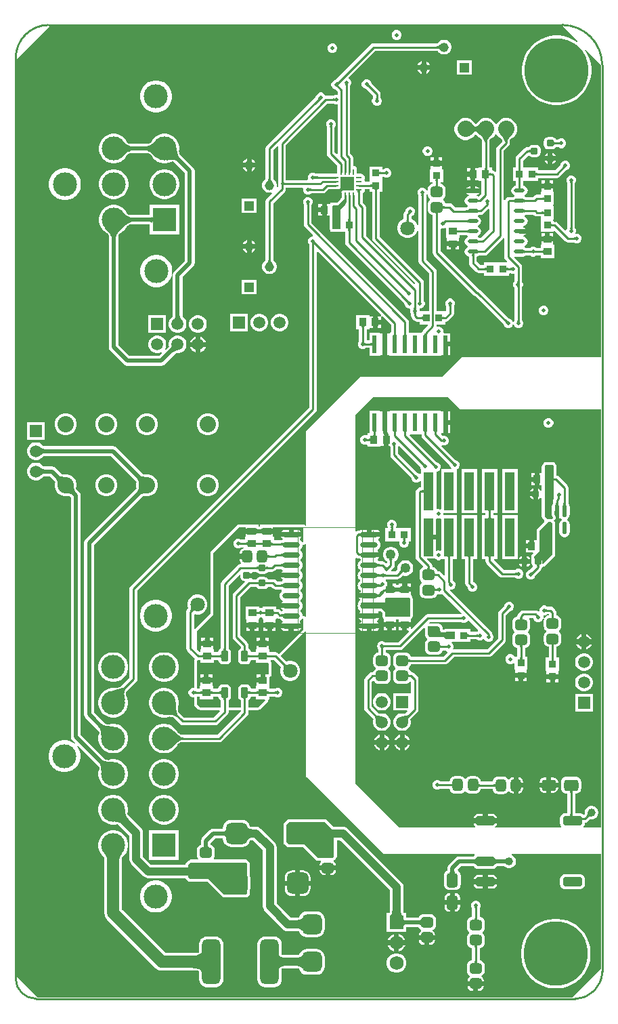
<source format=gbl>
G04*
G04 #@! TF.GenerationSoftware,Altium Limited,Altium Designer,22.8.2 (66)*
G04*
G04 Layer_Physical_Order=4*
G04 Layer_Color=16711680*
%FSLAX44Y44*%
%MOMM*%
G71*
G04*
G04 #@! TF.SameCoordinates,B0619A4A-581E-4249-BB79-A942B5E0D796*
G04*
G04*
G04 #@! TF.FilePolarity,Positive*
G04*
G01*
G75*
%ADD13C,0.2540*%
%ADD16C,0.0254*%
%ADD17C,0.0500*%
%ADD18R,0.9500X0.9500*%
%ADD19R,0.6000X2.2000*%
%ADD22R,0.9500X0.9500*%
G04:AMPARAMS|DCode=24|XSize=1.3mm|YSize=1.5001mm|CornerRadius=0.325mm|HoleSize=0mm|Usage=FLASHONLY|Rotation=90.000|XOffset=0mm|YOffset=0mm|HoleType=Round|Shape=RoundedRectangle|*
%AMROUNDEDRECTD24*
21,1,1.3000,0.8501,0,0,90.0*
21,1,0.6500,1.5001,0,0,90.0*
1,1,0.6500,0.4251,0.3250*
1,1,0.6500,0.4251,-0.3250*
1,1,0.6500,-0.4251,-0.3250*
1,1,0.6500,-0.4251,0.3250*
%
%ADD24ROUNDEDRECTD24*%
%ADD25C,1.8000*%
%ADD27R,0.9500X1.0000*%
G04:AMPARAMS|DCode=28|XSize=1.3mm|YSize=1.5001mm|CornerRadius=0.325mm|HoleSize=0mm|Usage=FLASHONLY|Rotation=0.000|XOffset=0mm|YOffset=0mm|HoleType=Round|Shape=RoundedRectangle|*
%AMROUNDEDRECTD28*
21,1,1.3000,0.8501,0,0,0.0*
21,1,0.6500,1.5001,0,0,0.0*
1,1,0.6500,0.3250,-0.4251*
1,1,0.6500,-0.3250,-0.4251*
1,1,0.6500,-0.3250,0.4251*
1,1,0.6500,0.3250,0.4251*
%
%ADD28ROUNDEDRECTD28*%
%ADD29R,1.0000X0.9500*%
G04:AMPARAMS|DCode=31|XSize=2.5mm|YSize=2.5mm|CornerRadius=0.625mm|HoleSize=0mm|Usage=FLASHONLY|Rotation=270.000|XOffset=0mm|YOffset=0mm|HoleType=Round|Shape=RoundedRectangle|*
%AMROUNDEDRECTD31*
21,1,2.5000,1.2500,0,0,270.0*
21,1,1.2500,2.5000,0,0,270.0*
1,1,1.2500,-0.6250,-0.6250*
1,1,1.2500,-0.6250,0.6250*
1,1,1.2500,0.6250,0.6250*
1,1,1.2500,0.6250,-0.6250*
%
%ADD31ROUNDEDRECTD31*%
%ADD32O,1.3208X0.5588*%
%ADD70C,0.5000*%
%ADD71C,3.0000*%
%ADD72R,3.0000X3.0000*%
%ADD73C,8.0000*%
%ADD74C,1.5000*%
%ADD75R,1.5000X1.5000*%
%ADD76R,1.5000X1.5000*%
%ADD77R,1.1550X1.1550*%
%ADD78C,1.1550*%
%ADD79R,1.1550X1.1550*%
%ADD80C,2.0320*%
%ADD81C,1.7500*%
%ADD82R,1.7500X1.7500*%
%ADD83C,0.5000*%
%ADD84C,1.0000*%
%ADD85C,1.0000*%
%ADD86O,2.1590X0.7112*%
G04:AMPARAMS|DCode=87|XSize=2.159mm|YSize=0.7112mm|CornerRadius=0.1778mm|HoleSize=0mm|Usage=FLASHONLY|Rotation=180.000|XOffset=0mm|YOffset=0mm|HoleType=Round|Shape=RoundedRectangle|*
%AMROUNDEDRECTD87*
21,1,2.1590,0.3556,0,0,180.0*
21,1,1.8034,0.7112,0,0,180.0*
1,1,0.3556,-0.9017,0.1778*
1,1,0.3556,0.9017,0.1778*
1,1,0.3556,0.9017,-0.1778*
1,1,0.3556,-0.9017,-0.1778*
%
%ADD87ROUNDEDRECTD87*%
%ADD88O,0.2500X0.8000*%
%ADD89O,0.8000X0.2500*%
%ADD90R,1.6800X1.6800*%
G04:AMPARAMS|DCode=91|XSize=0.8mm|YSize=0.9mm|CornerRadius=0.2mm|HoleSize=0mm|Usage=FLASHONLY|Rotation=270.000|XOffset=0mm|YOffset=0mm|HoleType=Round|Shape=RoundedRectangle|*
%AMROUNDEDRECTD91*
21,1,0.8000,0.5000,0,0,270.0*
21,1,0.4000,0.9000,0,0,270.0*
1,1,0.4000,-0.2500,-0.2000*
1,1,0.4000,-0.2500,0.2000*
1,1,0.4000,0.2500,0.2000*
1,1,0.4000,0.2500,-0.2000*
%
%ADD91ROUNDEDRECTD91*%
G04:AMPARAMS|DCode=92|XSize=1.35mm|YSize=0.9mm|CornerRadius=0.225mm|HoleSize=0mm|Usage=FLASHONLY|Rotation=90.000|XOffset=0mm|YOffset=0mm|HoleType=Round|Shape=RoundedRectangle|*
%AMROUNDEDRECTD92*
21,1,1.3500,0.4500,0,0,90.0*
21,1,0.9000,0.9000,0,0,90.0*
1,1,0.4500,0.2250,0.4500*
1,1,0.4500,0.2250,-0.4500*
1,1,0.4500,-0.2250,-0.4500*
1,1,0.4500,-0.2250,0.4500*
%
%ADD92ROUNDEDRECTD92*%
%ADD93C,1.2500*%
G04:AMPARAMS|DCode=94|XSize=1.5544mm|YSize=0.5721mm|CornerRadius=0.2861mm|HoleSize=0mm|Usage=FLASHONLY|Rotation=270.000|XOffset=0mm|YOffset=0mm|HoleType=Round|Shape=RoundedRectangle|*
%AMROUNDEDRECTD94*
21,1,1.5544,0.0000,0,0,270.0*
21,1,0.9823,0.5721,0,0,270.0*
1,1,0.5721,0.0000,-0.4911*
1,1,0.5721,0.0000,0.4911*
1,1,0.5721,0.0000,0.4911*
1,1,0.5721,0.0000,-0.4911*
%
%ADD94ROUNDEDRECTD94*%
%ADD95R,0.5721X1.5544*%
G04:AMPARAMS|DCode=96|XSize=1.8mm|YSize=1.4mm|CornerRadius=0.35mm|HoleSize=0mm|Usage=FLASHONLY|Rotation=0.000|XOffset=0mm|YOffset=0mm|HoleType=Round|Shape=RoundedRectangle|*
%AMROUNDEDRECTD96*
21,1,1.8000,0.7000,0,0,0.0*
21,1,1.1000,1.4000,0,0,0.0*
1,1,0.7000,0.5500,-0.3500*
1,1,0.7000,-0.5500,-0.3500*
1,1,0.7000,-0.5500,0.3500*
1,1,0.7000,0.5500,0.3500*
%
%ADD96ROUNDEDRECTD96*%
G04:AMPARAMS|DCode=97|XSize=2.4mm|YSize=1.2mm|CornerRadius=0.3mm|HoleSize=0mm|Usage=FLASHONLY|Rotation=0.000|XOffset=0mm|YOffset=0mm|HoleType=Round|Shape=RoundedRectangle|*
%AMROUNDEDRECTD97*
21,1,2.4000,0.6000,0,0,0.0*
21,1,1.8000,1.2000,0,0,0.0*
1,1,0.6000,0.9000,-0.3000*
1,1,0.6000,-0.9000,-0.3000*
1,1,0.6000,-0.9000,0.3000*
1,1,0.6000,0.9000,0.3000*
%
%ADD97ROUNDEDRECTD97*%
G04:AMPARAMS|DCode=98|XSize=1.8mm|YSize=1.4mm|CornerRadius=0.35mm|HoleSize=0mm|Usage=FLASHONLY|Rotation=90.000|XOffset=0mm|YOffset=0mm|HoleType=Round|Shape=RoundedRectangle|*
%AMROUNDEDRECTD98*
21,1,1.8000,0.7000,0,0,90.0*
21,1,1.1000,1.4000,0,0,90.0*
1,1,0.7000,0.3500,0.5500*
1,1,0.7000,0.3500,-0.5500*
1,1,0.7000,-0.3500,-0.5500*
1,1,0.7000,-0.3500,0.5500*
%
%ADD98ROUNDEDRECTD98*%
G04:AMPARAMS|DCode=99|XSize=2.7mm|YSize=2.7mm|CornerRadius=0.675mm|HoleSize=0mm|Usage=FLASHONLY|Rotation=180.000|XOffset=0mm|YOffset=0mm|HoleType=Round|Shape=RoundedRectangle|*
%AMROUNDEDRECTD99*
21,1,2.7000,1.3500,0,0,180.0*
21,1,1.3500,2.7000,0,0,180.0*
1,1,1.3500,-0.6750,0.6750*
1,1,1.3500,0.6750,0.6750*
1,1,1.3500,0.6750,-0.6750*
1,1,1.3500,-0.6750,-0.6750*
%
%ADD99ROUNDEDRECTD99*%
G04:AMPARAMS|DCode=100|XSize=2.3mm|YSize=5.6mm|CornerRadius=0.575mm|HoleSize=0mm|Usage=FLASHONLY|Rotation=0.000|XOffset=0mm|YOffset=0mm|HoleType=Round|Shape=RoundedRectangle|*
%AMROUNDEDRECTD100*
21,1,2.3000,4.4500,0,0,0.0*
21,1,1.1500,5.6000,0,0,0.0*
1,1,1.1500,0.5750,-2.2250*
1,1,1.1500,-0.5750,-2.2250*
1,1,1.1500,-0.5750,2.2250*
1,1,1.1500,0.5750,2.2250*
%
%ADD100ROUNDEDRECTD100*%
%ADD101R,1.2500X4.7500*%
G04:AMPARAMS|DCode=102|XSize=0.9mm|YSize=0.8mm|CornerRadius=0.2mm|HoleSize=0mm|Usage=FLASHONLY|Rotation=0.000|XOffset=0mm|YOffset=0mm|HoleType=Round|Shape=RoundedRectangle|*
%AMROUNDEDRECTD102*
21,1,0.9000,0.4000,0,0,0.0*
21,1,0.5000,0.8000,0,0,0.0*
1,1,0.4000,0.2500,-0.2000*
1,1,0.4000,-0.2500,-0.2000*
1,1,0.4000,-0.2500,0.2000*
1,1,0.4000,0.2500,0.2000*
%
%ADD102ROUNDEDRECTD102*%
%ADD103C,1.5000*%
G36*
X702582Y1196168D02*
X701743Y1195211D01*
X700719Y1195996D01*
X695781Y1198848D01*
X690513Y1201030D01*
X685005Y1202506D01*
X679351Y1203250D01*
X673649D01*
X667995Y1202506D01*
X662487Y1201030D01*
X657219Y1198848D01*
X652281Y1195996D01*
X647757Y1192525D01*
X643725Y1188493D01*
X640254Y1183969D01*
X637402Y1179031D01*
X635220Y1173763D01*
X633744Y1168255D01*
X633000Y1162601D01*
Y1156899D01*
X633744Y1151245D01*
X635220Y1145737D01*
X637402Y1140469D01*
X640254Y1135531D01*
X643725Y1131007D01*
X647757Y1126975D01*
X652281Y1123503D01*
X657219Y1120652D01*
X662487Y1118470D01*
X667995Y1116994D01*
X673649Y1116250D01*
X679351D01*
X685005Y1116994D01*
X690513Y1118470D01*
X695781Y1120652D01*
X700719Y1123503D01*
X705243Y1126975D01*
X709275Y1131007D01*
X712747Y1135531D01*
X715598Y1140469D01*
X717780Y1145737D01*
X719256Y1151245D01*
X720000Y1156899D01*
Y1162601D01*
X719256Y1168255D01*
X717780Y1173763D01*
X715598Y1179031D01*
X712747Y1183969D01*
X711961Y1184993D01*
X712918Y1185832D01*
X732250Y1166500D01*
Y801250D01*
X558000D01*
X533228Y776478D01*
X430728D01*
X363250Y709000D01*
Y591349D01*
X361980Y590964D01*
X361773Y591273D01*
X360616Y592047D01*
X359250Y592319D01*
X321858D01*
X321011Y592150D01*
X305818D01*
Y590023D01*
X303435D01*
Y592160D01*
X288193D01*
X287395Y592319D01*
X279000D01*
X277634Y592047D01*
X276477Y591273D01*
X244365Y559161D01*
X243591Y558004D01*
X243319Y556638D01*
Y480866D01*
X224538Y462084D01*
X224277Y462102D01*
X223268Y462500D01*
Y479333D01*
X224275Y480106D01*
X225604Y479750D01*
X228896D01*
X232075Y480602D01*
X234925Y482248D01*
X237253Y484575D01*
X238898Y487425D01*
X239750Y490604D01*
Y493896D01*
X238898Y497075D01*
X237253Y499925D01*
X234925Y502253D01*
X232075Y503898D01*
X228896Y504750D01*
X225604D01*
X222425Y503898D01*
X219575Y502253D01*
X217248Y499925D01*
X215602Y497075D01*
X214750Y493896D01*
Y490604D01*
X215590Y487468D01*
X214965Y486843D01*
X213911Y485265D01*
X213541Y483404D01*
X213541Y483404D01*
Y437678D01*
X213541Y437678D01*
X213911Y435817D01*
X214965Y434239D01*
X224466Y424738D01*
X224185Y424318D01*
X223853Y423913D01*
X223801Y423744D01*
X223703Y423596D01*
X223601Y423082D01*
X223449Y422580D01*
X223466Y422404D01*
X223431Y422231D01*
Y388458D01*
X223270Y388350D01*
X220882D01*
X218677Y387437D01*
X216989Y385749D01*
X216076Y383544D01*
Y381157D01*
X216989Y378951D01*
X218677Y377263D01*
X220882Y376350D01*
X223270D01*
X223431Y376242D01*
Y367750D01*
X223703Y366384D01*
X224477Y365227D01*
X228227Y361477D01*
X229384Y360703D01*
X230750Y360431D01*
X254983D01*
X255509Y359161D01*
X247668Y351319D01*
X210609D01*
X203300Y358628D01*
X203142Y359374D01*
X202913Y360913D01*
X202780Y363061D01*
X203249Y364194D01*
X203960Y367768D01*
Y371412D01*
X203249Y374986D01*
X201854Y378353D01*
X199830Y381383D01*
X197253Y383960D01*
X194223Y385984D01*
X190856Y387379D01*
X187282Y388090D01*
X183638D01*
X180064Y387379D01*
X176697Y385984D01*
X173667Y383960D01*
X171090Y381383D01*
X169065Y378353D01*
X167671Y374986D01*
X166960Y371412D01*
Y367768D01*
X167671Y364194D01*
X169065Y360827D01*
X171090Y357797D01*
X173667Y355220D01*
X176697Y353195D01*
X180064Y351801D01*
X183638Y351090D01*
X187282D01*
X190856Y351801D01*
X192072Y352305D01*
X194119Y352140D01*
X195676Y351908D01*
X196422Y351750D01*
X205155Y343017D01*
X205155Y343017D01*
X206733Y341963D01*
X208594Y341593D01*
X249682D01*
X249682Y341592D01*
X251543Y341963D01*
X253121Y343017D01*
X264729Y354625D01*
X265783Y356203D01*
X266154Y358064D01*
X266153Y358064D01*
Y360431D01*
X281427D01*
Y358917D01*
X252463Y329953D01*
X205826D01*
X205187Y330370D01*
X203937Y331295D01*
X202323Y332721D01*
X201854Y333853D01*
X199830Y336883D01*
X197253Y339460D01*
X194223Y341484D01*
X190856Y342879D01*
X187282Y343590D01*
X183638D01*
X180064Y342879D01*
X176697Y341484D01*
X173667Y339460D01*
X171090Y336883D01*
X169065Y333853D01*
X167671Y330486D01*
X166960Y326912D01*
Y323268D01*
X167671Y319694D01*
X169065Y316327D01*
X171090Y313297D01*
X173667Y310720D01*
X176697Y308696D01*
X180064Y307301D01*
X183638Y306590D01*
X187282D01*
X190856Y307301D01*
X194223Y308696D01*
X197253Y310720D01*
X199830Y313297D01*
X201854Y316327D01*
X202358Y317543D01*
X203922Y318874D01*
X205187Y319810D01*
X205826Y320227D01*
X254478D01*
X254478Y320227D01*
X256339Y320597D01*
X257917Y321651D01*
X289729Y353463D01*
X289729Y353463D01*
X290783Y355041D01*
X291153Y356902D01*
Y360431D01*
X303250D01*
X304616Y360703D01*
X305773Y361477D01*
X314744Y370447D01*
X315518Y371605D01*
X315789Y372971D01*
X316802Y374144D01*
X317618D01*
Y377531D01*
X323991D01*
X324214Y377307D01*
X326419Y376394D01*
X328806D01*
X331011Y377307D01*
X332699Y378995D01*
X333613Y381200D01*
Y383587D01*
X332699Y385793D01*
X331011Y387481D01*
X328806Y388394D01*
X326419D01*
X324214Y387481D01*
X323991Y387257D01*
X317618D01*
Y401889D01*
X318773Y402661D01*
X319547Y403818D01*
X319819Y405184D01*
Y417928D01*
X319899Y418330D01*
X319627Y419696D01*
X319101Y420966D01*
X318599Y421717D01*
X319136Y422960D01*
X319162Y422987D01*
X322738D01*
X331494Y414230D01*
X330654Y411094D01*
Y407802D01*
X331506Y404623D01*
X333152Y401773D01*
X335479Y399445D01*
X338329Y397800D01*
X341508Y396948D01*
X344800D01*
X347979Y397800D01*
X350829Y399445D01*
X353157Y401773D01*
X354802Y404623D01*
X355654Y407802D01*
Y411094D01*
X354802Y414273D01*
X353157Y417123D01*
X350829Y419450D01*
X347979Y421096D01*
X344800Y421948D01*
X341508D01*
X338372Y421108D01*
X331263Y428217D01*
X361773Y458727D01*
X361980Y459036D01*
X363250Y458651D01*
Y277500D01*
X460000Y180750D01*
X573797D01*
X574228Y179480D01*
X573714Y179086D01*
X572672Y177728D01*
X572606Y177568D01*
X554700D01*
X552359Y177102D01*
X550374Y175776D01*
X541774Y167176D01*
X540448Y165191D01*
X539982Y162850D01*
Y160042D01*
X539070Y159664D01*
X537608Y158542D01*
X536485Y157080D01*
X535780Y155377D01*
X535540Y153550D01*
Y142550D01*
X535780Y140723D01*
X536485Y139020D01*
X537608Y137558D01*
X539070Y136435D01*
X540773Y135730D01*
X542600Y135490D01*
X549600D01*
X551427Y135730D01*
X553130Y136435D01*
X554592Y137558D01*
X555714Y139020D01*
X556420Y140723D01*
X556660Y142550D01*
Y153550D01*
X556420Y155377D01*
X555714Y157080D01*
X554592Y158542D01*
X553261Y159564D01*
X553114Y159839D01*
X552996Y161095D01*
X557234Y165333D01*
X572606D01*
X572672Y165172D01*
X573714Y163814D01*
X575072Y162772D01*
X576653Y162117D01*
X578350Y161894D01*
X596350D01*
X598047Y162117D01*
X599628Y162772D01*
X600986Y163814D01*
X602028Y165172D01*
X602094Y165333D01*
X611347D01*
X612031Y164648D01*
X613969Y163529D01*
X616131Y162950D01*
X618369D01*
X620531Y163529D01*
X622469Y164648D01*
X624052Y166231D01*
X625171Y168169D01*
X625750Y170331D01*
Y172569D01*
X625171Y174731D01*
X624052Y176669D01*
X622469Y178252D01*
X620531Y179371D01*
X620123Y179480D01*
X620290Y180750D01*
X732250D01*
Y38000D01*
X695500Y1250D01*
X27500D01*
X1250Y27500D01*
Y1173500D01*
X43000Y1215250D01*
X683500Y1215250D01*
X702582Y1196168D01*
D02*
G37*
G36*
X359250Y570380D02*
X357980Y570128D01*
X357831Y570486D01*
X356700Y571960D01*
X355226Y573091D01*
X355175Y573112D01*
X355034Y574546D01*
X356063Y575233D01*
X356995Y576628D01*
X335412D01*
Y576549D01*
X335272Y576628D01*
X331863D01*
X332795Y575233D01*
X333824Y574546D01*
X333683Y573112D01*
X333632Y573091D01*
X333478Y572973D01*
X322818D01*
Y576650D01*
X321858D01*
Y580900D01*
X320678D01*
X320537Y580849D01*
X320088Y580604D01*
X319737Y580315D01*
X319487Y579981D01*
X319338Y579603D01*
X319287Y579180D01*
Y580900D01*
X314318D01*
Y586900D01*
X319287D01*
Y588619D01*
X319338Y588199D01*
X319487Y587822D01*
X319737Y587490D01*
X320088Y587202D01*
X320537Y586959D01*
X320700Y586900D01*
X321858D01*
Y588750D01*
X359250D01*
Y570380D01*
D02*
G37*
G36*
X287395Y586910D02*
X288565D01*
X288716Y586965D01*
X289166Y587209D01*
X289516Y587498D01*
X289766Y587831D01*
X289916Y588208D01*
X289966Y588629D01*
Y586910D01*
X294935D01*
Y580910D01*
X289966D01*
Y579190D01*
X289916Y579612D01*
X289766Y579990D01*
X289516Y580322D01*
X289166Y580611D01*
X288716Y580855D01*
X288565Y580910D01*
X287395D01*
Y576660D01*
X286436D01*
Y573363D01*
X281872D01*
X281649Y573587D01*
X279443Y574500D01*
X277057D01*
X274851Y573587D01*
X273163Y571899D01*
X272250Y569693D01*
Y567307D01*
X273163Y565101D01*
X274851Y563414D01*
X277057Y562500D01*
X279443D01*
X281649Y563414D01*
X281872Y563637D01*
X284729D01*
X284854Y562367D01*
X283829Y562163D01*
X281914Y560883D01*
X280634Y558968D01*
X280185Y556709D01*
Y555458D01*
X289338D01*
Y549458D01*
X280185D01*
Y548207D01*
X280634Y545948D01*
X281798Y544207D01*
X281568Y543388D01*
X281271Y542936D01*
X279419Y542567D01*
X277841Y541513D01*
X277841Y541513D01*
X257851Y521523D01*
X256797Y519945D01*
X256427Y518084D01*
X256427Y518084D01*
Y437519D01*
X254895Y436496D01*
X253624Y434594D01*
X253250Y432713D01*
X248022D01*
Y436100D01*
X247062D01*
Y440350D01*
X231982D01*
Y436100D01*
X231022D01*
Y433734D01*
X229752Y433208D01*
X227000Y435960D01*
Y459500D01*
X246888Y479388D01*
Y556638D01*
X279000Y588750D01*
X287395D01*
Y586910D01*
D02*
G37*
G36*
X299955Y588207D02*
X300105Y587829D01*
X300355Y587495D01*
X300705Y587206D01*
X301155Y586961D01*
X301705Y586761D01*
X302355Y586605D01*
X303105Y586494D01*
X303955Y586427D01*
X304627Y586412D01*
X305299Y586427D01*
X306148Y586494D01*
X306898Y586604D01*
X307549Y586759D01*
X308099Y586959D01*
X308549Y587202D01*
X308899Y587490D01*
X309149Y587822D01*
X309298Y588199D01*
X309349Y588619D01*
Y579180D01*
X309298Y579603D01*
X309149Y579981D01*
X308899Y580315D01*
X308549Y580604D01*
X308099Y580849D01*
X307549Y581049D01*
X306898Y581205D01*
X306148Y581316D01*
X305299Y581383D01*
X304626Y581399D01*
X303955Y581383D01*
X303105Y581316D01*
X302355Y581206D01*
X301705Y581051D01*
X301155Y580851D01*
X300705Y580608D01*
X300355Y580320D01*
X300105Y579988D01*
X299955Y579611D01*
X299905Y579190D01*
Y588629D01*
X299955Y588207D01*
D02*
G37*
G36*
X431381Y577105D02*
X431353Y577343D01*
X431271Y577556D01*
X431133Y577744D01*
X430940Y577907D01*
X430692Y578045D01*
X430389Y578158D01*
X430031Y578245D01*
X429618Y578308D01*
X429150Y578345D01*
X428626Y578358D01*
Y580898D01*
X429150Y580910D01*
X429618Y580948D01*
X430031Y581011D01*
X430389Y581099D01*
X430692Y581211D01*
X430940Y581349D01*
X431133Y581512D01*
X431271Y581700D01*
X431353Y581913D01*
X431381Y582151D01*
Y577105D01*
D02*
G37*
G36*
X280139Y570159D02*
X280261Y570077D01*
X280401Y570005D01*
X280560Y569943D01*
X280738Y569890D01*
X280934Y569847D01*
X281148Y569813D01*
X281381Y569789D01*
X281903Y569770D01*
Y567230D01*
X281633Y567225D01*
X281148Y567187D01*
X280934Y567153D01*
X280738Y567110D01*
X280560Y567057D01*
X280401Y566995D01*
X280261Y566923D01*
X280139Y566841D01*
X280035Y566750D01*
Y570250D01*
X280139Y570159D01*
D02*
G37*
G36*
X289996Y565960D02*
X289971Y566201D01*
X289894Y566417D01*
X289765Y566608D01*
X289585Y566773D01*
X289354Y566912D01*
X289071Y567027D01*
X288737Y567116D01*
X288351Y567179D01*
X287914Y567217D01*
X287426Y567230D01*
Y569770D01*
X287914Y569783D01*
X288351Y569821D01*
X288737Y569884D01*
X289071Y569973D01*
X289354Y570088D01*
X289585Y570227D01*
X289765Y570392D01*
X289894Y570583D01*
X289971Y570799D01*
X289996Y571040D01*
Y565960D01*
D02*
G37*
G36*
X309379Y565700D02*
X309353Y565941D01*
X309276Y566157D01*
X309148Y566348D01*
X308968Y566513D01*
X308736Y566652D01*
X308454Y566767D01*
X308119Y566856D01*
X307734Y566919D01*
X307297Y566957D01*
X306808Y566970D01*
Y569510D01*
X307297Y569523D01*
X307734Y569561D01*
X308119Y569624D01*
X308454Y569713D01*
X308736Y569827D01*
X308968Y569967D01*
X309148Y570132D01*
X309276Y570323D01*
X309353Y570539D01*
X309379Y570780D01*
Y565700D01*
D02*
G37*
G36*
X299900Y570539D02*
X299977Y570323D01*
X300106Y570132D01*
X300286Y569967D01*
X300517Y569827D01*
X300800Y569713D01*
X301134Y569624D01*
X301520Y569561D01*
X301957Y569523D01*
X302445Y569510D01*
Y566970D01*
X301957Y566957D01*
X301520Y566919D01*
X301134Y566856D01*
X300800Y566767D01*
X300517Y566652D01*
X300286Y566513D01*
X300106Y566348D01*
X299977Y566157D01*
X299900Y565941D01*
X299874Y565700D01*
Y570780D01*
X299900Y570539D01*
D02*
G37*
G36*
X333965Y565582D02*
X334010Y565821D01*
X333982Y566035D01*
X333880Y566223D01*
X333705Y566387D01*
X333456Y566525D01*
X333133Y566639D01*
X332737Y566727D01*
X332267Y566790D01*
X331723Y566827D01*
X331106Y566840D01*
X332088Y569380D01*
X332572Y569386D01*
X333823Y569480D01*
X334172Y569537D01*
X334487Y569606D01*
X334769Y569688D01*
X335017Y569782D01*
X335232Y569888D01*
X335412Y570008D01*
X333965Y565582D01*
D02*
G37*
G36*
X319283Y570409D02*
X319360Y570193D01*
X319488Y570002D01*
X319668Y569837D01*
X319900Y569697D01*
X320182Y569583D01*
X320517Y569494D01*
X320902Y569431D01*
X321339Y569393D01*
X321828Y569380D01*
Y566840D01*
X321339Y566827D01*
X320902Y566789D01*
X320517Y566726D01*
X320182Y566637D01*
X319900Y566522D01*
X319668Y566383D01*
X319488Y566218D01*
X319360Y566027D01*
X319283Y565811D01*
X319257Y565570D01*
Y570650D01*
X319283Y570409D01*
D02*
G37*
G36*
X439794Y552863D02*
X439650Y552958D01*
X439419Y553043D01*
X439100Y553118D01*
X438693Y553182D01*
X437615Y553282D01*
X435341Y553357D01*
X434408Y553362D01*
Y555902D01*
X435341Y555907D01*
X439100Y556147D01*
X439419Y556221D01*
X439650Y556306D01*
X439794Y556401D01*
Y552863D01*
D02*
G37*
G36*
X431813Y552283D02*
X431814Y552488D01*
X431750Y552672D01*
X431619Y552834D01*
X431423Y552974D01*
X431160Y553092D01*
X430831Y553190D01*
X430437Y553265D01*
X429976Y553319D01*
X429449Y553351D01*
X428856Y553362D01*
X429063Y555902D01*
X429698Y555913D01*
X430777Y555999D01*
X431222Y556074D01*
X431604Y556170D01*
X431922Y556288D01*
X432178Y556428D01*
X432370Y556589D01*
X432499Y556771D01*
X432565Y556975D01*
X431813Y552283D01*
D02*
G37*
G36*
X334727Y551712D02*
X334694Y551949D01*
X334593Y552161D01*
X334424Y552347D01*
X334189Y552509D01*
X333886Y552646D01*
X333515Y552759D01*
X333077Y552846D01*
X332572Y552908D01*
X332000Y552946D01*
X331360Y552958D01*
Y555498D01*
X332000Y555510D01*
X333077Y555610D01*
X333515Y555697D01*
X333886Y555810D01*
X334189Y555947D01*
X334424Y556109D01*
X334593Y556295D01*
X334694Y556507D01*
X334727Y556744D01*
Y551712D01*
D02*
G37*
G36*
X314830Y554741D02*
X314907Y554525D01*
X315036Y554334D01*
X315216Y554169D01*
X315447Y554030D01*
X315730Y553915D01*
X316064Y553826D01*
X316449Y553763D01*
X316886Y553725D01*
X317375Y553712D01*
Y551172D01*
X316886Y551159D01*
X316449Y551121D01*
X316064Y551058D01*
X315730Y550969D01*
X315447Y550854D01*
X315216Y550715D01*
X315036Y550550D01*
X314907Y550359D01*
X314830Y550143D01*
X314804Y549902D01*
Y554982D01*
X314830Y554741D01*
D02*
G37*
G36*
X471437Y548894D02*
X471221Y548727D01*
X471030Y548523D01*
X470865Y548282D01*
X470726Y548006D01*
X470611Y547693D01*
X470522Y547343D01*
X470459Y546957D01*
X470421Y546535D01*
X470408Y546076D01*
X467868D01*
X467855Y546535D01*
X467817Y546957D01*
X467754Y547343D01*
X467665Y547693D01*
X467551Y548006D01*
X467411Y548282D01*
X467246Y548523D01*
X467055Y548727D01*
X466839Y548894D01*
X466598Y549025D01*
X471678D01*
X471437Y548894D01*
D02*
G37*
G36*
X451700Y543807D02*
X451801Y543595D01*
X451970Y543409D01*
X452205Y543246D01*
X452508Y543110D01*
X452879Y542997D01*
X453317Y542910D01*
X453822Y542848D01*
X454394Y542810D01*
X455034Y542798D01*
Y540258D01*
X454394Y540246D01*
X453317Y540146D01*
X452879Y540059D01*
X452508Y539947D01*
X452205Y539809D01*
X451970Y539647D01*
X451801Y539461D01*
X451700Y539249D01*
X451667Y539012D01*
Y544044D01*
X451700Y543807D01*
D02*
G37*
G36*
X334727Y539012D02*
X334694Y539249D01*
X334593Y539461D01*
X334424Y539647D01*
X334189Y539809D01*
X333886Y539947D01*
X333515Y540059D01*
X333077Y540146D01*
X332572Y540208D01*
X332000Y540246D01*
X331360Y540258D01*
Y542798D01*
X332000Y542810D01*
X333077Y542910D01*
X333515Y542997D01*
X333886Y543110D01*
X334189Y543246D01*
X334424Y543409D01*
X334593Y543595D01*
X334694Y543807D01*
X334727Y544044D01*
Y539012D01*
D02*
G37*
G36*
X467099Y537745D02*
X466910Y537550D01*
X466451Y537012D01*
X466335Y536849D01*
X466237Y536693D01*
X466158Y536546D01*
X466098Y536406D01*
X466056Y536274D01*
X466032Y536150D01*
X463897Y538924D01*
X464039Y538915D01*
X464186Y538928D01*
X464339Y538963D01*
X464498Y539020D01*
X464663Y539098D01*
X464834Y539198D01*
X465011Y539319D01*
X465193Y539463D01*
X465382Y539628D01*
X465577Y539814D01*
X467099Y537745D01*
D02*
G37*
G36*
X462059Y539742D02*
X462429Y539426D01*
X462605Y539298D01*
X462774Y539190D01*
X462937Y539102D01*
X463093Y539033D01*
X463243Y538985D01*
X463387Y538956D01*
X463525Y538948D01*
X461050Y536473D01*
X461041Y536611D01*
X461013Y536754D01*
X460965Y536905D01*
X460896Y537061D01*
X460808Y537224D01*
X460700Y537393D01*
X460572Y537569D01*
X460424Y537751D01*
X460069Y538133D01*
X461865Y539929D01*
X462059Y539742D01*
D02*
G37*
G36*
X486270Y535472D02*
X486101Y535437D01*
X485878Y535334D01*
X485599Y535161D01*
X485265Y534919D01*
X484433Y534228D01*
X483658Y533502D01*
X484439Y532482D01*
X484193Y532590D01*
X483937Y532651D01*
X483671Y532665D01*
X483396Y532632D01*
X483111Y532552D01*
X482816Y532425D01*
X482512Y532252D01*
X482198Y532031D01*
X481875Y531763D01*
X481541Y531449D01*
X479988Y533487D01*
X480304Y533820D01*
X480581Y534147D01*
X480817Y534467D01*
X481013Y534779D01*
X481170Y535085D01*
X481286Y535384D01*
X481362Y535677D01*
X481397Y535962D01*
X481393Y536241D01*
X481349Y536513D01*
X482007Y535655D01*
X483457Y537303D01*
X483630Y537581D01*
X483734Y537805D01*
X483769Y537974D01*
X486270Y535472D01*
D02*
G37*
G36*
X312688Y540368D02*
X312768Y540153D01*
X312902Y539963D01*
X313089Y539799D01*
X313330Y539660D01*
X313625Y539546D01*
X313973Y539458D01*
X314374Y539395D01*
X314829Y539357D01*
X315338Y539344D01*
Y536804D01*
X314829Y536791D01*
X314374Y536753D01*
X313973Y536690D01*
X313625Y536602D01*
X313330Y536488D01*
X313089Y536349D01*
X312902Y536185D01*
X312768Y535995D01*
X312688Y535780D01*
X312661Y535540D01*
Y540608D01*
X312688Y540368D01*
D02*
G37*
G36*
X303919Y535540D02*
X303892Y535780D01*
X303812Y535995D01*
X303678Y536185D01*
X303491Y536349D01*
X303250Y536488D01*
X302955Y536602D01*
X302607Y536690D01*
X302206Y536753D01*
X301751Y536791D01*
X301242Y536804D01*
Y539344D01*
X301751Y539357D01*
X302206Y539395D01*
X302607Y539458D01*
X302955Y539546D01*
X303250Y539660D01*
X303491Y539799D01*
X303678Y539963D01*
X303812Y540153D01*
X303892Y540368D01*
X303919Y540608D01*
Y535540D01*
D02*
G37*
G36*
X332158Y536496D02*
X333632Y535365D01*
X333683Y535344D01*
X333824Y533910D01*
X332795Y533223D01*
X331863Y531828D01*
X344429D01*
Y525828D01*
X331863D01*
X332795Y524433D01*
X333824Y523746D01*
X333683Y522313D01*
X333632Y522291D01*
X332158Y521160D01*
X332028Y520991D01*
X326880D01*
X325359Y522513D01*
X323781Y523567D01*
X321920Y523937D01*
X321920Y523937D01*
X315492D01*
X314755Y525039D01*
X312936Y526255D01*
X310790Y526682D01*
X305790D01*
X303644Y526255D01*
X301825Y525039D01*
X301089Y523937D01*
X295900D01*
X295147Y525207D01*
X295220Y525574D01*
X288290D01*
Y531574D01*
X295220D01*
X295147Y531940D01*
X295900Y533211D01*
X301089D01*
X301825Y532109D01*
X303644Y530893D01*
X305790Y530466D01*
X310790D01*
X312936Y530893D01*
X314755Y532109D01*
X315492Y533211D01*
X320650D01*
X320650Y533210D01*
X322511Y533581D01*
X324089Y534635D01*
X326119Y536665D01*
X332028D01*
X332158Y536496D01*
D02*
G37*
G36*
X555500Y736500D02*
X732250D01*
Y213500D01*
X710620D01*
X710251Y214149D01*
X710105Y214770D01*
X711028Y215972D01*
X711683Y217553D01*
X711800Y218446D01*
X712160Y219617D01*
X714021Y219987D01*
X715599Y221041D01*
X718574Y224016D01*
X718971Y223910D01*
X721209D01*
X723371Y224489D01*
X725309Y225608D01*
X726892Y227191D01*
X728011Y229129D01*
X728590Y231291D01*
Y233529D01*
X728011Y235691D01*
X726892Y237629D01*
X725309Y239212D01*
X723371Y240331D01*
X721209Y240910D01*
X718971D01*
X716809Y240331D01*
X714871Y239212D01*
X713288Y237629D01*
X712169Y235691D01*
X711590Y233529D01*
Y231291D01*
X711696Y230894D01*
X710645Y229843D01*
X709986Y229886D01*
X708628Y230928D01*
X707047Y231583D01*
X705350Y231806D01*
X699613D01*
Y256140D01*
X700250D01*
X702077Y256380D01*
X703780Y257085D01*
X705242Y258208D01*
X706364Y259670D01*
X707070Y261373D01*
X707310Y263200D01*
Y270200D01*
X707070Y272027D01*
X706364Y273730D01*
X705242Y275192D01*
X703780Y276315D01*
X702077Y277020D01*
X700250Y277260D01*
X689250D01*
X687423Y277020D01*
X685720Y276315D01*
X684258Y275192D01*
X683136Y273730D01*
X682430Y272027D01*
X682190Y270200D01*
Y263200D01*
X682430Y261373D01*
X683136Y259670D01*
X684258Y258208D01*
X685720Y257085D01*
X687423Y256380D01*
X689250Y256140D01*
X689887D01*
Y231806D01*
X687350D01*
X685653Y231583D01*
X684072Y230928D01*
X682714Y229886D01*
X681672Y228528D01*
X681017Y226947D01*
X680794Y225250D01*
Y219250D01*
X681017Y217553D01*
X681672Y215972D01*
X682595Y214770D01*
X682449Y214149D01*
X682080Y213500D01*
X600002D01*
X599617Y214770D01*
X600344Y215256D01*
X601569Y217088D01*
X601998Y219250D01*
X572701D01*
X573131Y217088D01*
X574356Y215256D01*
X575083Y214770D01*
X574698Y213500D01*
X479750D01*
X424750Y268500D01*
Y550111D01*
X426020Y550790D01*
X426995Y550139D01*
X428856Y549769D01*
X428856Y549769D01*
X430362D01*
X431335Y548894D01*
X431219Y547713D01*
X431168Y547691D01*
X429694Y546560D01*
X428563Y545086D01*
X427852Y543370D01*
X427609Y541528D01*
X427852Y539686D01*
X428563Y537970D01*
X429694Y536496D01*
X430368Y535978D01*
Y534378D01*
X429694Y533860D01*
X428563Y532386D01*
X427852Y530670D01*
X427609Y528828D01*
X427852Y526986D01*
X428563Y525270D01*
X429694Y523796D01*
X430368Y523278D01*
Y521678D01*
X429694Y521160D01*
X428563Y519686D01*
X427852Y517970D01*
X427609Y516128D01*
X427852Y514286D01*
X428563Y512570D01*
X429694Y511096D01*
X431168Y509965D01*
X431219Y509944D01*
X431360Y508510D01*
X430331Y507823D01*
X429399Y506428D01*
X441965D01*
Y500428D01*
X429399D01*
X430331Y499033D01*
X430644Y498824D01*
Y497296D01*
X430293Y497061D01*
X429277Y496045D01*
X428503Y494888D01*
X428231Y493522D01*
Y493487D01*
X427852Y492570D01*
X427609Y490728D01*
X427852Y488886D01*
X428412Y487532D01*
X428503Y487076D01*
X429277Y485919D01*
X430547Y484649D01*
X430961Y484371D01*
Y482844D01*
X430331Y482423D01*
X429399Y481028D01*
X441965D01*
X454531D01*
X453659Y482333D01*
X453908Y483440D01*
X453957Y483603D01*
X456738D01*
X458711Y481630D01*
Y478282D01*
X458983Y476916D01*
X459372Y476334D01*
Y474436D01*
X460332D01*
Y470185D01*
X467873D01*
X475412D01*
Y473951D01*
X479020D01*
Y470185D01*
X486560D01*
X494100D01*
Y474436D01*
X495060D01*
Y475281D01*
X495537Y475759D01*
X496311Y476916D01*
X496583Y478282D01*
Y499618D01*
X496311Y500984D01*
X495537Y502141D01*
X495159Y502519D01*
Y503804D01*
X494199D01*
Y508054D01*
X486660D01*
Y511054D01*
X483660D01*
Y518344D01*
X479119D01*
Y517172D01*
X475512D01*
Y518344D01*
X470972D01*
Y511054D01*
X464972D01*
Y518344D01*
X464405D01*
Y519130D01*
X463492Y521335D01*
X462584Y522242D01*
X462882Y523741D01*
X462885Y523741D01*
X463108Y523965D01*
X477124D01*
X477125Y523965D01*
X478986Y524335D01*
X480564Y525389D01*
X483977Y528802D01*
X486142Y528222D01*
X488710D01*
X491189Y528886D01*
X493413Y530170D01*
X495228Y531985D01*
X496511Y534209D01*
X497176Y536688D01*
Y539256D01*
X496511Y541735D01*
X495228Y543959D01*
X493413Y545774D01*
X491189Y547057D01*
X488710Y547722D01*
X486142D01*
X483663Y547057D01*
X481439Y545774D01*
X479624Y543959D01*
X478340Y541735D01*
X477676Y539256D01*
Y536688D01*
X477767Y536348D01*
X475110Y533691D01*
X470046D01*
X469340Y534747D01*
X469450Y535014D01*
X472577Y538141D01*
X472577Y538141D01*
X473631Y539719D01*
X474002Y541580D01*
X474001Y541580D01*
Y546286D01*
X475125Y546934D01*
X476940Y548749D01*
X478223Y550973D01*
X478888Y553452D01*
Y556020D01*
X478223Y558499D01*
X476940Y560723D01*
X475125Y562538D01*
X472901Y563821D01*
X470422Y564486D01*
X467854D01*
X465375Y563821D01*
X463151Y562538D01*
X461336Y560723D01*
X460052Y558499D01*
X459388Y556020D01*
Y553452D01*
X460052Y550973D01*
X461336Y548749D01*
X463151Y546934D01*
X464275Y546286D01*
Y544398D01*
X463005Y543871D01*
X461909Y544967D01*
X460331Y546021D01*
X458470Y546391D01*
X458470Y546391D01*
X454366D01*
X454236Y546560D01*
X452762Y547691D01*
X452711Y547713D01*
X452570Y549146D01*
X453599Y549833D01*
X454531Y551228D01*
X441965D01*
Y557228D01*
X454531D01*
X453599Y558623D01*
X452570Y559310D01*
X452711Y560743D01*
X452762Y560765D01*
X454236Y561896D01*
X455367Y563370D01*
X456078Y565086D01*
X456321Y566928D01*
X456078Y568770D01*
X455367Y570486D01*
X454236Y571960D01*
X453266Y572705D01*
X453254Y574105D01*
X453304Y574209D01*
X454095Y574737D01*
X455050Y576165D01*
X455141Y576628D01*
X441965D01*
Y579628D01*
X438965D01*
Y585809D01*
X432948D01*
X431263Y585474D01*
X429835Y584519D01*
X429816Y584491D01*
X427990D01*
X427990Y584492D01*
X426129Y584121D01*
X425870Y583948D01*
X424750Y584547D01*
Y729500D01*
X446500Y751250D01*
X540750D01*
X555500Y736500D01*
D02*
G37*
G36*
X461375Y530487D02*
X461497Y530405D01*
X461637Y530333D01*
X461796Y530271D01*
X461974Y530218D01*
X462170Y530175D01*
X462384Y530141D01*
X462617Y530117D01*
X463139Y530098D01*
Y527558D01*
X462869Y527553D01*
X462384Y527515D01*
X462170Y527481D01*
X461974Y527438D01*
X461796Y527385D01*
X461637Y527323D01*
X461497Y527251D01*
X461375Y527169D01*
X461271Y527078D01*
Y530578D01*
X461375Y530487D01*
D02*
G37*
G36*
X457701Y527078D02*
X457597Y527169D01*
X457475Y527251D01*
X457335Y527323D01*
X457176Y527385D01*
X456998Y527438D01*
X456802Y527481D01*
X456588Y527515D01*
X456355Y527539D01*
X455833Y527558D01*
Y530098D01*
X456103Y530103D01*
X456588Y530141D01*
X456802Y530175D01*
X456998Y530218D01*
X457176Y530271D01*
X457335Y530333D01*
X457475Y530405D01*
X457597Y530487D01*
X457701Y530578D01*
Y527078D01*
D02*
G37*
G36*
X451700Y531107D02*
X451801Y530895D01*
X451970Y530709D01*
X452205Y530546D01*
X452508Y530410D01*
X452879Y530297D01*
X453317Y530210D01*
X453822Y530148D01*
X454394Y530110D01*
X455034Y530098D01*
Y527558D01*
X454394Y527546D01*
X453317Y527446D01*
X452879Y527359D01*
X452508Y527247D01*
X452205Y527109D01*
X451970Y526948D01*
X451801Y526761D01*
X451700Y526549D01*
X451667Y526312D01*
Y531344D01*
X451700Y531107D01*
D02*
G37*
G36*
X312688Y521368D02*
X312768Y521153D01*
X312902Y520963D01*
X313089Y520799D01*
X313330Y520660D01*
X313625Y520546D01*
X313973Y520458D01*
X314374Y520395D01*
X314829Y520357D01*
X315338Y520344D01*
Y517804D01*
X314829Y517791D01*
X314374Y517753D01*
X313973Y517690D01*
X313625Y517602D01*
X313330Y517488D01*
X313089Y517349D01*
X312902Y517185D01*
X312768Y516995D01*
X312688Y516780D01*
X312661Y516540D01*
Y521608D01*
X312688Y521368D01*
D02*
G37*
G36*
X303919Y516540D02*
X303892Y516780D01*
X303812Y516995D01*
X303678Y517185D01*
X303491Y517349D01*
X303250Y517488D01*
X302955Y517602D01*
X302607Y517690D01*
X302206Y517753D01*
X301751Y517791D01*
X301242Y517804D01*
Y520344D01*
X301751Y520357D01*
X302206Y520395D01*
X302607Y520458D01*
X302955Y520546D01*
X303250Y520660D01*
X303491Y520799D01*
X303678Y520963D01*
X303812Y521153D01*
X303892Y521368D01*
X303919Y521608D01*
Y516540D01*
D02*
G37*
G36*
X451700Y518407D02*
X451801Y518195D01*
X451970Y518008D01*
X452205Y517846D01*
X452508Y517710D01*
X452879Y517597D01*
X453317Y517510D01*
X453822Y517448D01*
X454394Y517410D01*
X455034Y517398D01*
Y514858D01*
X454394Y514846D01*
X453317Y514746D01*
X452879Y514659D01*
X452508Y514547D01*
X452205Y514409D01*
X451970Y514248D01*
X451801Y514061D01*
X451700Y513849D01*
X451667Y513612D01*
Y518644D01*
X451700Y518407D01*
D02*
G37*
G36*
X334727Y513612D02*
X334694Y513849D01*
X334593Y514061D01*
X334424Y514248D01*
X334189Y514409D01*
X333886Y514547D01*
X333515Y514659D01*
X333077Y514746D01*
X332572Y514808D01*
X332000Y514846D01*
X331360Y514858D01*
Y517398D01*
X332000Y517410D01*
X333077Y517510D01*
X333515Y517597D01*
X333886Y517710D01*
X334189Y517846D01*
X334424Y518008D01*
X334593Y518195D01*
X334694Y518407D01*
X334727Y518644D01*
Y513612D01*
D02*
G37*
G36*
X481690Y506334D02*
X481640Y506756D01*
X481490Y507133D01*
X481240Y507466D01*
X480890Y507755D01*
X480440Y507999D01*
X479890Y508199D01*
X479240Y508354D01*
X478490Y508465D01*
X477640Y508532D01*
X477316Y508539D01*
X476992Y508532D01*
X476142Y508465D01*
X475392Y508354D01*
X474742Y508199D01*
X474192Y507999D01*
X473741Y507755D01*
X473391Y507466D01*
X473142Y507133D01*
X472991Y506756D01*
X472942Y506334D01*
Y515774D01*
X472991Y515352D01*
X473142Y514975D01*
X473391Y514642D01*
X473741Y514353D01*
X474192Y514109D01*
X474742Y513909D01*
X475392Y513754D01*
X476142Y513643D01*
X476992Y513576D01*
X477316Y513569D01*
X477640Y513576D01*
X478490Y513643D01*
X479240Y513754D01*
X479890Y513909D01*
X480440Y514109D01*
X480890Y514353D01*
X481240Y514642D01*
X481490Y514975D01*
X481640Y515352D01*
X481690Y515774D01*
Y506334D01*
D02*
G37*
G36*
X321427Y512689D02*
X321427Y512689D01*
X323005Y511635D01*
X324866Y511264D01*
X324866Y511265D01*
X332028D01*
X332158Y511096D01*
X332832Y510578D01*
Y508978D01*
X332158Y508460D01*
X331027Y506986D01*
X330316Y505270D01*
X330073Y503428D01*
X330316Y501586D01*
X331027Y499870D01*
X332158Y498396D01*
X333632Y497265D01*
X333683Y497243D01*
X333824Y495810D01*
X332795Y495123D01*
X331863Y493728D01*
X344429D01*
Y487728D01*
X331863D01*
X332795Y486333D01*
X333824Y485646D01*
X333683Y484212D01*
X333632Y484191D01*
X333478Y484073D01*
X332054D01*
X330809Y485319D01*
X329231Y486373D01*
X327370Y486744D01*
X327370Y486743D01*
X325980D01*
Y490130D01*
X308980D01*
Y488567D01*
X307924Y487861D01*
X307878Y487880D01*
X305492D01*
X305446Y487861D01*
X304390Y488567D01*
Y490130D01*
X287390D01*
Y473630D01*
X288350D01*
Y469380D01*
X295890D01*
X303430D01*
Y473630D01*
X304390D01*
Y475193D01*
X305446Y475899D01*
X305492Y475880D01*
X307878D01*
X307924Y475899D01*
X308980Y475193D01*
Y473630D01*
X309940D01*
Y469380D01*
X317480D01*
X325020D01*
Y473630D01*
X325980D01*
Y474659D01*
X327250Y475337D01*
X328179Y474717D01*
X330040Y474347D01*
X331121D01*
X332158Y472996D01*
X333632Y471865D01*
X333676Y471846D01*
X333818Y470413D01*
X332785Y469723D01*
X331853Y468328D01*
X356985D01*
X356053Y469723D01*
X355028Y470408D01*
X355169Y471841D01*
X355226Y471865D01*
X356700Y472996D01*
X357831Y474470D01*
X357980Y474828D01*
X359250Y474576D01*
Y461250D01*
X328740Y430740D01*
X328191Y431289D01*
X326613Y432343D01*
X324752Y432714D01*
X324752Y432713D01*
X317364D01*
Y436100D01*
X316404D01*
Y440350D01*
X301324D01*
Y436100D01*
X300364D01*
Y432713D01*
X294330D01*
X293956Y434594D01*
X292686Y436496D01*
X291153Y437519D01*
Y441674D01*
X290783Y443535D01*
X289729Y445113D01*
X289729Y445113D01*
X280961Y453881D01*
Y501413D01*
X293759Y514211D01*
X301089D01*
X301825Y513109D01*
X303644Y511893D01*
X305790Y511466D01*
X310790D01*
X312936Y511893D01*
X314755Y513109D01*
X315492Y514211D01*
X319905D01*
X321427Y512689D01*
D02*
G37*
G36*
X463033Y507573D02*
X463009Y507779D01*
X462938Y507963D01*
X462818Y508125D01*
X462652Y508266D01*
X462437Y508385D01*
X462175Y508483D01*
X461865Y508559D01*
X461508Y508613D01*
X461103Y508645D01*
X460787Y508653D01*
X460980Y508460D01*
X460792Y508265D01*
X460476Y507895D01*
X460348Y507719D01*
X460240Y507550D01*
X460152Y507388D01*
X460084Y507231D01*
X460035Y507081D01*
X460007Y506937D01*
X459998Y506799D01*
X457523Y509274D01*
X457661Y509283D01*
X457805Y509311D01*
X457955Y509360D01*
X458111Y509428D01*
X458274Y509516D01*
X458443Y509624D01*
X458619Y509752D01*
X458801Y509900D01*
X459184Y510256D01*
X460650Y508789D01*
Y511196D01*
X461103Y511207D01*
X461508Y511239D01*
X461865Y511293D01*
X462175Y511369D01*
X462437Y511466D01*
X462652Y511586D01*
X462818Y511726D01*
X462938Y511889D01*
X463009Y512073D01*
X463033Y512279D01*
Y507573D01*
D02*
G37*
G36*
X457473Y504274D02*
X457336Y504266D01*
X457192Y504237D01*
X457042Y504189D01*
X456885Y504120D01*
X456722Y504032D01*
X456553Y503924D01*
X456377Y503796D01*
X456100Y503559D01*
X455813Y503293D01*
X454347Y504759D01*
Y502352D01*
X453974Y502349D01*
X452882Y502270D01*
X452707Y502234D01*
X452572Y502191D01*
X452477Y502141D01*
X452421Y502085D01*
X452405Y502022D01*
X452237Y505216D01*
X452262Y505155D01*
X452327Y505100D01*
X452434Y505051D01*
X452583Y505009D01*
X452773Y504973D01*
X453005Y504944D01*
X453593Y504906D01*
X454211Y504895D01*
X454017Y505089D01*
X454283Y505376D01*
X454520Y505653D01*
X454648Y505829D01*
X454756Y505998D01*
X454845Y506161D01*
X454913Y506317D01*
X454961Y506468D01*
X454990Y506612D01*
X454998Y506749D01*
X457473Y504274D01*
D02*
G37*
G36*
X222941Y484349D02*
X222703Y484452D01*
X222453Y484508D01*
X222193Y484516D01*
X221921Y484478D01*
X221637Y484392D01*
X221343Y484259D01*
X221037Y484079D01*
X220720Y483852D01*
X220391Y483577D01*
X220052Y483256D01*
X218256Y485052D01*
X218577Y485391D01*
X218852Y485720D01*
X219079Y486037D01*
X219259Y486343D01*
X219392Y486637D01*
X219478Y486921D01*
X219517Y487193D01*
X219508Y487453D01*
X219452Y487703D01*
X219349Y487941D01*
X222941Y484349D01*
D02*
G37*
G36*
X312541Y479340D02*
X312515Y479581D01*
X312438Y479797D01*
X312310Y479988D01*
X312130Y480153D01*
X311898Y480293D01*
X311616Y480407D01*
X311281Y480496D01*
X310896Y480559D01*
X310459Y480597D01*
X310120Y480606D01*
X310068Y480605D01*
X309583Y480567D01*
X309369Y480533D01*
X309173Y480490D01*
X308995Y480437D01*
X308836Y480375D01*
X308696Y480303D01*
X308574Y480221D01*
X308470Y480130D01*
Y483630D01*
X308574Y483539D01*
X308696Y483457D01*
X308836Y483385D01*
X308995Y483323D01*
X309173Y483270D01*
X309369Y483227D01*
X309583Y483193D01*
X309816Y483169D01*
X310186Y483156D01*
X310459Y483163D01*
X310896Y483201D01*
X311281Y483264D01*
X311616Y483353D01*
X311898Y483467D01*
X312130Y483607D01*
X312310Y483772D01*
X312438Y483963D01*
X312515Y484179D01*
X312541Y484420D01*
Y479340D01*
D02*
G37*
G36*
X300855Y484179D02*
X300932Y483963D01*
X301060Y483772D01*
X301240Y483607D01*
X301472Y483467D01*
X301754Y483353D01*
X302089Y483264D01*
X302474Y483201D01*
X302911Y483163D01*
X303250Y483154D01*
X303302Y483155D01*
X303787Y483193D01*
X304001Y483227D01*
X304197Y483270D01*
X304375Y483323D01*
X304534Y483385D01*
X304674Y483457D01*
X304796Y483539D01*
X304900Y483630D01*
Y480130D01*
X304796Y480221D01*
X304674Y480303D01*
X304534Y480375D01*
X304375Y480437D01*
X304197Y480490D01*
X304001Y480533D01*
X303787Y480567D01*
X303554Y480591D01*
X303184Y480604D01*
X302911Y480597D01*
X302474Y480559D01*
X302089Y480496D01*
X301754Y480407D01*
X301472Y480293D01*
X301240Y480153D01*
X301060Y479988D01*
X300932Y479797D01*
X300855Y479581D01*
X300829Y479340D01*
Y484420D01*
X300855Y484179D01*
D02*
G37*
G36*
X322445D02*
X322522Y483963D01*
X322650Y483772D01*
X322830Y483607D01*
X323062Y483467D01*
X323344Y483353D01*
X323679Y483264D01*
X324064Y483201D01*
X324501Y483163D01*
X324990Y483150D01*
Y480610D01*
X324501Y480597D01*
X324064Y480559D01*
X323679Y480496D01*
X323344Y480407D01*
X323062Y480293D01*
X322830Y480153D01*
X322650Y479988D01*
X322522Y479797D01*
X322445Y479581D01*
X322419Y479340D01*
Y484420D01*
X322445Y484179D01*
D02*
G37*
G36*
X493014Y499618D02*
Y478282D01*
X492252Y477520D01*
X463042D01*
X462280Y478282D01*
Y483108D01*
X458216Y487172D01*
X433070D01*
X431800Y488442D01*
Y493522D01*
X432816Y494538D01*
X462280D01*
Y500126D01*
X462788Y500634D01*
X491998D01*
X493014Y499618D01*
D02*
G37*
G36*
X363093Y567867D02*
X363250Y567771D01*
Y477185D01*
X363093Y477089D01*
X361980Y476796D01*
X361969Y476807D01*
X361773Y477099D01*
X361481Y477294D01*
X361233Y477543D01*
X360908Y477677D01*
X360616Y477873D01*
X360271Y477941D01*
X359946Y478076D01*
X358747Y478314D01*
X358542Y479870D01*
X357831Y481586D01*
X356700Y483060D01*
X356026Y483578D01*
Y485178D01*
X356700Y485696D01*
X357831Y487170D01*
X358542Y488886D01*
X358785Y490728D01*
X358542Y492570D01*
X357831Y494286D01*
X356700Y495760D01*
X356026Y496278D01*
Y497878D01*
X356700Y498396D01*
X357831Y499870D01*
X358542Y501586D01*
X358785Y503428D01*
X358542Y505270D01*
X357831Y506986D01*
X356700Y508460D01*
X356026Y508978D01*
Y510578D01*
X356700Y511096D01*
X357831Y512570D01*
X358542Y514286D01*
X358785Y516128D01*
X358542Y517970D01*
X357831Y519686D01*
X356700Y521160D01*
X356026Y521678D01*
Y523278D01*
X356700Y523796D01*
X357831Y525270D01*
X358542Y526986D01*
X358785Y528828D01*
X358542Y530670D01*
X357831Y532386D01*
X356700Y533860D01*
X356026Y534378D01*
Y535978D01*
X356700Y536496D01*
X357831Y537970D01*
X358542Y539686D01*
X358785Y541528D01*
X358542Y543370D01*
X357831Y545086D01*
X356700Y546560D01*
X356026Y547078D01*
Y548678D01*
X356700Y549196D01*
X357831Y550670D01*
X358542Y552386D01*
X358785Y554228D01*
X358542Y556070D01*
X357831Y557786D01*
X356700Y559260D01*
X356026Y559778D01*
Y561378D01*
X356700Y561896D01*
X357831Y563370D01*
X358542Y565086D01*
X358747Y566642D01*
X359946Y566880D01*
X360271Y567015D01*
X360616Y567083D01*
X360908Y567279D01*
X361233Y567413D01*
X361481Y567662D01*
X361773Y567857D01*
X361969Y568149D01*
X361980Y568161D01*
X363093Y567867D01*
D02*
G37*
G36*
X333965Y476682D02*
X334010Y476921D01*
X333982Y477135D01*
X333880Y477323D01*
X333705Y477487D01*
X333456Y477625D01*
X333133Y477739D01*
X332737Y477827D01*
X332267Y477890D01*
X331723Y477927D01*
X331106Y477940D01*
X332088Y480480D01*
X332572Y480486D01*
X333823Y480580D01*
X334172Y480637D01*
X334487Y480706D01*
X334769Y480788D01*
X335017Y480882D01*
X335232Y480988D01*
X335412Y481107D01*
X333965Y476682D01*
D02*
G37*
G36*
X287573Y436654D02*
X287611Y436207D01*
X287674Y435813D01*
X287762Y435471D01*
X287876Y435182D01*
X288015Y434946D01*
X288179Y434762D01*
X288369Y434631D01*
X288584Y434552D01*
X288824Y434525D01*
X283756D01*
X283996Y434552D01*
X284211Y434631D01*
X284401Y434762D01*
X284565Y434946D01*
X284704Y435182D01*
X284818Y435471D01*
X284906Y435813D01*
X284969Y436207D01*
X285007Y436654D01*
X285020Y437153D01*
X287560D01*
X287573Y436654D01*
D02*
G37*
G36*
X262573D02*
X262611Y436207D01*
X262674Y435813D01*
X262762Y435471D01*
X262876Y435182D01*
X263015Y434946D01*
X263179Y434762D01*
X263369Y434631D01*
X263584Y434552D01*
X263824Y434525D01*
X258756D01*
X258996Y434552D01*
X259211Y434631D01*
X259401Y434762D01*
X259565Y434946D01*
X259704Y435182D01*
X259818Y435471D01*
X259906Y435813D01*
X259969Y436207D01*
X260007Y436654D01*
X260020Y437153D01*
X262560D01*
X262573Y436654D01*
D02*
G37*
G36*
X313829Y430149D02*
X313906Y429933D01*
X314034Y429742D01*
X314214Y429577D01*
X314446Y429437D01*
X314728Y429323D01*
X315063Y429234D01*
X315448Y429171D01*
X315885Y429133D01*
X316374Y429120D01*
Y426580D01*
X315885Y426567D01*
X315448Y426529D01*
X315063Y426466D01*
X314728Y426377D01*
X314446Y426263D01*
X314214Y426123D01*
X314034Y425958D01*
X313906Y425767D01*
X313829Y425551D01*
X313803Y425310D01*
Y430390D01*
X313829Y430149D01*
D02*
G37*
G36*
X303925Y425310D02*
X303899Y425551D01*
X303822Y425767D01*
X303694Y425958D01*
X303514Y426123D01*
X303282Y426263D01*
X303000Y426377D01*
X302665Y426466D01*
X302280Y426529D01*
X301843Y426567D01*
X301355Y426580D01*
Y429120D01*
X301843Y429133D01*
X302280Y429171D01*
X302665Y429234D01*
X303000Y429323D01*
X303282Y429437D01*
X303514Y429577D01*
X303694Y429742D01*
X303822Y429933D01*
X303899Y430149D01*
X303925Y430390D01*
Y425310D01*
D02*
G37*
G36*
X290798Y430149D02*
X290875Y429933D01*
X291004Y429742D01*
X291184Y429577D01*
X291415Y429437D01*
X291698Y429323D01*
X292032Y429234D01*
X292418Y429171D01*
X292855Y429133D01*
X293343Y429120D01*
Y426580D01*
X292855Y426567D01*
X292418Y426529D01*
X292032Y426466D01*
X291698Y426377D01*
X291415Y426263D01*
X291184Y426123D01*
X291004Y425958D01*
X290875Y425767D01*
X290798Y425551D01*
X290772Y425310D01*
Y430390D01*
X290798Y430149D01*
D02*
G37*
G36*
X256807Y425310D02*
X256782Y425551D01*
X256705Y425767D01*
X256576Y425958D01*
X256396Y426123D01*
X256165Y426263D01*
X255882Y426377D01*
X255548Y426466D01*
X255162Y426529D01*
X254725Y426567D01*
X254237Y426580D01*
Y429120D01*
X254725Y429133D01*
X255162Y429171D01*
X255548Y429234D01*
X255882Y429323D01*
X256165Y429437D01*
X256396Y429577D01*
X256576Y429742D01*
X256705Y429933D01*
X256782Y430149D01*
X256807Y430390D01*
Y425310D01*
D02*
G37*
G36*
X244487Y430149D02*
X244564Y429933D01*
X244692Y429742D01*
X244872Y429577D01*
X245104Y429437D01*
X245386Y429323D01*
X245721Y429234D01*
X246106Y429171D01*
X246543Y429133D01*
X247031Y429120D01*
Y426580D01*
X246543Y426567D01*
X246106Y426529D01*
X245721Y426466D01*
X245386Y426377D01*
X245104Y426263D01*
X244872Y426123D01*
X244692Y425958D01*
X244564Y425767D01*
X244487Y425551D01*
X244461Y425310D01*
Y430390D01*
X244487Y430149D01*
D02*
G37*
G36*
X234583Y425310D02*
X234557Y425551D01*
X234480Y425767D01*
X234352Y425958D01*
X234172Y426123D01*
X233940Y426263D01*
X233658Y426377D01*
X233323Y426466D01*
X232938Y426529D01*
X232501Y426567D01*
X232013Y426580D01*
Y429120D01*
X232501Y429133D01*
X232938Y429171D01*
X233323Y429234D01*
X233658Y429323D01*
X233940Y429437D01*
X234172Y429577D01*
X234352Y429742D01*
X234480Y429933D01*
X234557Y430149D01*
X234583Y430390D01*
Y425310D01*
D02*
G37*
G36*
X281161Y529281D02*
Y526574D01*
X281513Y524803D01*
X282517Y523301D01*
X284019Y522297D01*
X285790Y521945D01*
X286078D01*
X286564Y520772D01*
X272659Y506867D01*
X271605Y505289D01*
X271234Y503428D01*
X271235Y503428D01*
Y451866D01*
X271234Y451866D01*
X271605Y450005D01*
X272659Y448427D01*
X281427Y439660D01*
Y437519D01*
X279895Y436496D01*
X278624Y434594D01*
X278177Y432350D01*
Y423350D01*
X278624Y421106D01*
X279895Y419204D01*
X281796Y417934D01*
X284040Y417487D01*
X288540D01*
X290784Y417934D01*
X292686Y419204D01*
X293956Y421106D01*
X294330Y422987D01*
X300364D01*
Y419600D01*
X315804D01*
X316330Y418330D01*
X316250Y418250D01*
Y405184D01*
X312118D01*
Y397894D01*
X309118D01*
Y394894D01*
X301578D01*
Y390644D01*
X300618D01*
Y387235D01*
X294326D01*
X293956Y389094D01*
X292686Y390995D01*
X290784Y392266D01*
X288540Y392713D01*
X284040D01*
X281796Y392266D01*
X279895Y390995D01*
X278624Y389094D01*
X278177Y386850D01*
Y377850D01*
X278624Y375606D01*
X279895Y373704D01*
X281427Y372681D01*
Y364000D01*
X266153D01*
Y372681D01*
X267686Y373704D01*
X268956Y375606D01*
X269403Y377850D01*
Y386850D01*
X268956Y389094D01*
X267686Y390995D01*
X265784Y392266D01*
X263540Y392713D01*
X259040D01*
X256796Y392266D01*
X254895Y390995D01*
X253624Y389094D01*
X253250Y387213D01*
X247006D01*
Y390600D01*
X246046D01*
Y394850D01*
X230966D01*
Y390600D01*
X230006D01*
Y387213D01*
X227000D01*
Y422231D01*
X227982Y423036D01*
X228232Y422987D01*
X231022D01*
Y419600D01*
X248022D01*
Y422987D01*
X253250D01*
X253624Y421106D01*
X254895Y419204D01*
X256796Y417934D01*
X259040Y417487D01*
X263540D01*
X265784Y417934D01*
X267686Y419204D01*
X268956Y421106D01*
X269403Y423350D01*
Y432350D01*
X268956Y434594D01*
X267686Y436496D01*
X266153Y437519D01*
Y516069D01*
X279891Y529807D01*
X281161Y529281D01*
D02*
G37*
G36*
X336295Y418121D02*
X336624Y417846D01*
X336941Y417619D01*
X337247Y417439D01*
X337541Y417306D01*
X337825Y417220D01*
X338097Y417182D01*
X338357Y417190D01*
X338607Y417246D01*
X338845Y417349D01*
X335253Y413757D01*
X335356Y413995D01*
X335412Y414245D01*
X335420Y414505D01*
X335382Y414777D01*
X335296Y415061D01*
X335163Y415355D01*
X334983Y415661D01*
X334756Y415978D01*
X334481Y416307D01*
X334160Y416646D01*
X335956Y418442D01*
X336295Y418121D01*
D02*
G37*
G36*
X314083Y384693D02*
X314160Y384477D01*
X314288Y384286D01*
X314468Y384121D01*
X314700Y383982D01*
X314982Y383867D01*
X315317Y383778D01*
X315702Y383715D01*
X316139Y383677D01*
X316628Y383664D01*
Y381124D01*
X316139Y381111D01*
X315702Y381073D01*
X315317Y381010D01*
X314982Y380921D01*
X314700Y380807D01*
X314468Y380667D01*
X314288Y380502D01*
X314160Y380311D01*
X314083Y380095D01*
X314057Y379854D01*
Y381037D01*
X311579Y380880D01*
X311260Y380805D01*
X311028Y380720D01*
X310885Y380625D01*
Y384163D01*
X311028Y384068D01*
X311260Y383983D01*
X311579Y383909D01*
X311986Y383844D01*
X313064Y383744D01*
X314057Y383711D01*
Y384934D01*
X314083Y384693D01*
D02*
G37*
G36*
X290798Y384671D02*
X290875Y384455D01*
X291004Y384264D01*
X291184Y384099D01*
X291415Y383960D01*
X291698Y383845D01*
X292032Y383756D01*
X292418Y383693D01*
X292855Y383655D01*
X293311Y383643D01*
X293465Y383642D01*
Y381102D01*
X293311Y381101D01*
X292855Y381089D01*
X292418Y381051D01*
X292032Y380988D01*
X291698Y380899D01*
X291415Y380784D01*
X291184Y380645D01*
X291004Y380480D01*
X290875Y380289D01*
X290798Y380073D01*
X290772Y379832D01*
Y380985D01*
X288773Y380858D01*
X288454Y380783D01*
X288222Y380698D01*
X288079Y380603D01*
Y384141D01*
X288222Y384046D01*
X288454Y383961D01*
X288773Y383886D01*
X289180Y383822D01*
X290258Y383722D01*
X290772Y383705D01*
Y384912D01*
X290798Y384671D01*
D02*
G37*
G36*
X325827Y380644D02*
X325724Y380735D01*
X325602Y380817D01*
X325462Y380889D01*
X325302Y380951D01*
X325125Y381004D01*
X324929Y381047D01*
X324714Y381081D01*
X324481Y381105D01*
X323959Y381124D01*
Y383664D01*
X324229Y383669D01*
X324714Y383707D01*
X324929Y383741D01*
X325125Y383784D01*
X325302Y383837D01*
X325462Y383899D01*
X325602Y383971D01*
X325724Y384053D01*
X325827Y384144D01*
Y380644D01*
D02*
G37*
G36*
X304179Y383730D02*
X306635Y383886D01*
X306954Y383961D01*
X307186Y384046D01*
X307329Y384141D01*
Y380603D01*
X307186Y380698D01*
X306954Y380783D01*
X306635Y380858D01*
X306228Y380922D01*
X305150Y381022D01*
X304179Y381054D01*
Y379832D01*
X304153Y380073D01*
X304076Y380289D01*
X303948Y380480D01*
X303768Y380645D01*
X303536Y380784D01*
X303254Y380899D01*
X302919Y380988D01*
X302534Y381051D01*
X302097Y381089D01*
X301609Y381102D01*
Y383642D01*
X302097Y383655D01*
X302534Y383693D01*
X302919Y383756D01*
X303254Y383845D01*
X303536Y383960D01*
X303768Y384099D01*
X303948Y384264D01*
X304076Y384455D01*
X304153Y384671D01*
X304179Y384912D01*
Y383730D01*
D02*
G37*
G36*
X223965Y384009D02*
X224087Y383927D01*
X224227Y383855D01*
X224386Y383793D01*
X224564Y383740D01*
X224760Y383697D01*
X224974Y383663D01*
X225207Y383639D01*
X225729Y383620D01*
Y381080D01*
X225459Y381075D01*
X224974Y381037D01*
X224760Y381003D01*
X224564Y380960D01*
X224386Y380907D01*
X224227Y380845D01*
X224087Y380773D01*
X223965Y380691D01*
X223861Y380600D01*
Y384100D01*
X223965Y384009D01*
D02*
G37*
G36*
X256807Y379810D02*
X256782Y380051D01*
X256705Y380267D01*
X256576Y380458D01*
X256396Y380623D01*
X256165Y380762D01*
X255882Y380877D01*
X255548Y380966D01*
X255162Y381029D01*
X254725Y381067D01*
X254237Y381080D01*
Y383620D01*
X254725Y383633D01*
X255162Y383671D01*
X255548Y383734D01*
X255882Y383823D01*
X256165Y383937D01*
X256396Y384077D01*
X256576Y384242D01*
X256705Y384433D01*
X256782Y384649D01*
X256807Y384890D01*
Y379810D01*
D02*
G37*
G36*
X243471Y384649D02*
X243548Y384433D01*
X243676Y384242D01*
X243856Y384077D01*
X244088Y383937D01*
X244370Y383823D01*
X244705Y383734D01*
X245090Y383671D01*
X245527Y383633D01*
X246015Y383620D01*
Y381080D01*
X245527Y381067D01*
X245090Y381029D01*
X244705Y380966D01*
X244370Y380877D01*
X244088Y380762D01*
X243856Y380623D01*
X243676Y380458D01*
X243548Y380267D01*
X243471Y380051D01*
X243445Y379810D01*
Y384890D01*
X243471Y384649D01*
D02*
G37*
G36*
X233567Y379810D02*
X233541Y380051D01*
X233464Y380267D01*
X233336Y380458D01*
X233156Y380623D01*
X232924Y380762D01*
X232642Y380877D01*
X232307Y380966D01*
X231922Y381029D01*
X231485Y381067D01*
X230996Y381080D01*
Y383620D01*
X231485Y383633D01*
X231922Y383671D01*
X232307Y383734D01*
X232642Y383823D01*
X232924Y383937D01*
X233156Y384077D01*
X233336Y384242D01*
X233464Y384433D01*
X233541Y384649D01*
X233567Y384890D01*
Y379810D01*
D02*
G37*
G36*
X253624Y375606D02*
X254895Y373704D01*
X256427Y372681D01*
Y364000D01*
X230750D01*
X227000Y367750D01*
Y377487D01*
X230006D01*
Y374100D01*
X247006D01*
Y377487D01*
X253250D01*
X253624Y375606D01*
D02*
G37*
G36*
X287964Y380440D02*
X287879Y380208D01*
X287805Y379889D01*
X287740Y379482D01*
X287640Y378404D01*
X287565Y376130D01*
X287563Y375675D01*
X288824D01*
X288584Y375648D01*
X288369Y375569D01*
X288179Y375438D01*
X288015Y375254D01*
X287876Y375018D01*
X287762Y374729D01*
X287674Y374387D01*
X287611Y373993D01*
X287573Y373546D01*
X287560Y373047D01*
X285020D01*
X285007Y373546D01*
X284969Y373993D01*
X284906Y374387D01*
X284818Y374729D01*
X284704Y375018D01*
X284565Y375254D01*
X284401Y375438D01*
X284211Y375569D01*
X283996Y375648D01*
X283756Y375675D01*
X285018D01*
X285015Y376130D01*
X284776Y379889D01*
X284701Y380208D01*
X284616Y380440D01*
X284521Y380583D01*
X288059D01*
X287964Y380440D01*
D02*
G37*
G36*
X263584Y375648D02*
X263369Y375569D01*
X263179Y375438D01*
X263015Y375254D01*
X262876Y375018D01*
X262762Y374729D01*
X262674Y374387D01*
X262611Y373993D01*
X262573Y373546D01*
X262560Y373047D01*
X260020D01*
X260007Y373546D01*
X259969Y373993D01*
X259906Y374387D01*
X259818Y374729D01*
X259704Y375018D01*
X259565Y375254D01*
X259401Y375438D01*
X259211Y375569D01*
X258996Y375648D01*
X258756Y375675D01*
X263824D01*
X263584Y375648D01*
D02*
G37*
G36*
X300618Y374144D02*
X311735D01*
X312221Y372971D01*
X303250Y364000D01*
X291153D01*
Y372681D01*
X292686Y373704D01*
X293956Y375606D01*
X294335Y377509D01*
X300618D01*
Y374144D01*
D02*
G37*
G36*
X187995Y369423D02*
X188098Y369199D01*
X188271Y368921D01*
X188513Y368587D01*
X189204Y367755D01*
X190760Y366093D01*
X191416Y365430D01*
X189620Y363634D01*
X188957Y364290D01*
X186129Y366779D01*
X185851Y366952D01*
X185627Y367055D01*
X185459Y367090D01*
X187960Y369591D01*
X187995Y369423D01*
D02*
G37*
G36*
X200464Y366955D02*
X200850Y360695D01*
X201102Y359007D01*
X201416Y357518D01*
X201792Y356228D01*
X202230Y355138D01*
X202729Y354247D01*
X203291Y353556D01*
X201494Y351759D01*
X200803Y352321D01*
X199912Y352820D01*
X198821Y353258D01*
X197532Y353633D01*
X196043Y353948D01*
X194355Y354200D01*
X190381Y354519D01*
X185610Y354591D01*
X200459Y369440D01*
X200464Y366955D01*
D02*
G37*
G36*
X197933Y333836D02*
X202632Y329683D01*
X204004Y328667D01*
X205279Y327837D01*
X206457Y327191D01*
X207537Y326729D01*
X208520Y326452D01*
X209406Y326360D01*
Y323820D01*
X208520Y323728D01*
X207537Y323451D01*
X206457Y322989D01*
X205279Y322343D01*
X204004Y321512D01*
X202632Y320497D01*
X199597Y317913D01*
X196172Y314590D01*
Y335590D01*
X197933Y333836D01*
D02*
G37*
G36*
X697049Y259705D02*
X696833Y259628D01*
X696642Y259500D01*
X696477Y259320D01*
X696338Y259088D01*
X696223Y258806D01*
X696134Y258472D01*
X696071Y258086D01*
X696033Y257649D01*
X696020Y257160D01*
X693480D01*
X693467Y257649D01*
X693429Y258086D01*
X693366Y258472D01*
X693277Y258806D01*
X693163Y259088D01*
X693023Y259320D01*
X692858Y259500D01*
X692667Y259628D01*
X692451Y259705D01*
X692210Y259731D01*
X697290D01*
X697049Y259705D01*
D02*
G37*
G36*
X696033Y230297D02*
X696071Y229860D01*
X696134Y229474D01*
X696223Y229140D01*
X696338Y228857D01*
X696477Y228626D01*
X696642Y228446D01*
X696833Y228318D01*
X697049Y228240D01*
X697290Y228215D01*
X692210D01*
X692451Y228240D01*
X692667Y228318D01*
X692858Y228446D01*
X693023Y228626D01*
X693163Y228857D01*
X693277Y229140D01*
X693366Y229474D01*
X693429Y229860D01*
X693467Y230297D01*
X693480Y230785D01*
X696020D01*
X696033Y230297D01*
D02*
G37*
G36*
X720040Y227410D02*
X719432Y227402D01*
X718857Y227363D01*
X718315Y227294D01*
X717806Y227195D01*
X717330Y227066D01*
X716888Y226907D01*
X716478Y226718D01*
X716101Y226499D01*
X715758Y226250D01*
X715447Y225971D01*
X713651Y227767D01*
X713930Y228078D01*
X714179Y228421D01*
X714398Y228798D01*
X714587Y229208D01*
X714746Y229650D01*
X714875Y230126D01*
X714974Y230635D01*
X715043Y231177D01*
X715081Y231752D01*
X715090Y232360D01*
X720040Y227410D01*
D02*
G37*
G36*
X707769Y226764D02*
X707883Y226551D01*
X708053Y226363D01*
X708280Y226201D01*
X708562Y226063D01*
X708902Y225950D01*
X709297Y225863D01*
X709748Y225800D01*
X710256Y225763D01*
X710819Y225750D01*
X710885Y223210D01*
X710369Y223197D01*
X709911Y223159D01*
X709510Y223096D01*
X709167Y223007D01*
X708882Y222892D01*
X708653Y222753D01*
X708482Y222588D01*
X708369Y222397D01*
X708313Y222181D01*
X708315Y221940D01*
X707711Y227001D01*
X707769Y226764D01*
D02*
G37*
G36*
X613679Y167950D02*
X613465Y168140D01*
X613215Y168310D01*
X612929Y168460D01*
X612607Y168590D01*
X612249Y168700D01*
X611855Y168790D01*
X611426Y168860D01*
X610960Y168910D01*
X609920Y168950D01*
Y173950D01*
X610458Y173960D01*
X611426Y174040D01*
X611855Y174110D01*
X612249Y174200D01*
X612607Y174310D01*
X612929Y174440D01*
X613215Y174590D01*
X613465Y174760D01*
X613679Y174950D01*
Y167950D01*
D02*
G37*
G36*
X598592Y175960D02*
X598767Y175538D01*
X599057Y175166D01*
X599464Y174843D01*
X599987Y174570D01*
X600626Y174347D01*
X601382Y174173D01*
X602253Y174049D01*
X603241Y173975D01*
X604345Y173950D01*
Y168950D01*
X603241Y168925D01*
X602253Y168851D01*
X601382Y168727D01*
X600626Y168553D01*
X599987Y168330D01*
X599464Y168057D01*
X599057Y167734D01*
X598767Y167362D01*
X598592Y166940D01*
X598534Y166469D01*
Y176431D01*
X598592Y175960D01*
D02*
G37*
G36*
X576166Y166469D02*
X576108Y166940D01*
X575933Y167362D01*
X575643Y167734D01*
X575236Y168057D01*
X574713Y168330D01*
X574074Y168553D01*
X573318Y168727D01*
X572447Y168851D01*
X571459Y168925D01*
X570355Y168950D01*
Y173950D01*
X571459Y173975D01*
X572447Y174049D01*
X573318Y174173D01*
X574074Y174347D01*
X574713Y174570D01*
X575236Y174843D01*
X575643Y175166D01*
X575933Y175538D01*
X576108Y175960D01*
X576166Y176431D01*
Y166469D01*
D02*
G37*
G36*
X548625Y161025D02*
X548699Y160108D01*
X548824Y159299D01*
X548998Y158598D01*
X549222Y158004D01*
X549496Y157519D01*
X549819Y157141D01*
X550192Y156872D01*
X550616Y156710D01*
X551088Y156656D01*
X541112D01*
X541585Y156710D01*
X542007Y156872D01*
X542381Y157141D01*
X542704Y157519D01*
X542978Y158004D01*
X543202Y158598D01*
X543376Y159299D01*
X543501Y160108D01*
X543575Y161025D01*
X543600Y162049D01*
X548600D01*
X548625Y161025D01*
D02*
G37*
%LPC*%
G36*
X477444Y1209960D02*
X475056D01*
X472851Y1209047D01*
X471163Y1207359D01*
X470250Y1205154D01*
Y1202766D01*
X471163Y1200561D01*
X472851Y1198873D01*
X475056Y1197960D01*
X477444D01*
X479649Y1198873D01*
X481337Y1200561D01*
X482250Y1202766D01*
Y1205154D01*
X481337Y1207359D01*
X479649Y1209047D01*
X477444Y1209960D01*
D02*
G37*
G36*
X537121Y1197975D02*
X534679D01*
X532320Y1197343D01*
X530205Y1196122D01*
X528478Y1194395D01*
X527998Y1193563D01*
X447450D01*
X447450Y1193563D01*
X445589Y1193193D01*
X444011Y1192139D01*
X444011Y1192139D01*
X399872Y1148000D01*
X399557D01*
X397351Y1147087D01*
X395663Y1145399D01*
X394750Y1143194D01*
Y1140807D01*
X395663Y1138601D01*
X397351Y1136913D01*
X399557Y1136000D01*
X399872D01*
X402553Y1133319D01*
Y1129640D01*
X401954Y1129240D01*
X399566D01*
X397361Y1128326D01*
X397138Y1128103D01*
X387990D01*
X387990Y1128103D01*
X386958Y1127898D01*
X386337Y1129399D01*
X384649Y1131087D01*
X382444Y1132000D01*
X380056D01*
X377851Y1131087D01*
X376163Y1129399D01*
X375250Y1127194D01*
Y1126878D01*
X314061Y1065689D01*
X313007Y1064111D01*
X312637Y1062250D01*
X312637Y1062250D01*
Y1023902D01*
X311805Y1023422D01*
X310078Y1021695D01*
X308857Y1019580D01*
X308225Y1017221D01*
Y1014779D01*
X308857Y1012420D01*
X310078Y1010305D01*
X311805Y1008578D01*
X313920Y1007357D01*
X316279Y1006725D01*
X318721D01*
X320196Y1007120D01*
X320854Y1005982D01*
X314061Y999189D01*
X313007Y997611D01*
X312637Y995750D01*
X312637Y995750D01*
Y922302D01*
X311805Y921822D01*
X310078Y920095D01*
X308857Y917980D01*
X308225Y915621D01*
Y913179D01*
X308857Y910820D01*
X310078Y908705D01*
X311805Y906978D01*
X313920Y905757D01*
X316279Y905125D01*
X318721D01*
X321080Y905757D01*
X323195Y906978D01*
X324922Y908705D01*
X326143Y910820D01*
X326775Y913179D01*
Y915621D01*
X326143Y917980D01*
X324922Y920095D01*
X323195Y921822D01*
X322363Y922302D01*
Y993736D01*
X336433Y1007805D01*
X336433Y1007805D01*
X337487Y1009383D01*
X337857Y1011244D01*
Y1013036D01*
X359143D01*
X359760Y1012113D01*
Y1009726D01*
X360673Y1007521D01*
X362361Y1005833D01*
X364566Y1004920D01*
X366954D01*
X369159Y1005833D01*
X369382Y1006057D01*
X384242D01*
X384242Y1006057D01*
X386103Y1006427D01*
X387681Y1007481D01*
X391145Y1010945D01*
X400068D01*
X400171Y1010965D01*
X402818D01*
X402826Y1010966D01*
X404671Y1011334D01*
X406243Y1012383D01*
X406989Y1013500D01*
X407292Y1013955D01*
X407661Y1015808D01*
X407292Y1017661D01*
X406860Y1018308D01*
X407292Y1018955D01*
X407661Y1020808D01*
X407292Y1022661D01*
X406860Y1023308D01*
X407292Y1023955D01*
X407563Y1025313D01*
X408921Y1025584D01*
X409568Y1026016D01*
X410215Y1025584D01*
X412068Y1025215D01*
X413921Y1025584D01*
X414568Y1026016D01*
X415215Y1025584D01*
X417068Y1025215D01*
X418921Y1025584D01*
X419568Y1026016D01*
X420215Y1025584D01*
X421573Y1025313D01*
X421844Y1023955D01*
X422276Y1023308D01*
X421844Y1022661D01*
X421475Y1020808D01*
X421844Y1018955D01*
X422276Y1018308D01*
X421844Y1017661D01*
X421475Y1015808D01*
X421844Y1013955D01*
X422276Y1013308D01*
X421844Y1012661D01*
X421573Y1011303D01*
X420215Y1011032D01*
X419568Y1010600D01*
X418921Y1011032D01*
X417068Y1011401D01*
X415215Y1011032D01*
X414568Y1010600D01*
X413921Y1011032D01*
X412068Y1011401D01*
X410215Y1011032D01*
X408643Y1009983D01*
X407594Y1008411D01*
X407225Y1006558D01*
Y1003911D01*
X407205Y1003808D01*
Y999811D01*
X407122Y999794D01*
X406829Y999599D01*
X406505Y999464D01*
X406256Y999216D01*
X405964Y999021D01*
X401620Y994677D01*
X397002D01*
X395636Y994405D01*
X395060Y994020D01*
X393200D01*
Y993060D01*
X388950D01*
Y985520D01*
X385950D01*
D01*
X388950D01*
Y977980D01*
X392671D01*
Y961898D01*
X392943Y960532D01*
X393194Y960157D01*
Y958220D01*
X395767D01*
X396494Y958075D01*
X406146D01*
X406873Y958220D01*
X412081D01*
Y944091D01*
X412080Y944091D01*
X412451Y942230D01*
X413505Y940652D01*
X486812Y867345D01*
Y867029D01*
X487725Y864824D01*
X489413Y863136D01*
X491618Y862223D01*
X492803D01*
X493508Y861167D01*
X493212Y860451D01*
Y858064D01*
X494126Y855859D01*
X494349Y855636D01*
Y853321D01*
X494348Y853321D01*
X494719Y851460D01*
X495773Y849882D01*
X498702Y846953D01*
X498702Y846953D01*
X500280Y845899D01*
X502141Y845529D01*
X505592D01*
Y842142D01*
X515089D01*
X515575Y840969D01*
X509117Y834511D01*
X508063Y832933D01*
X507927Y832250D01*
X491763D01*
Y845330D01*
X491393Y847191D01*
X490339Y848769D01*
X490339Y848769D01*
X370115Y968992D01*
Y991804D01*
X370339Y992027D01*
X371252Y994232D01*
Y996619D01*
X370339Y998825D01*
X368651Y1000513D01*
X366446Y1001426D01*
X364058D01*
X361853Y1000513D01*
X360165Y998825D01*
X359252Y996619D01*
Y994232D01*
X360165Y992027D01*
X360389Y991804D01*
Y966978D01*
X360388Y966978D01*
X360759Y965117D01*
X361813Y963539D01*
X371679Y953673D01*
X371193Y952500D01*
X370556D01*
X368351Y951587D01*
X366664Y949899D01*
X365750Y947693D01*
Y945306D01*
X366664Y943101D01*
X366887Y942878D01*
Y738514D01*
X143881Y515509D01*
X142827Y513931D01*
X142457Y512070D01*
X142457Y512070D01*
Y401085D01*
X130639Y389267D01*
X125101Y387828D01*
X123782Y388090D01*
X120138D01*
X116564Y387379D01*
X113197Y385984D01*
X110167Y383960D01*
X107590Y381383D01*
X105566Y378353D01*
X104171Y374986D01*
X103460Y371412D01*
Y367768D01*
X104171Y364194D01*
X105566Y360827D01*
X107590Y357797D01*
X110167Y355220D01*
X113197Y353195D01*
X116564Y351801D01*
X120138Y351090D01*
X123782D01*
X127356Y351801D01*
X130723Y353195D01*
X133753Y355220D01*
X136330Y357797D01*
X138355Y360827D01*
X139749Y364194D01*
X140460Y367768D01*
Y371412D01*
X139749Y374986D01*
X138355Y378353D01*
X137789Y379199D01*
X137732Y380602D01*
X137775Y382023D01*
X137857Y382729D01*
X150759Y395631D01*
X150759Y395631D01*
X151813Y397209D01*
X152183Y399070D01*
Y510056D01*
X375189Y733061D01*
X375189Y733061D01*
X376243Y734639D01*
X376613Y736500D01*
Y933099D01*
X377787Y933585D01*
X457043Y854329D01*
Y853806D01*
X457040Y852544D01*
X457039Y852543D01*
X455783Y852540D01*
X452750D01*
Y848000D01*
X457040D01*
Y851283D01*
X457043Y852539D01*
X457044Y852540D01*
X458310Y852543D01*
X458829D01*
X469337Y842036D01*
Y833148D01*
X468438Y832250D01*
X467700Y832250D01*
X466952Y831290D01*
X466430Y831290D01*
X464500D01*
Y817750D01*
Y804210D01*
X466952D01*
X467700Y803250D01*
X467788Y803250D01*
X531500D01*
Y803250D01*
X532160Y804210D01*
X534700D01*
Y817750D01*
X537700D01*
Y820750D01*
X543240D01*
Y831290D01*
X535482D01*
X534776Y832346D01*
X534850Y832524D01*
Y834911D01*
X533937Y837116D01*
X532249Y838804D01*
X530044Y839718D01*
X527772D01*
X527525Y839804D01*
X526579Y840646D01*
Y842142D01*
X537592D01*
Y844307D01*
X537718Y845528D01*
X539579Y845899D01*
X541157Y846953D01*
X546602Y852398D01*
X546602Y852398D01*
X547656Y853976D01*
X548026Y855837D01*
Y865030D01*
X548249Y865253D01*
X549163Y867458D01*
Y869845D01*
X548249Y872050D01*
X546562Y873738D01*
X544356Y874652D01*
X541969D01*
X539764Y873738D01*
X538076Y872050D01*
X537163Y869845D01*
Y867458D01*
X538076Y865253D01*
X538299Y865030D01*
Y859619D01*
X537592Y858642D01*
X526579D01*
Y908050D01*
X526580Y908050D01*
X526209Y909911D01*
X525155Y911489D01*
X525155Y911489D01*
X513363Y923280D01*
Y1003128D01*
X513587Y1003351D01*
X514035Y1004435D01*
X515332Y1004600D01*
X515444Y1004517D01*
X515661Y1002868D01*
X516341Y1001226D01*
X517423Y999816D01*
X518294Y999147D01*
X518343Y999046D01*
Y997714D01*
X518294Y997613D01*
X517423Y996944D01*
X516341Y995534D01*
X515661Y993892D01*
X515429Y992130D01*
Y985630D01*
X515661Y983868D01*
X516341Y982226D01*
X517423Y980816D01*
X518833Y979734D01*
X520475Y979054D01*
X521625Y978903D01*
Y931913D01*
X521624Y931913D01*
X521995Y930051D01*
X523049Y928474D01*
X573006Y878517D01*
X574584Y877462D01*
X575303Y877319D01*
X609850Y842772D01*
Y842457D01*
X610763Y840251D01*
X612451Y838563D01*
X614656Y837650D01*
X617043D01*
X619249Y838563D01*
X620937Y840251D01*
X621513Y841642D01*
X622887D01*
X623463Y840251D01*
X625151Y838563D01*
X627356Y837650D01*
X629743D01*
X631949Y838563D01*
X633637Y840251D01*
X634550Y842457D01*
Y844844D01*
X633637Y847049D01*
X633413Y847272D01*
Y888834D01*
X633483Y888903D01*
X634396Y891108D01*
Y893495D01*
X633483Y895701D01*
X633413Y895770D01*
Y913950D01*
X633414Y913950D01*
X633043Y915811D01*
X631989Y917389D01*
X623324Y926055D01*
X623462Y926358D01*
X624072Y927102D01*
X626280Y926663D01*
X633900D01*
X636356Y927151D01*
X637950Y928217D01*
X643774D01*
X643997Y927993D01*
X646203Y927080D01*
X648590D01*
X650795Y927993D01*
X651018Y928217D01*
X656420D01*
Y925048D01*
X673420D01*
Y941547D01*
X672460D01*
Y945798D01*
X664920D01*
X657380D01*
Y941547D01*
X656420D01*
Y937943D01*
X651018D01*
X650795Y938167D01*
X648590Y939080D01*
X646203D01*
X643997Y938167D01*
X643774Y937943D01*
X637950D01*
X636781Y938724D01*
X636764Y938771D01*
Y940089D01*
X636781Y940136D01*
X638438Y941242D01*
X639829Y943324D01*
X640317Y945780D01*
X639829Y948236D01*
X638438Y950318D01*
X636356Y951709D01*
X635033Y951972D01*
X635033Y953267D01*
X635981Y953456D01*
X637746Y954634D01*
X638311Y955480D01*
X630090D01*
Y961480D01*
X638311D01*
X637746Y962326D01*
X635981Y963504D01*
X635033Y963693D01*
X635033Y964988D01*
X636356Y965251D01*
X638438Y966642D01*
X639829Y968724D01*
X640317Y971180D01*
X639829Y973636D01*
X638438Y975718D01*
X636781Y976824D01*
X636764Y976870D01*
Y978189D01*
X636781Y978236D01*
X637950Y979017D01*
X647606D01*
X648061Y978561D01*
X648061Y978561D01*
X649639Y977507D01*
X651500Y977137D01*
X651500Y977137D01*
X656670D01*
Y973590D01*
Y958090D01*
X673170D01*
Y958625D01*
X674343Y959111D01*
X687187Y946267D01*
X687187Y946267D01*
X688765Y945213D01*
X690626Y944843D01*
X698180D01*
X698403Y944619D01*
X700609Y943706D01*
X702996D01*
X705201Y944619D01*
X706889Y946307D01*
X707802Y948512D01*
Y950900D01*
X706889Y953105D01*
X705201Y954793D01*
X702996Y955706D01*
X700990D01*
X700253Y956513D01*
X700096Y956869D01*
X700593Y958067D01*
Y960454D01*
X699680Y962660D01*
X699456Y962883D01*
Y1018721D01*
X699837Y1019101D01*
X700750Y1021307D01*
Y1023693D01*
X699837Y1025899D01*
X698149Y1027587D01*
X695944Y1028500D01*
X693557D01*
X691351Y1027587D01*
X689663Y1025899D01*
X688750Y1023693D01*
Y1021307D01*
X689663Y1019101D01*
X689730Y1019035D01*
Y962883D01*
X689506Y962660D01*
X688593Y960454D01*
Y960276D01*
X687420Y959790D01*
X677521Y969689D01*
X675943Y970743D01*
X674082Y971114D01*
X673170Y971915D01*
Y990090D01*
X673170D01*
Y991133D01*
X673170D01*
Y1007633D01*
X672210D01*
Y1011882D01*
X664920D01*
X657630D01*
Y1007633D01*
X656670D01*
Y1004246D01*
X651633D01*
X649771Y1003876D01*
X648194Y1002822D01*
X648194Y1002821D01*
X646815Y1001443D01*
X637950D01*
X636781Y1002224D01*
X636764Y1002271D01*
Y1003589D01*
X636781Y1003636D01*
X638438Y1004742D01*
X639829Y1006824D01*
X640317Y1009280D01*
X639829Y1011736D01*
X638438Y1013818D01*
X636356Y1015209D01*
X634953Y1015488D01*
Y1021720D01*
X653840D01*
Y1025107D01*
X676720D01*
X676720Y1025107D01*
X678581Y1025477D01*
X680159Y1026531D01*
X688378Y1034750D01*
X688693D01*
X690899Y1035663D01*
X692587Y1037351D01*
X693500Y1039557D01*
Y1041944D01*
X692587Y1044149D01*
X690899Y1045836D01*
X688693Y1046750D01*
X686307D01*
X684101Y1045836D01*
X682413Y1044149D01*
X681500Y1041944D01*
Y1041628D01*
X674706Y1034833D01*
X653840D01*
Y1038220D01*
X634953D01*
Y1047076D01*
X641049Y1053171D01*
X642105Y1053067D01*
X643924Y1051852D01*
X646070Y1051425D01*
X651070D01*
X653216Y1051852D01*
X655035Y1053067D01*
X656251Y1054886D01*
X656678Y1057032D01*
Y1061032D01*
X656251Y1063178D01*
X655035Y1064998D01*
X653216Y1066213D01*
X651070Y1066640D01*
X646070D01*
X643924Y1066213D01*
X642105Y1064998D01*
X641368Y1063896D01*
X640033D01*
X638171Y1063526D01*
X636594Y1062471D01*
X636594Y1062471D01*
X626651Y1052529D01*
X625597Y1050951D01*
X625227Y1049090D01*
X625227Y1049090D01*
Y1038220D01*
X621840D01*
Y1021720D01*
X625227D01*
Y1015488D01*
X623824Y1015209D01*
X621742Y1013818D01*
X620351Y1011736D01*
X619863Y1009280D01*
X620351Y1006824D01*
X621742Y1004742D01*
X623399Y1003636D01*
X623416Y1003589D01*
Y1002271D01*
X623399Y1002224D01*
X622230Y1001443D01*
X617438D01*
X615577Y1001073D01*
X613999Y1000019D01*
X613999Y1000019D01*
X612511Y998531D01*
X611923Y997652D01*
X610653Y998037D01*
Y1059452D01*
X616727Y1065525D01*
X616727Y1065525D01*
X617781Y1067103D01*
X618152Y1068964D01*
X618151Y1068964D01*
Y1073423D01*
X618217Y1073517D01*
X618561Y1073609D01*
X621675Y1075407D01*
X624219Y1077951D01*
X626017Y1081066D01*
X626948Y1084540D01*
Y1088136D01*
X626017Y1091611D01*
X624219Y1094725D01*
X621675Y1097269D01*
X618561Y1099067D01*
X615086Y1099998D01*
X611490D01*
X608015Y1099067D01*
X604901Y1097269D01*
X602357Y1094725D01*
X601223Y1092761D01*
X599953D01*
X598819Y1094725D01*
X596275Y1097269D01*
X593161Y1099067D01*
X589686Y1099998D01*
X586090D01*
X582615Y1099067D01*
X579501Y1097269D01*
X576957Y1094725D01*
X575823Y1092761D01*
X574553D01*
X573419Y1094725D01*
X570875Y1097269D01*
X567761Y1099067D01*
X564286Y1099998D01*
X560690D01*
X557215Y1099067D01*
X554101Y1097269D01*
X551557Y1094725D01*
X549759Y1091611D01*
X548828Y1088136D01*
Y1084540D01*
X549759Y1081066D01*
X551557Y1077951D01*
X554101Y1075407D01*
X557215Y1073609D01*
X560690Y1072678D01*
X564286D01*
X567761Y1073609D01*
X570875Y1075407D01*
X573419Y1077951D01*
X574553Y1079915D01*
X575823D01*
X576957Y1077951D01*
X579501Y1075407D01*
X582615Y1073609D01*
X582959Y1073517D01*
X583025Y1073423D01*
Y1038470D01*
X579330D01*
Y1037510D01*
X575080D01*
Y1029970D01*
Y1022430D01*
X579330D01*
Y1021470D01*
X582717D01*
Y1005594D01*
X578980Y1001858D01*
X578006Y1002509D01*
X576683Y1002772D01*
X576683Y1004067D01*
X577631Y1004256D01*
X579396Y1005434D01*
X579961Y1006280D01*
X571740D01*
X563519D01*
X564084Y1005434D01*
X565849Y1004256D01*
X566797Y1004067D01*
X566797Y1002772D01*
X565474Y1002509D01*
X563392Y1001118D01*
X562001Y999036D01*
X561513Y996580D01*
X562001Y994124D01*
X563392Y992042D01*
X565049Y990936D01*
X565066Y990890D01*
Y989570D01*
X565049Y989524D01*
X563685Y988613D01*
X549264D01*
X545559Y992319D01*
X543981Y993374D01*
X542120Y993744D01*
X542119Y993744D01*
X537334D01*
X537315Y993892D01*
X536635Y995534D01*
X535553Y996944D01*
X534682Y997613D01*
X534633Y997714D01*
Y999046D01*
X534682Y999147D01*
X535553Y999816D01*
X536635Y1001226D01*
X537315Y1002868D01*
X537547Y1004630D01*
Y1011130D01*
X537315Y1012892D01*
X536635Y1014534D01*
X535553Y1015944D01*
X534143Y1017026D01*
X532501Y1017706D01*
X531351Y1017857D01*
Y1019750D01*
X534500D01*
Y1036250D01*
X533540D01*
Y1040500D01*
X526250D01*
X518960D01*
Y1036250D01*
X518000D01*
Y1019750D01*
X521625D01*
Y1017857D01*
X520475Y1017706D01*
X518833Y1017026D01*
X517423Y1015944D01*
X516341Y1014534D01*
X515661Y1012892D01*
X515429Y1011130D01*
Y1009019D01*
X514159Y1008766D01*
X513587Y1010149D01*
X511899Y1011837D01*
X509693Y1012750D01*
X507307D01*
X505101Y1011837D01*
X503413Y1010149D01*
X502500Y1007943D01*
Y1005556D01*
X503413Y1003351D01*
X503637Y1003128D01*
Y965791D01*
X502367Y965624D01*
X501868Y967485D01*
X500222Y970335D01*
X497895Y972663D01*
X495083Y974286D01*
Y977750D01*
X495191Y977858D01*
X496799Y978523D01*
X498487Y980211D01*
X499400Y982417D01*
Y984803D01*
X498487Y987009D01*
X496799Y988697D01*
X494594Y989610D01*
X492206D01*
X490001Y988697D01*
X488313Y987009D01*
X487400Y984803D01*
Y983822D01*
X486781Y983203D01*
X485727Y981625D01*
X485356Y979764D01*
X485356Y979764D01*
Y974286D01*
X482545Y972663D01*
X480217Y970335D01*
X478572Y967485D01*
X477720Y964306D01*
Y961014D01*
X478572Y957835D01*
X480217Y954985D01*
X482545Y952657D01*
X485395Y951012D01*
X488574Y950160D01*
X491866D01*
X495045Y951012D01*
X497895Y952657D01*
X500222Y954985D01*
X501868Y957835D01*
X502367Y959696D01*
X503637Y959529D01*
Y921266D01*
X503637Y921266D01*
X504007Y919405D01*
X505061Y917827D01*
X516853Y906036D01*
Y858642D01*
X506294D01*
X505592Y858642D01*
X505212Y859755D01*
Y860451D01*
X504916Y861167D01*
X505621Y862223D01*
X506805D01*
X509011Y863136D01*
X510699Y864824D01*
X511612Y867029D01*
Y869416D01*
X510699Y871621D01*
X510385Y871935D01*
Y894780D01*
X510015Y896641D01*
X508961Y898219D01*
X508961Y898219D01*
X455459Y951721D01*
Y1007620D01*
X458846D01*
Y1023120D01*
Y1026507D01*
X460436D01*
X460659Y1026283D01*
X462864Y1025370D01*
X465252D01*
X467457Y1026283D01*
X469145Y1027971D01*
X470058Y1030176D01*
Y1032563D01*
X469145Y1034769D01*
X467457Y1036457D01*
X465252Y1037370D01*
X462864D01*
X460659Y1036457D01*
X460436Y1036233D01*
X458846D01*
Y1039620D01*
X442346D01*
Y1020733D01*
X440329D01*
X440329Y1020733D01*
X440017Y1020671D01*
X436773D01*
X436661Y1020808D01*
X436292Y1022661D01*
X435860Y1023308D01*
X436292Y1023955D01*
X436661Y1025808D01*
X436292Y1027661D01*
X435243Y1029232D01*
X433671Y1030282D01*
X431818Y1030651D01*
X426911D01*
Y1035558D01*
X426542Y1037411D01*
X425493Y1038983D01*
X423921Y1040032D01*
X422068Y1040401D01*
X421931Y1040513D01*
Y1049932D01*
X421931Y1049932D01*
X421561Y1051793D01*
X420507Y1053371D01*
X420507Y1053371D01*
X418323Y1055555D01*
Y1140588D01*
X418547Y1140811D01*
X419460Y1143017D01*
Y1145404D01*
X418547Y1147609D01*
X416859Y1149297D01*
X416547Y1149426D01*
X416299Y1150671D01*
X449464Y1183837D01*
X527998D01*
X528478Y1183005D01*
X530205Y1181278D01*
X532320Y1180057D01*
X534679Y1179425D01*
X537121D01*
X539480Y1180057D01*
X541595Y1181278D01*
X543322Y1183005D01*
X544543Y1185120D01*
X545175Y1187479D01*
Y1189921D01*
X544543Y1192280D01*
X543322Y1194395D01*
X541595Y1196122D01*
X539480Y1197343D01*
X537121Y1197975D01*
D02*
G37*
G36*
X397434Y1193450D02*
X395047D01*
X392841Y1192537D01*
X391153Y1190849D01*
X390240Y1188643D01*
Y1186256D01*
X391153Y1184051D01*
X392841Y1182363D01*
X395047Y1181450D01*
X397434D01*
X399639Y1182363D01*
X401327Y1184051D01*
X402240Y1186256D01*
Y1188643D01*
X401327Y1190849D01*
X399639Y1192537D01*
X397434Y1193450D01*
D02*
G37*
G36*
X513500Y1171105D02*
Y1166300D01*
X518304D01*
X518248Y1166509D01*
X517154Y1168406D01*
X515606Y1169954D01*
X513709Y1171048D01*
X513500Y1171105D01*
D02*
G37*
G36*
X507500D02*
X507290Y1171048D01*
X505395Y1169954D01*
X503846Y1168406D01*
X502752Y1166509D01*
X502696Y1166300D01*
X507500D01*
Y1171105D01*
D02*
G37*
G36*
X518304Y1160300D02*
X513500D01*
Y1155496D01*
X513709Y1155552D01*
X515606Y1156646D01*
X517154Y1158195D01*
X518248Y1160090D01*
X518304Y1160300D01*
D02*
G37*
G36*
X507500D02*
X502696D01*
X502752Y1160090D01*
X503846Y1158195D01*
X505395Y1156646D01*
X507290Y1155552D01*
X507500Y1155496D01*
Y1160300D01*
D02*
G37*
G36*
X570575Y1172575D02*
X552025D01*
Y1154025D01*
X570575D01*
Y1172575D01*
D02*
G37*
G36*
X440053Y1148290D02*
X437667D01*
X435461Y1147376D01*
X433773Y1145689D01*
X432860Y1143484D01*
Y1141096D01*
X433773Y1138891D01*
X435461Y1137203D01*
X437667Y1136290D01*
X437982D01*
X446697Y1127576D01*
Y1125032D01*
X446474Y1124809D01*
X445560Y1122604D01*
Y1120217D01*
X446474Y1118011D01*
X448161Y1116323D01*
X450367Y1115410D01*
X452753D01*
X454959Y1116323D01*
X456647Y1118011D01*
X457560Y1120217D01*
Y1122604D01*
X456647Y1124809D01*
X456423Y1125032D01*
Y1129590D01*
X456423Y1129590D01*
X456053Y1131451D01*
X454999Y1133029D01*
X454999Y1133029D01*
X444860Y1143168D01*
Y1143484D01*
X443947Y1145689D01*
X442259Y1147376D01*
X440053Y1148290D01*
D02*
G37*
G36*
X177438Y1147024D02*
X173498D01*
X169634Y1146255D01*
X165994Y1144748D01*
X162719Y1142559D01*
X159933Y1139773D01*
X157744Y1136497D01*
X156237Y1132858D01*
X155468Y1128994D01*
Y1125054D01*
X156237Y1121190D01*
X157744Y1117551D01*
X159933Y1114275D01*
X162719Y1111489D01*
X165994Y1109300D01*
X169634Y1107793D01*
X173498Y1107024D01*
X177438D01*
X181302Y1107793D01*
X184942Y1109300D01*
X188217Y1111489D01*
X191003Y1114275D01*
X193192Y1117551D01*
X194699Y1121190D01*
X195468Y1125054D01*
Y1128994D01*
X194699Y1132858D01*
X193192Y1136497D01*
X191003Y1139773D01*
X188217Y1142559D01*
X184942Y1144748D01*
X181302Y1146255D01*
X177438Y1147024D01*
D02*
G37*
G36*
X187790Y1080524D02*
X184146D01*
X180572Y1079813D01*
X177205Y1078419D01*
X174175Y1076394D01*
X171598Y1073817D01*
X169573Y1070787D01*
X169175Y1069826D01*
X168206Y1069099D01*
X166986Y1068294D01*
X166715Y1068142D01*
X141721D01*
X141449Y1068294D01*
X140230Y1069099D01*
X139261Y1069826D01*
X138862Y1070787D01*
X136838Y1073817D01*
X134261Y1076394D01*
X131231Y1078419D01*
X127864Y1079813D01*
X124290Y1080524D01*
X120646D01*
X117072Y1079813D01*
X113705Y1078419D01*
X110675Y1076394D01*
X108098Y1073817D01*
X106074Y1070787D01*
X104679Y1067420D01*
X103968Y1063846D01*
Y1060202D01*
X104679Y1056628D01*
X106074Y1053261D01*
X108098Y1050231D01*
X110675Y1047654D01*
X113705Y1045630D01*
X117072Y1044235D01*
X120646Y1043524D01*
X124290D01*
X127864Y1044235D01*
X131231Y1045630D01*
X134261Y1047654D01*
X136838Y1050231D01*
X138862Y1053261D01*
X139261Y1054222D01*
X140230Y1054949D01*
X141450Y1055754D01*
X141721Y1055907D01*
X166715D01*
X166987Y1055754D01*
X168206Y1054949D01*
X169175Y1054222D01*
X169573Y1053261D01*
X171598Y1050231D01*
X174175Y1047654D01*
X177205Y1045630D01*
X180572Y1044235D01*
X184146Y1043524D01*
X187790D01*
X191364Y1044235D01*
X194731Y1045630D01*
X195006Y1045814D01*
X195809Y1045797D01*
X197117Y1045661D01*
X197470Y1045591D01*
X211560Y1031500D01*
Y921506D01*
X198232Y908178D01*
X196906Y906193D01*
X196441Y903852D01*
Y851740D01*
X195804Y851372D01*
X193756Y849324D01*
X192308Y846816D01*
X191558Y844018D01*
Y841122D01*
X192308Y838324D01*
X193756Y835816D01*
X195804Y833768D01*
X198312Y832319D01*
X201110Y831570D01*
X204006D01*
X206804Y832319D01*
X209312Y833768D01*
X211360Y835816D01*
X212808Y838324D01*
X213558Y841122D01*
Y844018D01*
X212808Y846816D01*
X211360Y849324D01*
X209312Y851372D01*
X208676Y851740D01*
Y901318D01*
X222004Y914646D01*
X223330Y916631D01*
X223796Y918972D01*
Y1034034D01*
X223330Y1036375D01*
X222004Y1038360D01*
X205042Y1055322D01*
X205015Y1055388D01*
X204557Y1056845D01*
X204148Y1058591D01*
X204468Y1060202D01*
Y1063846D01*
X203757Y1067420D01*
X202362Y1070787D01*
X200338Y1073817D01*
X197761Y1076394D01*
X194731Y1078419D01*
X191364Y1079813D01*
X187790Y1080524D01*
D02*
G37*
G36*
X671070Y1076140D02*
X666070D01*
X663924Y1075713D01*
X662105Y1074498D01*
X660889Y1072679D01*
X660462Y1070533D01*
Y1066533D01*
X660889Y1064387D01*
X662105Y1062567D01*
X663924Y1061352D01*
X666070Y1060925D01*
X671070D01*
X673216Y1061352D01*
X675035Y1062567D01*
X675771Y1063669D01*
X678846D01*
X679069Y1063446D01*
X681274Y1062533D01*
X683661D01*
X685866Y1063446D01*
X687554Y1065134D01*
X688467Y1067339D01*
Y1069726D01*
X687554Y1071931D01*
X685866Y1073619D01*
X683661Y1074532D01*
X681274D01*
X679069Y1073619D01*
X678846Y1073396D01*
X675771D01*
X675035Y1074498D01*
X673216Y1075713D01*
X671070Y1076140D01*
D02*
G37*
G36*
X516194Y1064750D02*
X513806D01*
X511601Y1063837D01*
X509913Y1062149D01*
X509000Y1059943D01*
Y1057557D01*
X509913Y1055351D01*
X511601Y1053663D01*
X513806Y1052750D01*
X516194D01*
X518399Y1053663D01*
X520087Y1055351D01*
X521000Y1057557D01*
Y1059943D01*
X520087Y1062149D01*
X518399Y1063837D01*
X516194Y1064750D01*
D02*
G37*
G36*
X671570Y1056062D02*
Y1052533D01*
X675500D01*
X675347Y1053304D01*
X674343Y1054806D01*
X672841Y1055809D01*
X671570Y1056062D01*
D02*
G37*
G36*
X665570Y1056062D02*
X664299Y1055809D01*
X662797Y1054806D01*
X661793Y1053304D01*
X661640Y1052533D01*
X665570D01*
Y1056062D01*
D02*
G37*
G36*
X533540Y1050790D02*
X529250D01*
Y1046500D01*
X533540D01*
Y1050790D01*
D02*
G37*
G36*
X523250D02*
X518960D01*
Y1046500D01*
X523250D01*
Y1050790D01*
D02*
G37*
G36*
X295100Y1049204D02*
Y1044400D01*
X299904D01*
X299848Y1044610D01*
X298754Y1046506D01*
X297206Y1048054D01*
X295309Y1049148D01*
X295100Y1049204D01*
D02*
G37*
G36*
X289100Y1049204D02*
X288890Y1049148D01*
X286994Y1048054D01*
X285446Y1046506D01*
X284352Y1044610D01*
X284296Y1044400D01*
X289100D01*
Y1049204D01*
D02*
G37*
G36*
X675500Y1046533D02*
X671570D01*
Y1043003D01*
X672841Y1043256D01*
X674343Y1044259D01*
X675347Y1045761D01*
X675500Y1046533D01*
D02*
G37*
G36*
X665570D02*
X661640D01*
X661793Y1045761D01*
X662797Y1044259D01*
X664299Y1043256D01*
X665570Y1043003D01*
Y1046533D01*
D02*
G37*
G36*
X289100Y1038400D02*
X284296D01*
X284352Y1038191D01*
X285446Y1036294D01*
X286994Y1034746D01*
X288890Y1033652D01*
X289100Y1033596D01*
Y1038400D01*
D02*
G37*
G36*
X299904D02*
X295100D01*
Y1033596D01*
X295309Y1033652D01*
X297206Y1034746D01*
X298754Y1036294D01*
X299848Y1038191D01*
X299904Y1038400D01*
D02*
G37*
G36*
X569080Y1037510D02*
X564790D01*
Y1032970D01*
X569080D01*
Y1037510D01*
D02*
G37*
G36*
Y1026970D02*
X564790D01*
Y1022430D01*
X569080D01*
Y1026970D01*
D02*
G37*
G36*
X672210Y1022172D02*
X667920D01*
Y1017883D01*
X672210D01*
Y1022172D01*
D02*
G37*
G36*
X661920D02*
X657630D01*
Y1017883D01*
X661920D01*
Y1022172D01*
D02*
G37*
G36*
X575550Y1014718D02*
X574740D01*
Y1012280D01*
X579961D01*
X579396Y1013126D01*
X577631Y1014305D01*
X575550Y1014718D01*
D02*
G37*
G36*
X568740D02*
X567930D01*
X565849Y1014305D01*
X564084Y1013126D01*
X563519Y1012280D01*
X568740D01*
Y1014718D01*
D02*
G37*
G36*
X187790Y1036024D02*
X184146D01*
X180572Y1035313D01*
X177205Y1033919D01*
X174175Y1031894D01*
X171598Y1029317D01*
X169573Y1026287D01*
X168179Y1022920D01*
X167468Y1019346D01*
Y1015702D01*
X168179Y1012128D01*
X169573Y1008761D01*
X171598Y1005731D01*
X174175Y1003154D01*
X177205Y1001130D01*
X180572Y999735D01*
X184146Y999024D01*
X187790D01*
X191364Y999735D01*
X194731Y1001130D01*
X197761Y1003154D01*
X200338Y1005731D01*
X202362Y1008761D01*
X203757Y1012128D01*
X204468Y1015702D01*
Y1019346D01*
X203757Y1022920D01*
X202362Y1026287D01*
X200338Y1029317D01*
X197761Y1031894D01*
X194731Y1033919D01*
X191364Y1035313D01*
X187790Y1036024D01*
D02*
G37*
G36*
X124290D02*
X120646D01*
X117072Y1035313D01*
X113705Y1033919D01*
X110675Y1031894D01*
X108098Y1029317D01*
X106074Y1026287D01*
X104679Y1022920D01*
X103968Y1019346D01*
Y1015702D01*
X104679Y1012128D01*
X106074Y1008761D01*
X108098Y1005731D01*
X110675Y1003154D01*
X113705Y1001130D01*
X117072Y999735D01*
X120646Y999024D01*
X124290D01*
X127864Y999735D01*
X131231Y1001130D01*
X134261Y1003154D01*
X136838Y1005731D01*
X138862Y1008761D01*
X140257Y1012128D01*
X140968Y1015702D01*
Y1019346D01*
X140257Y1022920D01*
X138862Y1026287D01*
X136838Y1029317D01*
X134261Y1031894D01*
X131231Y1033919D01*
X127864Y1035313D01*
X124290Y1036024D01*
D02*
G37*
G36*
X63438Y1037524D02*
X59498D01*
X55634Y1036755D01*
X51995Y1035248D01*
X48719Y1033059D01*
X45933Y1030273D01*
X43744Y1026998D01*
X42237Y1023358D01*
X41468Y1019494D01*
Y1015554D01*
X42237Y1011690D01*
X43744Y1008051D01*
X45933Y1004775D01*
X48719Y1001989D01*
X51995Y999800D01*
X55634Y998293D01*
X59498Y997524D01*
X63438D01*
X67302Y998293D01*
X70942Y999800D01*
X74217Y1001989D01*
X77003Y1004775D01*
X79192Y1008051D01*
X80699Y1011690D01*
X81468Y1015554D01*
Y1019494D01*
X80699Y1023358D01*
X79192Y1026998D01*
X77003Y1030273D01*
X74217Y1033059D01*
X70942Y1035248D01*
X67302Y1036755D01*
X63438Y1037524D01*
D02*
G37*
G36*
X382950Y993060D02*
X378660D01*
Y988520D01*
X382950D01*
Y993060D01*
D02*
G37*
G36*
X301375Y999875D02*
X282825D01*
Y981325D01*
X301375D01*
Y999875D01*
D02*
G37*
G36*
X204468Y991524D02*
X167468D01*
Y979142D01*
X141721D01*
X141449Y979294D01*
X140230Y980099D01*
X139261Y980826D01*
X138862Y981787D01*
X136838Y984817D01*
X134261Y987394D01*
X131231Y989418D01*
X127864Y990813D01*
X124290Y991524D01*
X120646D01*
X117072Y990813D01*
X113705Y989418D01*
X110675Y987394D01*
X108098Y984817D01*
X106074Y981787D01*
X104679Y978420D01*
X103968Y974846D01*
Y971202D01*
X104679Y967628D01*
X106074Y964261D01*
X108098Y961231D01*
X110675Y958654D01*
X113705Y956629D01*
X114666Y956232D01*
X115393Y955262D01*
X116198Y954042D01*
X116350Y953771D01*
Y813776D01*
X116816Y811435D01*
X118142Y809450D01*
X135120Y792472D01*
X137105Y791146D01*
X139446Y790680D01*
X182186D01*
X184527Y791146D01*
X186512Y792472D01*
X200400Y806360D01*
X201110Y806170D01*
X204006D01*
X206804Y806919D01*
X209312Y808368D01*
X211360Y810416D01*
X212808Y812924D01*
X213558Y815722D01*
Y818618D01*
X212808Y821416D01*
X211360Y823924D01*
X209312Y825972D01*
X206804Y827420D01*
X204006Y828170D01*
X201110D01*
X198312Y827420D01*
X195804Y825972D01*
X193756Y823924D01*
X192308Y821416D01*
X191558Y818618D01*
Y815722D01*
X191748Y815012D01*
X187801Y811065D01*
X186785Y811844D01*
X187408Y812924D01*
X188158Y815722D01*
Y818618D01*
X187408Y821416D01*
X185960Y823924D01*
X183912Y825972D01*
X181404Y827420D01*
X178606Y828170D01*
X175710D01*
X172912Y827420D01*
X170404Y825972D01*
X168356Y823924D01*
X166908Y821416D01*
X166158Y818618D01*
Y815722D01*
X166908Y812924D01*
X168356Y810416D01*
X170404Y808368D01*
X172912Y806919D01*
X175710Y806170D01*
X178606D01*
X181404Y806919D01*
X182483Y807543D01*
X183263Y806526D01*
X179652Y802915D01*
X141980D01*
X128586Y816310D01*
Y953771D01*
X128738Y954043D01*
X129543Y955262D01*
X130270Y956232D01*
X131231Y956629D01*
X134261Y958654D01*
X136838Y961231D01*
X138862Y964261D01*
X139261Y965222D01*
X140230Y965949D01*
X141450Y966754D01*
X141721Y966907D01*
X167468D01*
Y954524D01*
X204468D01*
Y991524D01*
D02*
G37*
G36*
X382950Y982520D02*
X378660D01*
Y977980D01*
X382950D01*
Y982520D01*
D02*
G37*
G36*
X672460Y956087D02*
X667920D01*
Y951797D01*
X672460D01*
Y956087D01*
D02*
G37*
G36*
X661920D02*
X657380D01*
Y951797D01*
X661920D01*
Y956087D01*
D02*
G37*
G36*
X295100Y947605D02*
Y942800D01*
X299904D01*
X299848Y943009D01*
X298754Y944905D01*
X297206Y946454D01*
X295310Y947548D01*
X295100Y947605D01*
D02*
G37*
G36*
X289100Y947605D02*
X288890Y947548D01*
X286994Y946454D01*
X285446Y944905D01*
X284352Y943009D01*
X284296Y942800D01*
X289100D01*
Y947605D01*
D02*
G37*
G36*
X299904Y936800D02*
X295100D01*
Y931995D01*
X295310Y932052D01*
X297206Y933146D01*
X298754Y934695D01*
X299848Y936590D01*
X299904Y936800D01*
D02*
G37*
G36*
X289100D02*
X284296D01*
X284352Y936590D01*
X285446Y934695D01*
X286994Y933146D01*
X288890Y932052D01*
X289100Y931995D01*
Y936800D01*
D02*
G37*
G36*
X177738Y928974D02*
X173798D01*
X169934Y928205D01*
X166294Y926698D01*
X163019Y924509D01*
X160233Y921723D01*
X158044Y918447D01*
X156537Y914808D01*
X155768Y910944D01*
Y907004D01*
X156537Y903140D01*
X158044Y899501D01*
X160233Y896225D01*
X163019Y893439D01*
X166294Y891250D01*
X169934Y889743D01*
X173798Y888974D01*
X177738D01*
X181602Y889743D01*
X185242Y891250D01*
X188517Y893439D01*
X191303Y896225D01*
X193492Y899501D01*
X194999Y903140D01*
X195768Y907004D01*
Y910944D01*
X194999Y914808D01*
X193492Y918447D01*
X191303Y921723D01*
X188517Y924509D01*
X185242Y926698D01*
X181602Y928205D01*
X177738Y928974D01*
D02*
G37*
G36*
X301375Y898275D02*
X282825D01*
Y879725D01*
X301375D01*
Y898275D01*
D02*
G37*
G36*
X661593Y865790D02*
X659206D01*
X657001Y864877D01*
X655313Y863189D01*
X654400Y860984D01*
Y858596D01*
X655313Y856391D01*
X657001Y854703D01*
X659206Y853790D01*
X661593D01*
X663799Y854703D01*
X665487Y856391D01*
X666400Y858596D01*
Y860984D01*
X665487Y863189D01*
X663799Y864877D01*
X661593Y865790D01*
D02*
G37*
G36*
X457040Y842000D02*
X452750D01*
Y837460D01*
X457040D01*
Y842000D01*
D02*
G37*
G36*
X331648Y855550D02*
X328752D01*
X325954Y854800D01*
X323446Y853352D01*
X321398Y851304D01*
X319950Y848796D01*
X319200Y845998D01*
Y843102D01*
X319950Y840304D01*
X321398Y837796D01*
X323446Y835748D01*
X325954Y834300D01*
X328752Y833550D01*
X331648D01*
X334446Y834300D01*
X336954Y835748D01*
X339002Y837796D01*
X340450Y840304D01*
X341200Y843102D01*
Y845998D01*
X340450Y848796D01*
X339002Y851304D01*
X336954Y853352D01*
X334446Y854800D01*
X331648Y855550D01*
D02*
G37*
G36*
X306248D02*
X303352D01*
X300554Y854800D01*
X298046Y853352D01*
X295998Y851304D01*
X294550Y848796D01*
X293800Y845998D01*
Y843102D01*
X294550Y840304D01*
X295998Y837796D01*
X298046Y835748D01*
X300554Y834300D01*
X303352Y833550D01*
X306248D01*
X309046Y834300D01*
X311554Y835748D01*
X313602Y837796D01*
X315050Y840304D01*
X315800Y843102D01*
Y845998D01*
X315050Y848796D01*
X313602Y851304D01*
X311554Y853352D01*
X309046Y854800D01*
X306248Y855550D01*
D02*
G37*
G36*
X290400D02*
X268400D01*
Y833550D01*
X290400D01*
Y855550D01*
D02*
G37*
G36*
X229406Y853570D02*
X226510D01*
X223712Y852820D01*
X221204Y851372D01*
X219156Y849324D01*
X217708Y846816D01*
X216958Y844018D01*
Y841122D01*
X217708Y838324D01*
X219156Y835816D01*
X221204Y833768D01*
X223712Y832319D01*
X226510Y831570D01*
X229406D01*
X232204Y832319D01*
X234712Y833768D01*
X236760Y835816D01*
X238208Y838324D01*
X238958Y841122D01*
Y844018D01*
X238208Y846816D01*
X236760Y849324D01*
X234712Y851372D01*
X232204Y852820D01*
X229406Y853570D01*
D02*
G37*
G36*
X188158D02*
X166158D01*
Y831570D01*
X188158D01*
Y853570D01*
D02*
G37*
G36*
X230958Y826760D02*
Y820170D01*
X237548D01*
X237314Y821045D01*
X235992Y823335D01*
X234123Y825204D01*
X231833Y826526D01*
X230958Y826760D01*
D02*
G37*
G36*
X224958D02*
X224083Y826526D01*
X221793Y825204D01*
X219924Y823335D01*
X218602Y821045D01*
X218368Y820170D01*
X224958D01*
Y826760D01*
D02*
G37*
G36*
X237548Y814170D02*
X230958D01*
Y807579D01*
X231833Y807814D01*
X234123Y809136D01*
X235992Y811005D01*
X237314Y813295D01*
X237548Y814170D01*
D02*
G37*
G36*
X224958D02*
X218368D01*
X218602Y813295D01*
X219924Y811005D01*
X221793Y809136D01*
X224083Y807814D01*
X224958Y807579D01*
Y814170D01*
D02*
G37*
G36*
X543240Y814750D02*
X540700D01*
Y804210D01*
X543240D01*
Y814750D01*
D02*
G37*
G36*
X442500Y853500D02*
X426000D01*
Y836500D01*
X429387D01*
Y821372D01*
X429164Y821149D01*
X428250Y818943D01*
Y816556D01*
X429164Y814351D01*
X430851Y812663D01*
X433056Y811750D01*
X435443D01*
X437649Y812663D01*
X437872Y812887D01*
X442300D01*
Y803250D01*
X455300Y803250D01*
X456048Y804210D01*
X456570Y804210D01*
X458500D01*
Y817750D01*
Y831290D01*
X456048D01*
X455300Y832250D01*
X455212Y832250D01*
X442300D01*
Y822613D01*
X439113D01*
Y836500D01*
X442500D01*
Y837460D01*
X446750D01*
Y845000D01*
Y852540D01*
X442500D01*
Y853500D01*
D02*
G37*
G36*
X242082Y731464D02*
X238486D01*
X235011Y730533D01*
X231897Y728735D01*
X229353Y726191D01*
X227555Y723077D01*
X226624Y719602D01*
Y716006D01*
X227555Y712531D01*
X229353Y709417D01*
X231897Y706873D01*
X235011Y705075D01*
X238486Y704144D01*
X242082D01*
X245557Y705075D01*
X248671Y706873D01*
X251215Y709417D01*
X253013Y712531D01*
X253944Y716006D01*
Y719602D01*
X253013Y723077D01*
X251215Y726191D01*
X248671Y728735D01*
X245557Y730533D01*
X242082Y731464D01*
D02*
G37*
G36*
X165882D02*
X162286D01*
X158811Y730533D01*
X155697Y728735D01*
X153153Y726191D01*
X151355Y723077D01*
X150424Y719602D01*
Y716006D01*
X151355Y712531D01*
X153153Y709417D01*
X155697Y706873D01*
X158811Y705075D01*
X162286Y704144D01*
X165882D01*
X169357Y705075D01*
X172471Y706873D01*
X175015Y709417D01*
X176813Y712531D01*
X177744Y716006D01*
Y719602D01*
X176813Y723077D01*
X175015Y726191D01*
X172471Y728735D01*
X169357Y730533D01*
X165882Y731464D01*
D02*
G37*
G36*
X115082D02*
X111486D01*
X108011Y730533D01*
X104897Y728735D01*
X102353Y726191D01*
X100555Y723077D01*
X99624Y719602D01*
Y716006D01*
X100555Y712531D01*
X102353Y709417D01*
X104897Y706873D01*
X108011Y705075D01*
X111486Y704144D01*
X115082D01*
X118557Y705075D01*
X121671Y706873D01*
X124215Y709417D01*
X126013Y712531D01*
X126944Y716006D01*
Y719602D01*
X126013Y723077D01*
X124215Y726191D01*
X121671Y728735D01*
X118557Y730533D01*
X115082Y731464D01*
D02*
G37*
G36*
X64282D02*
X60686D01*
X57211Y730533D01*
X54097Y728735D01*
X51553Y726191D01*
X49755Y723077D01*
X48824Y719602D01*
Y716006D01*
X49755Y712531D01*
X51553Y709417D01*
X54097Y706873D01*
X57211Y705075D01*
X60686Y704144D01*
X64282D01*
X67757Y705075D01*
X70871Y706873D01*
X73415Y709417D01*
X75213Y712531D01*
X76144Y716006D01*
Y719602D01*
X75213Y723077D01*
X73415Y726191D01*
X70871Y728735D01*
X67757Y730533D01*
X64282Y731464D01*
D02*
G37*
G36*
X36400Y720422D02*
X14400D01*
Y698422D01*
X36400D01*
Y720422D01*
D02*
G37*
G36*
X242082Y655264D02*
X238486D01*
X235011Y654333D01*
X231897Y652535D01*
X229353Y649991D01*
X227555Y646877D01*
X226624Y643402D01*
Y639806D01*
X227555Y636331D01*
X229353Y633217D01*
X231897Y630673D01*
X235011Y628875D01*
X238486Y627944D01*
X242082D01*
X245557Y628875D01*
X248671Y630673D01*
X251215Y633217D01*
X253013Y636331D01*
X253944Y639806D01*
Y643402D01*
X253013Y646877D01*
X251215Y649991D01*
X248671Y652535D01*
X245557Y654333D01*
X242082Y655264D01*
D02*
G37*
G36*
X26848Y695022D02*
X23952D01*
X21154Y694272D01*
X18646Y692824D01*
X16598Y690776D01*
X15150Y688268D01*
X14400Y685470D01*
Y682574D01*
X15150Y679776D01*
X16598Y677268D01*
X18646Y675220D01*
X21154Y673772D01*
X23952Y673022D01*
X26848D01*
X29646Y673772D01*
X32154Y675220D01*
X34202Y677268D01*
X34570Y677905D01*
X119132D01*
X151102Y645934D01*
X150424Y643402D01*
Y639806D01*
X151102Y637274D01*
X87424Y573596D01*
X86098Y571611D01*
X85632Y569270D01*
Y355300D01*
X86098Y352959D01*
X87424Y350974D01*
X104020Y334378D01*
X104104Y334078D01*
X104398Y332647D01*
X104569Y331447D01*
X104171Y330486D01*
X103460Y326912D01*
Y323268D01*
X104171Y319694D01*
X105566Y316327D01*
X107590Y313297D01*
X110167Y310720D01*
X113197Y308696D01*
X116564Y307301D01*
X120138Y306590D01*
X123782D01*
X127356Y307301D01*
X130723Y308696D01*
X133753Y310720D01*
X136330Y313297D01*
X138355Y316327D01*
X139749Y319694D01*
X140460Y323268D01*
Y326912D01*
X139749Y330486D01*
X138355Y333853D01*
X136330Y336883D01*
X133753Y339460D01*
X130723Y341484D01*
X127356Y342879D01*
X123782Y343590D01*
X120138D01*
X116564Y342879D01*
X115603Y342481D01*
X114403Y342652D01*
X112972Y342946D01*
X112672Y343030D01*
X97867Y357834D01*
Y566736D01*
X159754Y628622D01*
X162286Y627944D01*
X165882D01*
X169357Y628875D01*
X172471Y630673D01*
X175015Y633217D01*
X176813Y636331D01*
X177744Y639806D01*
Y643402D01*
X176813Y646877D01*
X175015Y649991D01*
X172471Y652535D01*
X169357Y654333D01*
X165882Y655264D01*
X162286D01*
X159754Y654586D01*
X125992Y688348D01*
X124007Y689674D01*
X121666Y690139D01*
X34570D01*
X34202Y690776D01*
X32154Y692824D01*
X29646Y694272D01*
X26848Y695022D01*
D02*
G37*
G36*
X115082Y655264D02*
X111486D01*
X108011Y654333D01*
X104897Y652535D01*
X102353Y649991D01*
X100555Y646877D01*
X99624Y643402D01*
Y639806D01*
X100555Y636331D01*
X102353Y633217D01*
X104897Y630673D01*
X108011Y628875D01*
X111486Y627944D01*
X115082D01*
X118557Y628875D01*
X121671Y630673D01*
X124215Y633217D01*
X126013Y636331D01*
X126944Y639806D01*
Y643402D01*
X126013Y646877D01*
X124215Y649991D01*
X121671Y652535D01*
X118557Y654333D01*
X115082Y655264D01*
D02*
G37*
G36*
X177230Y498340D02*
X173290D01*
X169426Y497571D01*
X165786Y496064D01*
X162511Y493875D01*
X159725Y491089D01*
X157536Y487813D01*
X156029Y484174D01*
X155260Y480310D01*
Y476370D01*
X156029Y472506D01*
X157536Y468866D01*
X159725Y465591D01*
X162511Y462805D01*
X165786Y460616D01*
X169426Y459109D01*
X173290Y458340D01*
X177230D01*
X181094Y459109D01*
X184734Y460616D01*
X188009Y462805D01*
X190795Y465591D01*
X192984Y468866D01*
X194491Y472506D01*
X195260Y476370D01*
Y480310D01*
X194491Y484174D01*
X192984Y487813D01*
X190795Y491089D01*
X188009Y493875D01*
X184734Y496064D01*
X181094Y497571D01*
X177230Y498340D01*
D02*
G37*
G36*
X187282Y432590D02*
X183638D01*
X180064Y431879D01*
X176697Y430485D01*
X173667Y428460D01*
X171090Y425883D01*
X169065Y422853D01*
X167671Y419486D01*
X166960Y415912D01*
Y412268D01*
X167671Y408694D01*
X169065Y405327D01*
X171090Y402297D01*
X173667Y399720D01*
X176697Y397696D01*
X180064Y396301D01*
X183638Y395590D01*
X187282D01*
X190856Y396301D01*
X194223Y397696D01*
X197253Y399720D01*
X199830Y402297D01*
X201854Y405327D01*
X203249Y408694D01*
X203960Y412268D01*
Y415912D01*
X203249Y419486D01*
X201854Y422853D01*
X199830Y425883D01*
X197253Y428460D01*
X194223Y430485D01*
X190856Y431879D01*
X187282Y432590D01*
D02*
G37*
G36*
X123782D02*
X120138D01*
X116564Y431879D01*
X113197Y430485D01*
X110167Y428460D01*
X107590Y425883D01*
X105566Y422853D01*
X104171Y419486D01*
X103460Y415912D01*
Y412268D01*
X104171Y408694D01*
X105566Y405327D01*
X107590Y402297D01*
X110167Y399720D01*
X113197Y397696D01*
X116564Y396301D01*
X120138Y395590D01*
X123782D01*
X127356Y396301D01*
X130723Y397696D01*
X133753Y399720D01*
X136330Y402297D01*
X138355Y405327D01*
X139749Y408694D01*
X140460Y412268D01*
Y415912D01*
X139749Y419486D01*
X138355Y422853D01*
X136330Y425883D01*
X133753Y428460D01*
X130723Y430485D01*
X127356Y431879D01*
X123782Y432590D01*
D02*
G37*
G36*
X26848Y669622D02*
X23952D01*
X21154Y668872D01*
X18646Y667424D01*
X16598Y665376D01*
X15150Y662868D01*
X14400Y660070D01*
Y657174D01*
X15150Y654376D01*
X16598Y651868D01*
X18646Y649820D01*
X21154Y648372D01*
X23952Y647622D01*
X26848D01*
X29646Y648372D01*
X32154Y649820D01*
X34202Y651868D01*
X34570Y652505D01*
X42932D01*
X49502Y645934D01*
X48824Y643402D01*
Y639806D01*
X49755Y636331D01*
X51553Y633217D01*
X54097Y630673D01*
X57211Y628875D01*
X60686Y627944D01*
X64282D01*
X66814Y628622D01*
X69132Y626304D01*
Y327300D01*
X69598Y324959D01*
X70924Y322974D01*
X74272Y319626D01*
X73463Y318640D01*
X70434Y320664D01*
X66794Y322171D01*
X62930Y322940D01*
X58990D01*
X55126Y322171D01*
X51487Y320664D01*
X48211Y318475D01*
X45425Y315689D01*
X43236Y312414D01*
X41729Y308774D01*
X40960Y304910D01*
Y300970D01*
X41729Y297106D01*
X43236Y293466D01*
X45425Y290191D01*
X48211Y287405D01*
X51487Y285216D01*
X55126Y283709D01*
X58990Y282940D01*
X62930D01*
X66794Y283709D01*
X70434Y285216D01*
X73709Y287405D01*
X76495Y290191D01*
X78684Y293466D01*
X80191Y297106D01*
X80960Y300970D01*
Y304910D01*
X80191Y308774D01*
X78684Y312414D01*
X76660Y315443D01*
X77646Y316252D01*
X104020Y289878D01*
X104104Y289578D01*
X104398Y288147D01*
X104569Y286947D01*
X104171Y285986D01*
X103460Y282412D01*
Y278768D01*
X104171Y275194D01*
X105566Y271827D01*
X107590Y268797D01*
X110167Y266220D01*
X113197Y264195D01*
X116564Y262801D01*
X120138Y262090D01*
X123782D01*
X127356Y262801D01*
X130723Y264195D01*
X133753Y266220D01*
X136330Y268797D01*
X138355Y271827D01*
X139749Y275194D01*
X140460Y278768D01*
Y282412D01*
X139749Y285986D01*
X138355Y289353D01*
X136330Y292383D01*
X133753Y294960D01*
X130723Y296985D01*
X127356Y298379D01*
X123782Y299090D01*
X120138D01*
X116564Y298379D01*
X115603Y297981D01*
X114403Y298152D01*
X112972Y298446D01*
X112672Y298530D01*
X81368Y329834D01*
Y628838D01*
X80902Y631179D01*
X79576Y633164D01*
X75466Y637274D01*
X76144Y639806D01*
Y643402D01*
X75213Y646877D01*
X73415Y649991D01*
X70871Y652535D01*
X67757Y654333D01*
X64282Y655264D01*
X60686D01*
X58154Y654586D01*
X49792Y662948D01*
X47807Y664274D01*
X45466Y664740D01*
X34570D01*
X34202Y665376D01*
X32154Y667424D01*
X29646Y668872D01*
X26848Y669622D01*
D02*
G37*
G36*
X187282Y299090D02*
X183638D01*
X180064Y298379D01*
X176697Y296985D01*
X173667Y294960D01*
X171090Y292383D01*
X169065Y289353D01*
X167671Y285986D01*
X166960Y282412D01*
Y278768D01*
X167671Y275194D01*
X169065Y271827D01*
X171090Y268797D01*
X173667Y266220D01*
X176697Y264195D01*
X180064Y262801D01*
X183638Y262090D01*
X187282D01*
X190856Y262801D01*
X194223Y264195D01*
X197253Y266220D01*
X199830Y268797D01*
X201854Y271827D01*
X203249Y275194D01*
X203960Y278768D01*
Y282412D01*
X203249Y285986D01*
X201854Y289353D01*
X199830Y292383D01*
X197253Y294960D01*
X194223Y296985D01*
X190856Y298379D01*
X187282Y299090D01*
D02*
G37*
G36*
Y254590D02*
X183638D01*
X180064Y253879D01*
X176697Y252484D01*
X173667Y250460D01*
X171090Y247883D01*
X169065Y244853D01*
X167671Y241486D01*
X166960Y237912D01*
Y234268D01*
X167671Y230694D01*
X169065Y227327D01*
X171090Y224297D01*
X173667Y221720D01*
X176697Y219695D01*
X180064Y218301D01*
X183638Y217590D01*
X187282D01*
X190856Y218301D01*
X194223Y219695D01*
X197253Y221720D01*
X199830Y224297D01*
X201854Y227327D01*
X203249Y230694D01*
X203960Y234268D01*
Y237912D01*
X203249Y241486D01*
X201854Y244853D01*
X199830Y247883D01*
X197253Y250460D01*
X194223Y252484D01*
X190856Y253879D01*
X187282Y254590D01*
D02*
G37*
G36*
X203960Y210090D02*
X166960D01*
Y173090D01*
X203960D01*
Y210090D01*
D02*
G37*
G36*
X400492Y160250D02*
X393338D01*
Y154097D01*
X394589D01*
X396848Y154546D01*
X398763Y155826D01*
X400043Y157741D01*
X400492Y160000D01*
Y160250D01*
D02*
G37*
G36*
X387338D02*
X380184D01*
Y160000D01*
X380633Y157741D01*
X381913Y155826D01*
X383828Y154546D01*
X386087Y154097D01*
X387338D01*
Y160250D01*
D02*
G37*
G36*
X596350Y154698D02*
X590350D01*
Y149050D01*
X601998D01*
X601569Y151212D01*
X600344Y153044D01*
X598512Y154269D01*
X596350Y154698D01*
D02*
G37*
G36*
X584350D02*
X578350D01*
X576188Y154269D01*
X574356Y153044D01*
X573131Y151212D01*
X572701Y149050D01*
X584350D01*
Y154698D01*
D02*
G37*
G36*
X359250Y160313D02*
X355500D01*
Y147192D01*
X368620D01*
Y150942D01*
X368301Y153368D01*
X367365Y155628D01*
X365876Y157568D01*
X363935Y159057D01*
X361675Y159993D01*
X359250Y160313D01*
D02*
G37*
G36*
X349500D02*
X345750D01*
X343325Y159993D01*
X341065Y159057D01*
X339124Y157568D01*
X337635Y155628D01*
X336699Y153368D01*
X336380Y150942D01*
Y147192D01*
X349500D01*
Y160313D01*
D02*
G37*
G36*
X601998Y143050D02*
X590350D01*
Y137402D01*
X596350D01*
X598512Y137831D01*
X600344Y139056D01*
X601569Y140888D01*
X601998Y143050D01*
D02*
G37*
G36*
X584350D02*
X572701D01*
X573131Y140888D01*
X574356Y139056D01*
X576188Y137831D01*
X578350Y137402D01*
X584350D01*
Y143050D01*
D02*
G37*
G36*
X705350Y155606D02*
X687350D01*
X685653Y155383D01*
X684072Y154728D01*
X682714Y153686D01*
X681672Y152328D01*
X681017Y150747D01*
X680794Y149050D01*
Y143050D01*
X681017Y141353D01*
X681672Y139772D01*
X682714Y138414D01*
X684072Y137372D01*
X685653Y136717D01*
X687350Y136494D01*
X705350D01*
X707047Y136717D01*
X708628Y137372D01*
X709986Y138414D01*
X711028Y139772D01*
X711683Y141353D01*
X711906Y143050D01*
Y149050D01*
X711683Y150747D01*
X711028Y152328D01*
X709986Y153686D01*
X708628Y154728D01*
X707047Y155383D01*
X705350Y155606D01*
D02*
G37*
G36*
X368620Y141193D02*
X355500D01*
Y128072D01*
X359250D01*
X361675Y128392D01*
X363935Y129328D01*
X365876Y130817D01*
X367365Y132758D01*
X368301Y135017D01*
X368620Y137443D01*
Y141193D01*
D02*
G37*
G36*
X349500D02*
X336380D01*
Y137443D01*
X336699Y135017D01*
X337635Y132758D01*
X339124Y130817D01*
X341065Y129328D01*
X343325Y128392D01*
X345750Y128072D01*
X349500D01*
Y141193D01*
D02*
G37*
G36*
X549600Y131708D02*
X549100D01*
Y123050D01*
X555758D01*
Y125550D01*
X555289Y127907D01*
X553955Y129905D01*
X551957Y131240D01*
X549600Y131708D01*
D02*
G37*
G36*
X543100D02*
X542600D01*
X540243Y131240D01*
X538245Y129905D01*
X536911Y127907D01*
X536442Y125550D01*
Y123050D01*
X543100D01*
Y131708D01*
D02*
G37*
G36*
X555758Y117050D02*
X549100D01*
Y108392D01*
X549600D01*
X551957Y108861D01*
X553955Y110195D01*
X555289Y112193D01*
X555758Y114550D01*
Y117050D01*
D02*
G37*
G36*
X543100D02*
X536442D01*
Y114550D01*
X536911Y112193D01*
X538245Y110195D01*
X540243Y108861D01*
X542600Y108392D01*
X543100D01*
Y117050D01*
D02*
G37*
G36*
X177230Y147540D02*
X173290D01*
X169426Y146771D01*
X165786Y145264D01*
X162511Y143075D01*
X159725Y140289D01*
X157536Y137014D01*
X156029Y133374D01*
X155260Y129510D01*
Y125570D01*
X156029Y121706D01*
X157536Y118066D01*
X159725Y114791D01*
X162511Y112005D01*
X165786Y109816D01*
X169426Y108309D01*
X173290Y107540D01*
X177230D01*
X181094Y108309D01*
X184734Y109816D01*
X188009Y112005D01*
X190795Y114791D01*
X192984Y118066D01*
X194491Y121706D01*
X195260Y125570D01*
Y129510D01*
X194491Y133374D01*
X192984Y137014D01*
X190795Y140289D01*
X188009Y143075D01*
X184734Y145264D01*
X181094Y146771D01*
X177230Y147540D01*
D02*
G37*
G36*
X387000Y223819D02*
X341750D01*
X340384Y223547D01*
X339227Y222773D01*
X336227Y219773D01*
X335453Y218616D01*
X335181Y217250D01*
Y195250D01*
X335453Y193884D01*
X336227Y192727D01*
X338977Y189977D01*
X340134Y189203D01*
X341500Y188931D01*
X359772D01*
X375727Y172977D01*
X376884Y172203D01*
X378250Y171931D01*
X381606D01*
X381975Y170716D01*
X381913Y170675D01*
X380633Y168759D01*
X380184Y166500D01*
Y166250D01*
X390338D01*
Y163250D01*
D01*
Y166250D01*
X400492D01*
Y166500D01*
X400043Y168759D01*
X398763Y170675D01*
X397939Y171225D01*
X397939Y172753D01*
X398273Y172977D01*
X400523Y175227D01*
X401297Y176384D01*
X401569Y177750D01*
Y197677D01*
X405699D01*
X467677Y135699D01*
Y107500D01*
X464000D01*
Y83000D01*
X488500D01*
Y89132D01*
X503981D01*
X504203Y88596D01*
X505285Y87186D01*
X506695Y86104D01*
X507053Y85956D01*
X507194Y84523D01*
X505925Y83675D01*
X504645Y81760D01*
X504196Y79501D01*
Y79251D01*
X514350D01*
X524504D01*
Y79501D01*
X524055Y81760D01*
X522775Y83675D01*
X521506Y84523D01*
X521647Y85956D01*
X522005Y86104D01*
X523415Y87186D01*
X524497Y88596D01*
X525177Y90238D01*
X525409Y92000D01*
Y98500D01*
X525177Y100262D01*
X524497Y101904D01*
X523415Y103314D01*
X522005Y104396D01*
X520363Y105076D01*
X518601Y105308D01*
X510099D01*
X508337Y105076D01*
X506695Y104396D01*
X505285Y103314D01*
X504203Y101904D01*
X503981Y101368D01*
X488500D01*
Y107500D01*
X484823D01*
Y139250D01*
X484531Y141469D01*
X483675Y143537D01*
X482312Y145312D01*
X415312Y212312D01*
X413537Y213675D01*
X411469Y214531D01*
X409250Y214823D01*
X397473D01*
X389523Y222773D01*
X388366Y223547D01*
X387000Y223819D01*
D02*
G37*
G36*
X123782Y254590D02*
X120138D01*
X116564Y253879D01*
X113197Y252484D01*
X110167Y250460D01*
X107590Y247883D01*
X105566Y244853D01*
X104171Y241486D01*
X103460Y237912D01*
Y234268D01*
X104171Y230694D01*
X105566Y227327D01*
X107590Y224297D01*
X110167Y221720D01*
X113197Y219695D01*
X116564Y218301D01*
X120138Y217590D01*
X123782D01*
X127356Y218301D01*
X127379Y218311D01*
X127736Y218190D01*
X142177Y203749D01*
Y174000D01*
X142469Y171781D01*
X143325Y169713D01*
X144688Y167938D01*
X159688Y152938D01*
X161463Y151575D01*
X163531Y150719D01*
X165750Y150427D01*
X212645D01*
X212703Y150134D01*
X213477Y148977D01*
X215727Y146727D01*
X216884Y145953D01*
X218250Y145681D01*
X240022D01*
X258227Y127477D01*
X259384Y126703D01*
X260750Y126431D01*
X287750D01*
X289116Y126703D01*
X290273Y127477D01*
X291773Y128977D01*
X292547Y130134D01*
X292819Y131500D01*
Y134241D01*
X293036Y134767D01*
X293388Y137443D01*
Y150942D01*
X293036Y153618D01*
X292819Y154144D01*
Y168500D01*
X292547Y169866D01*
X291773Y171023D01*
X290273Y172523D01*
X289116Y173297D01*
X287750Y173569D01*
X248130D01*
X247504Y174839D01*
X248085Y175596D01*
X248765Y177238D01*
X248997Y179000D01*
Y185500D01*
X248765Y187262D01*
X248085Y188904D01*
X247003Y190314D01*
X245593Y191396D01*
X244056Y192032D01*
Y194654D01*
X249676Y200275D01*
X259212D01*
Y199643D01*
X259564Y196967D01*
X260597Y194473D01*
X262240Y192332D01*
X264381Y190689D01*
X266874Y189656D01*
X269550Y189304D01*
X283050D01*
X285726Y189656D01*
X288219Y190689D01*
X290360Y192332D01*
X292003Y194473D01*
X293036Y196967D01*
X293148Y197819D01*
X297056D01*
X309177Y185699D01*
Y115250D01*
X309469Y113031D01*
X310325Y110963D01*
X311688Y109188D01*
X334028Y86848D01*
X335803Y85485D01*
X337871Y84629D01*
X340090Y84337D01*
X354502D01*
X354531Y84115D01*
X355513Y81743D01*
X357076Y79706D01*
X359113Y78143D01*
X361485Y77161D01*
X364030Y76826D01*
X376530D01*
X379075Y77161D01*
X381447Y78143D01*
X383484Y79706D01*
X385047Y81743D01*
X386029Y84115D01*
X386364Y86660D01*
Y99160D01*
X386029Y101705D01*
X385047Y104077D01*
X383484Y106114D01*
X381447Y107677D01*
X379075Y108659D01*
X376530Y108994D01*
X364030D01*
X361485Y108659D01*
X359113Y107677D01*
X357076Y106114D01*
X355513Y104077D01*
X354531Y101705D01*
X354502Y101483D01*
X343641D01*
X326323Y118801D01*
Y189250D01*
X326031Y191469D01*
X325175Y193537D01*
X323812Y195312D01*
X306670Y212455D01*
X304894Y213817D01*
X302826Y214674D01*
X300607Y214966D01*
X293148D01*
X293036Y215818D01*
X292003Y218312D01*
X290360Y220453D01*
X288219Y222096D01*
X285726Y223129D01*
X283050Y223481D01*
X269550D01*
X266874Y223129D01*
X264381Y222096D01*
X262240Y220453D01*
X260597Y218312D01*
X259564Y215818D01*
X259212Y213143D01*
Y212510D01*
X247143D01*
X244802Y212044D01*
X242817Y210718D01*
X233612Y201514D01*
X232286Y199529D01*
X231821Y197188D01*
Y192032D01*
X230283Y191396D01*
X228873Y190314D01*
X227791Y188904D01*
X227111Y187262D01*
X226879Y185500D01*
Y179000D01*
X227111Y177238D01*
X227791Y175596D01*
X228372Y174839D01*
X227746Y173569D01*
X218750D01*
X217384Y173297D01*
X216227Y172523D01*
X213477Y169773D01*
X212703Y168616D01*
X212496Y167573D01*
X169301D01*
X159323Y177551D01*
Y207300D01*
X159031Y209519D01*
X158175Y211587D01*
X156812Y213362D01*
X139860Y230314D01*
X139740Y230671D01*
X139749Y230694D01*
X140460Y234268D01*
Y237912D01*
X139749Y241486D01*
X138355Y244853D01*
X136330Y247883D01*
X133753Y250460D01*
X130723Y252484D01*
X127356Y253879D01*
X123782Y254590D01*
D02*
G37*
G36*
X479250Y80734D02*
Y72850D01*
X487134D01*
X486771Y74208D01*
X485284Y76782D01*
X483182Y78884D01*
X480608Y80371D01*
X479250Y80734D01*
D02*
G37*
G36*
X473250D02*
X471892Y80371D01*
X469318Y78884D01*
X467216Y76782D01*
X465729Y74208D01*
X465366Y72850D01*
X473250D01*
Y80734D01*
D02*
G37*
G36*
X524504Y73251D02*
X517350D01*
Y67098D01*
X518601D01*
X520860Y67547D01*
X522775Y68827D01*
X524055Y70742D01*
X524504Y73001D01*
Y73251D01*
D02*
G37*
G36*
X511350D02*
X504196D01*
Y73001D01*
X504645Y70742D01*
X505925Y68827D01*
X507840Y67547D01*
X510099Y67098D01*
X511350D01*
Y73251D01*
D02*
G37*
G36*
X487134Y66850D02*
X479250D01*
Y58966D01*
X480608Y59329D01*
X483182Y60816D01*
X485284Y62918D01*
X486771Y65492D01*
X487134Y66850D01*
D02*
G37*
G36*
X473250D02*
X465366D01*
X465729Y65492D01*
X467216Y62918D01*
X469318Y60816D01*
X471892Y59329D01*
X473250Y58966D01*
Y66850D01*
D02*
G37*
G36*
X477863Y56700D02*
X474637D01*
X471522Y55865D01*
X468728Y54252D01*
X466448Y51972D01*
X464835Y49178D01*
X464000Y46063D01*
Y42837D01*
X464835Y39722D01*
X466448Y36928D01*
X468728Y34648D01*
X471522Y33035D01*
X474637Y32200D01*
X477863D01*
X480978Y33035D01*
X483772Y34648D01*
X486052Y36928D01*
X487665Y39722D01*
X488500Y42837D01*
Y46063D01*
X487665Y49178D01*
X486052Y51972D01*
X483772Y54252D01*
X480978Y55865D01*
X477863Y56700D01*
D02*
G37*
G36*
X323300Y77450D02*
X311800D01*
X309385Y77132D01*
X307135Y76200D01*
X305203Y74717D01*
X303720Y72785D01*
X302788Y70535D01*
X302470Y68120D01*
Y23620D01*
X302788Y21205D01*
X303720Y18955D01*
X305203Y17023D01*
X307135Y15540D01*
X309385Y14608D01*
X311800Y14290D01*
X323300D01*
X325715Y14608D01*
X327965Y15540D01*
X329897Y17023D01*
X331380Y18955D01*
X332312Y21205D01*
X332630Y23620D01*
Y37337D01*
X354502D01*
X354531Y37115D01*
X355513Y34743D01*
X357076Y32706D01*
X359113Y31143D01*
X361485Y30161D01*
X364030Y29826D01*
X376530D01*
X379075Y30161D01*
X381447Y31143D01*
X383484Y32706D01*
X385047Y34743D01*
X386029Y37115D01*
X386364Y39660D01*
Y52160D01*
X386029Y54705D01*
X385047Y57077D01*
X383484Y59114D01*
X381447Y60677D01*
X379075Y61659D01*
X376530Y61994D01*
X364030D01*
X361485Y61659D01*
X359113Y60677D01*
X357076Y59114D01*
X355513Y57077D01*
X354531Y54705D01*
X354502Y54483D01*
X332630D01*
Y68120D01*
X332312Y70535D01*
X331380Y72785D01*
X329897Y74717D01*
X327965Y76200D01*
X325715Y77132D01*
X323300Y77450D01*
D02*
G37*
G36*
X576758Y122198D02*
X574370D01*
X572165Y121285D01*
X570477Y119597D01*
X569564Y117392D01*
Y115005D01*
X570477Y112799D01*
X570701Y112576D01*
Y101875D01*
X569551Y101723D01*
X567909Y101043D01*
X566499Y99961D01*
X565417Y98551D01*
X564737Y96909D01*
X564505Y95147D01*
Y88647D01*
X564737Y86885D01*
X565417Y85243D01*
X566499Y83833D01*
X567370Y83165D01*
X567419Y83064D01*
Y81732D01*
X567370Y81631D01*
X566499Y80962D01*
X565417Y79552D01*
X564737Y77910D01*
X564505Y76148D01*
Y69648D01*
X564737Y67886D01*
X565417Y66244D01*
X566499Y64834D01*
X567909Y63752D01*
X569551Y63072D01*
X570569Y62938D01*
Y47822D01*
X569289Y47654D01*
X567647Y46974D01*
X566237Y45892D01*
X565155Y44482D01*
X564475Y42840D01*
X564243Y41077D01*
Y34578D01*
X564475Y32816D01*
X565155Y31174D01*
X566237Y29764D01*
X567647Y28682D01*
X568005Y28534D01*
X568146Y27101D01*
X566877Y26253D01*
X565597Y24337D01*
X565148Y22078D01*
Y21828D01*
X575302D01*
X585456D01*
Y22078D01*
X585007Y24337D01*
X583727Y26253D01*
X582458Y27101D01*
X582599Y28534D01*
X582957Y28682D01*
X584367Y29764D01*
X585449Y31174D01*
X586129Y32816D01*
X586361Y34578D01*
Y41077D01*
X586129Y42840D01*
X585449Y44482D01*
X584367Y45892D01*
X582957Y46974D01*
X581315Y47654D01*
X580296Y47788D01*
Y62903D01*
X581577Y63072D01*
X583219Y63752D01*
X584629Y64834D01*
X585711Y66244D01*
X586391Y67886D01*
X586623Y69648D01*
Y76148D01*
X586391Y77910D01*
X585711Y79552D01*
X584629Y80962D01*
X583758Y81631D01*
X583709Y81732D01*
Y83064D01*
X583758Y83165D01*
X584629Y83833D01*
X585711Y85243D01*
X586391Y86885D01*
X586623Y88647D01*
Y95147D01*
X586391Y96909D01*
X585711Y98551D01*
X584629Y99961D01*
X583219Y101043D01*
X581577Y101723D01*
X580427Y101875D01*
Y112576D01*
X580651Y112799D01*
X581564Y115005D01*
Y117392D01*
X580651Y119597D01*
X578963Y121285D01*
X576758Y122198D01*
D02*
G37*
G36*
X123782Y210090D02*
X120138D01*
X116564Y209379D01*
X113197Y207985D01*
X110167Y205960D01*
X107590Y203383D01*
X105566Y200353D01*
X104171Y196986D01*
X103460Y193412D01*
Y189768D01*
X104171Y186194D01*
X105566Y182827D01*
X107590Y179797D01*
X110167Y177220D01*
X110865Y176754D01*
Y106790D01*
X111243Y103918D01*
X112352Y101243D01*
X114115Y98945D01*
X175035Y38025D01*
X177333Y36261D01*
X180008Y35153D01*
X182880Y34775D01*
X228035D01*
X228367Y34640D01*
X229401Y34009D01*
X229470Y33945D01*
Y23620D01*
X229788Y21205D01*
X230720Y18955D01*
X232203Y17023D01*
X234135Y15540D01*
X236385Y14608D01*
X238800Y14290D01*
X250300D01*
X252715Y14608D01*
X254965Y15540D01*
X256897Y17023D01*
X258380Y18955D01*
X259312Y21205D01*
X259630Y23620D01*
Y68120D01*
X259312Y70535D01*
X258380Y72785D01*
X256897Y74717D01*
X254965Y76200D01*
X252715Y77132D01*
X250300Y77450D01*
X238800D01*
X236385Y77132D01*
X234135Y76200D01*
X232203Y74717D01*
X230720Y72785D01*
X229788Y70535D01*
X229470Y68120D01*
Y57795D01*
X229401Y57731D01*
X228367Y57100D01*
X228036Y56965D01*
X187476D01*
X133055Y111386D01*
Y176754D01*
X133753Y177220D01*
X136330Y179797D01*
X138355Y182827D01*
X139749Y186194D01*
X140460Y189768D01*
Y193412D01*
X139749Y196986D01*
X138355Y200353D01*
X136330Y203383D01*
X133753Y205960D01*
X130723Y207985D01*
X127356Y209379D01*
X123782Y210090D01*
D02*
G37*
G36*
X678351Y99750D02*
X672649D01*
X666995Y99006D01*
X661487Y97530D01*
X656219Y95348D01*
X651281Y92497D01*
X646757Y89025D01*
X642725Y84993D01*
X639254Y80469D01*
X636402Y75531D01*
X634220Y70263D01*
X632744Y64755D01*
X632000Y59101D01*
Y53399D01*
X632744Y47745D01*
X634220Y42237D01*
X636402Y36969D01*
X639254Y32031D01*
X642725Y27507D01*
X646757Y23475D01*
X651281Y20003D01*
X656219Y17152D01*
X661487Y14970D01*
X666995Y13494D01*
X672649Y12750D01*
X678351D01*
X684005Y13494D01*
X689513Y14970D01*
X694781Y17152D01*
X699719Y20003D01*
X704243Y23475D01*
X708275Y27507D01*
X711747Y32031D01*
X714598Y36969D01*
X716780Y42237D01*
X718256Y47745D01*
X719000Y53399D01*
Y59101D01*
X718256Y64755D01*
X716780Y70263D01*
X714598Y75531D01*
X711747Y80469D01*
X708275Y84993D01*
X704243Y89025D01*
X699719Y92497D01*
X694781Y95348D01*
X689513Y97530D01*
X684005Y99006D01*
X678351Y99750D01*
D02*
G37*
G36*
X585456Y15828D02*
X578302D01*
Y9675D01*
X579553D01*
X581812Y10124D01*
X583727Y11404D01*
X585007Y13319D01*
X585456Y15579D01*
Y15828D01*
D02*
G37*
G36*
X572302D02*
X565148D01*
Y15579D01*
X565597Y13319D01*
X566877Y11404D01*
X568792Y10124D01*
X571051Y9675D01*
X572302D01*
Y15828D01*
D02*
G37*
%LPD*%
G36*
X531776Y1184658D02*
X531237Y1185184D01*
X530187Y1186071D01*
X529675Y1186432D01*
X529173Y1186737D01*
X528681Y1186986D01*
X528197Y1187180D01*
X527723Y1187319D01*
X527257Y1187402D01*
X526801Y1187430D01*
Y1189970D01*
X527257Y1189998D01*
X527723Y1190081D01*
X528197Y1190219D01*
X528681Y1190414D01*
X529173Y1190663D01*
X529675Y1190968D01*
X530187Y1191329D01*
X530707Y1191744D01*
X531237Y1192216D01*
X531776Y1192742D01*
Y1184658D01*
D02*
G37*
G36*
X404231Y1143685D02*
X404044Y1143491D01*
X403728Y1143121D01*
X403600Y1142945D01*
X403492Y1142776D01*
X403404Y1142613D01*
X403335Y1142457D01*
X403287Y1142307D01*
X403259Y1142163D01*
X403250Y1142025D01*
X400775Y1144500D01*
X400913Y1144509D01*
X401057Y1144537D01*
X401207Y1144585D01*
X401363Y1144654D01*
X401526Y1144742D01*
X401695Y1144850D01*
X401871Y1144978D01*
X402053Y1145126D01*
X402435Y1145481D01*
X404231Y1143685D01*
D02*
G37*
G36*
X415119Y1142321D02*
X415037Y1142199D01*
X414965Y1142059D01*
X414903Y1141900D01*
X414850Y1141722D01*
X414807Y1141526D01*
X414773Y1141312D01*
X414749Y1141079D01*
X414730Y1140557D01*
X412190D01*
X412185Y1140827D01*
X412147Y1141312D01*
X412113Y1141526D01*
X412070Y1141722D01*
X412017Y1141900D01*
X411955Y1142059D01*
X411883Y1142199D01*
X411801Y1142321D01*
X411710Y1142425D01*
X415210D01*
X415119Y1142321D01*
D02*
G37*
G36*
X403259Y1141837D02*
X403287Y1141693D01*
X403335Y1141543D01*
X403404Y1141387D01*
X403492Y1141224D01*
X403600Y1141055D01*
X403728Y1140879D01*
X403876Y1140697D01*
X404231Y1140315D01*
X402435Y1138519D01*
X402241Y1138706D01*
X401871Y1139022D01*
X401695Y1139150D01*
X401526Y1139258D01*
X401363Y1139346D01*
X401207Y1139415D01*
X401057Y1139463D01*
X400913Y1139492D01*
X400775Y1139500D01*
X403250Y1141975D01*
X403259Y1141837D01*
D02*
G37*
G36*
X381225Y1123500D02*
X381087Y1123492D01*
X380943Y1123463D01*
X380793Y1123415D01*
X380637Y1123346D01*
X380474Y1123258D01*
X380305Y1123150D01*
X380129Y1123022D01*
X379947Y1122874D01*
X379565Y1122519D01*
X377769Y1124315D01*
X377956Y1124509D01*
X378272Y1124879D01*
X378400Y1125055D01*
X378508Y1125224D01*
X378596Y1125387D01*
X378665Y1125543D01*
X378713Y1125694D01*
X378741Y1125837D01*
X378750Y1125975D01*
X381225Y1123500D01*
D02*
G37*
G36*
X398975Y1121490D02*
X398871Y1121581D01*
X398749Y1121663D01*
X398609Y1121735D01*
X398450Y1121797D01*
X398272Y1121850D01*
X398076Y1121893D01*
X397862Y1121927D01*
X397629Y1121951D01*
X397107Y1121970D01*
Y1124510D01*
X397377Y1124515D01*
X397862Y1124553D01*
X398076Y1124587D01*
X398272Y1124630D01*
X398450Y1124683D01*
X398609Y1124745D01*
X398749Y1124817D01*
X398871Y1124899D01*
X398975Y1124990D01*
Y1121490D01*
D02*
G37*
G36*
X580632Y1079226D02*
X579512Y1080336D01*
X576456Y1082965D01*
X575539Y1083607D01*
X575188Y1083820D01*
X574837Y1083607D01*
X573920Y1082965D01*
X572952Y1082205D01*
X570864Y1080336D01*
X569744Y1079226D01*
Y1093450D01*
X570864Y1092340D01*
X573920Y1089711D01*
X574837Y1089069D01*
X575188Y1088856D01*
X575539Y1089069D01*
X576456Y1089711D01*
X577424Y1090471D01*
X579512Y1092340D01*
X580632Y1093450D01*
Y1079226D01*
D02*
G37*
G36*
X395659Y1090361D02*
X395577Y1090239D01*
X395505Y1090099D01*
X395443Y1089940D01*
X395390Y1089762D01*
X395347Y1089566D01*
X395313Y1089352D01*
X395289Y1089119D01*
X395270Y1088597D01*
X392730D01*
X392725Y1088867D01*
X392687Y1089352D01*
X392653Y1089566D01*
X392610Y1089762D01*
X392557Y1089940D01*
X392495Y1090099D01*
X392423Y1090239D01*
X392341Y1090361D01*
X392250Y1090465D01*
X395750D01*
X395659Y1090361D01*
D02*
G37*
G36*
X619290Y1077962D02*
X616661Y1074906D01*
X616018Y1073989D01*
X615493Y1073122D01*
X615084Y1072306D01*
X614792Y1071541D01*
X614616Y1070826D01*
X614558Y1070162D01*
X612018D01*
X611960Y1070826D01*
X611784Y1071541D01*
X611492Y1072306D01*
X611083Y1073122D01*
X610558Y1073989D01*
X609915Y1074906D01*
X609155Y1075874D01*
X607286Y1077962D01*
X606176Y1079082D01*
X620400D01*
X619290Y1077962D01*
D02*
G37*
G36*
X593890D02*
X591261Y1074906D01*
X590619Y1073989D01*
X590093Y1073122D01*
X589684Y1072306D01*
X589392Y1071541D01*
X589216Y1070826D01*
X589158Y1070162D01*
X586618D01*
X586560Y1070826D01*
X586384Y1071541D01*
X586092Y1072306D01*
X585683Y1073122D01*
X585158Y1073989D01*
X584515Y1074906D01*
X583755Y1075874D01*
X581886Y1077962D01*
X580776Y1079082D01*
X595000D01*
X593890Y1077962D01*
D02*
G37*
G36*
X644199Y1056498D02*
X644172Y1056739D01*
X644092Y1056954D01*
X643958Y1057143D01*
X643771Y1057308D01*
X643530Y1057447D01*
X643235Y1057560D01*
X642887Y1057649D01*
X642486Y1057712D01*
X642031Y1057750D01*
X641522Y1057763D01*
Y1060303D01*
X642031Y1060315D01*
X642486Y1060353D01*
X642887Y1060416D01*
X643235Y1060505D01*
X643530Y1060619D01*
X643771Y1060758D01*
X643958Y1060922D01*
X644092Y1061112D01*
X644172Y1061326D01*
X644199Y1061567D01*
Y1056498D01*
D02*
G37*
G36*
X397361Y1118153D02*
X399566Y1117240D01*
X401954D01*
X402553Y1116840D01*
Y1055735D01*
X401379Y1055249D01*
X398863Y1057765D01*
Y1088628D01*
X399087Y1088851D01*
X400000Y1091057D01*
Y1093444D01*
X399087Y1095649D01*
X397399Y1097337D01*
X395193Y1098250D01*
X392807D01*
X390601Y1097337D01*
X388913Y1095649D01*
X388000Y1093444D01*
Y1091057D01*
X388913Y1088851D01*
X389137Y1088628D01*
Y1055750D01*
X389137Y1055750D01*
X389507Y1053889D01*
X390561Y1052311D01*
X402205Y1040667D01*
Y1032808D01*
X402225Y1032706D01*
Y1030651D01*
X400171D01*
X400068Y1030671D01*
X374988D01*
X373808Y1031460D01*
X371467Y1031926D01*
X370185Y1031670D01*
X370136D01*
X370092Y1031652D01*
X369126Y1031460D01*
X368308Y1030913D01*
X367931Y1030757D01*
X367642Y1030468D01*
X367141Y1030134D01*
X367004Y1029996D01*
X366669Y1029495D01*
X366243Y1029069D01*
X366012Y1028512D01*
X365678Y1028011D01*
X365560Y1027420D01*
X365330Y1026864D01*
Y1026261D01*
X365212Y1025670D01*
X365330Y1025079D01*
Y1024477D01*
X365513Y1024033D01*
X365401Y1023719D01*
X364681Y1022808D01*
X364594Y1022763D01*
X337857D01*
Y1066229D01*
X390005Y1118377D01*
X397138D01*
X397361Y1118153D01*
D02*
G37*
G36*
X687475Y1038250D02*
X687337Y1038242D01*
X687194Y1038213D01*
X687043Y1038165D01*
X686887Y1038096D01*
X686724Y1038008D01*
X686555Y1037900D01*
X686379Y1037772D01*
X686197Y1037624D01*
X685815Y1037269D01*
X684019Y1039065D01*
X684206Y1039259D01*
X684522Y1039629D01*
X684650Y1039805D01*
X684758Y1039974D01*
X684846Y1040137D01*
X684915Y1040293D01*
X684963Y1040443D01*
X684992Y1040587D01*
X685000Y1040725D01*
X687475Y1038250D01*
D02*
G37*
G36*
X589171Y1036991D02*
X589209Y1036554D01*
X589272Y1036169D01*
X589361Y1035834D01*
X589476Y1035552D01*
X589615Y1035320D01*
X589780Y1035140D01*
X589971Y1035012D01*
X590187Y1034935D01*
X590428Y1034909D01*
X585348D01*
X585589Y1034935D01*
X585805Y1035012D01*
X585996Y1035140D01*
X586161Y1035320D01*
X586301Y1035552D01*
X586415Y1035834D01*
X586504Y1036169D01*
X586567Y1036554D01*
X586605Y1036991D01*
X586618Y1037479D01*
X589158D01*
X589171Y1036991D01*
D02*
G37*
G36*
X631373Y1036741D02*
X631411Y1036304D01*
X631474Y1035919D01*
X631563Y1035584D01*
X631678Y1035302D01*
X631817Y1035070D01*
X631982Y1034890D01*
X632173Y1034762D01*
X632389Y1034685D01*
X632630Y1034659D01*
X627550D01*
X627791Y1034685D01*
X628007Y1034762D01*
X628198Y1034890D01*
X628363Y1035070D01*
X628503Y1035302D01*
X628617Y1035584D01*
X628706Y1035919D01*
X628769Y1036304D01*
X628807Y1036741D01*
X628820Y1037230D01*
X631360D01*
X631373Y1036741D01*
D02*
G37*
G36*
X602357Y1077951D02*
X604901Y1075407D01*
X608015Y1073609D01*
X608359Y1073517D01*
X608425Y1073423D01*
Y1070978D01*
X602351Y1064905D01*
X601297Y1063327D01*
X600927Y1061466D01*
X600927Y1061466D01*
Y1033384D01*
X599657Y1032858D01*
X599105Y1033409D01*
X597527Y1034463D01*
X595830Y1034801D01*
Y1038470D01*
X592751D01*
Y1073423D01*
X592817Y1073517D01*
X593161Y1073609D01*
X596275Y1075407D01*
X598819Y1077951D01*
X599953Y1079915D01*
X601223D01*
X602357Y1077951D01*
D02*
G37*
G36*
X462273Y1029620D02*
X462169Y1029711D01*
X462047Y1029793D01*
X461907Y1029865D01*
X461748Y1029927D01*
X461570Y1029980D01*
X461374Y1030023D01*
X461160Y1030057D01*
X460927Y1030081D01*
X460405Y1030100D01*
Y1032640D01*
X460675Y1032645D01*
X461160Y1032683D01*
X461374Y1032717D01*
X461570Y1032760D01*
X461748Y1032813D01*
X461907Y1032875D01*
X462047Y1032947D01*
X462169Y1033029D01*
X462273Y1033120D01*
Y1029620D01*
D02*
G37*
G36*
X455311Y1033669D02*
X455388Y1033453D01*
X455516Y1033262D01*
X455696Y1033097D01*
X455928Y1032958D01*
X456210Y1032843D01*
X456545Y1032754D01*
X456930Y1032691D01*
X457367Y1032653D01*
X457855Y1032640D01*
Y1030100D01*
X457367Y1030087D01*
X456930Y1030049D01*
X456545Y1029986D01*
X456210Y1029897D01*
X455928Y1029782D01*
X455696Y1029643D01*
X455516Y1029478D01*
X455388Y1029287D01*
X455311Y1029071D01*
X455285Y1028830D01*
Y1033910D01*
X455311Y1033669D01*
D02*
G37*
G36*
X650305Y1032269D02*
X650382Y1032053D01*
X650510Y1031862D01*
X650690Y1031697D01*
X650922Y1031557D01*
X651204Y1031443D01*
X651538Y1031354D01*
X651924Y1031291D01*
X652361Y1031253D01*
X652850Y1031240D01*
Y1028700D01*
X652361Y1028687D01*
X651924Y1028649D01*
X651538Y1028586D01*
X651204Y1028497D01*
X650922Y1028382D01*
X650690Y1028243D01*
X650510Y1028078D01*
X650382Y1027887D01*
X650305Y1027671D01*
X650279Y1027430D01*
Y1032510D01*
X650305Y1032269D01*
D02*
G37*
G36*
X592295D02*
X592372Y1032053D01*
X592500Y1031862D01*
X592680Y1031697D01*
X592912Y1031557D01*
X593194Y1031443D01*
X593529Y1031354D01*
X593914Y1031291D01*
X594351Y1031253D01*
X594840Y1031240D01*
Y1028700D01*
X594351Y1028687D01*
X593914Y1028649D01*
X593529Y1028586D01*
X593194Y1028497D01*
X592912Y1028382D01*
X592680Y1028243D01*
X592500Y1028078D01*
X592372Y1027887D01*
X592295Y1027671D01*
X592269Y1027430D01*
Y1032510D01*
X592295Y1032269D01*
D02*
G37*
G36*
X373378Y1027482D02*
X373609Y1027397D01*
X373928Y1027322D01*
X374336Y1027258D01*
X375413Y1027158D01*
X377687Y1027083D01*
X378621Y1027078D01*
Y1024538D01*
X377687Y1024533D01*
X373928Y1024294D01*
X373609Y1024219D01*
X373378Y1024134D01*
X373234Y1024039D01*
Y1024046D01*
X373209Y1024021D01*
X373016Y1027516D01*
X373121Y1027433D01*
X373234Y1027365D01*
Y1027577D01*
X373378Y1027482D01*
D02*
G37*
G36*
X632389Y1025255D02*
X632173Y1025178D01*
X631982Y1025050D01*
X631817Y1024870D01*
X631678Y1024638D01*
X631563Y1024356D01*
X631474Y1024021D01*
X631411Y1023636D01*
X631373Y1023199D01*
X631360Y1022710D01*
X628820D01*
X628807Y1023199D01*
X628769Y1023636D01*
X628706Y1024021D01*
X628617Y1024356D01*
X628503Y1024638D01*
X628363Y1024870D01*
X628198Y1025050D01*
X628007Y1025178D01*
X627791Y1025255D01*
X627550Y1025281D01*
X632630D01*
X632389Y1025255D01*
D02*
G37*
G36*
X589879Y1025005D02*
X589663Y1024928D01*
X589472Y1024800D01*
X589307Y1024620D01*
X589168Y1024388D01*
X589053Y1024106D01*
X588964Y1023771D01*
X588901Y1023386D01*
X588863Y1022949D01*
X588850Y1022460D01*
X586310D01*
X586297Y1022949D01*
X586259Y1023386D01*
X586196Y1023771D01*
X586107Y1024106D01*
X585993Y1024388D01*
X585853Y1024620D01*
X585688Y1024800D01*
X585497Y1024928D01*
X585281Y1025005D01*
X585040Y1025031D01*
X590120D01*
X589879Y1025005D01*
D02*
G37*
G36*
X528787Y1023285D02*
X528571Y1023208D01*
X528380Y1023080D01*
X528215Y1022900D01*
X528075Y1022668D01*
X527961Y1022386D01*
X527872Y1022051D01*
X527809Y1021666D01*
X527771Y1021229D01*
X527758Y1020741D01*
X525218D01*
X525205Y1021229D01*
X525167Y1021666D01*
X525104Y1022051D01*
X525015Y1022386D01*
X524901Y1022668D01*
X524761Y1022900D01*
X524596Y1023080D01*
X524405Y1023208D01*
X524189Y1023285D01*
X523948Y1023311D01*
X529028D01*
X528787Y1023285D01*
D02*
G37*
G36*
X318798Y1024643D02*
X318881Y1024177D01*
X319020Y1023703D01*
X319214Y1023219D01*
X319463Y1022727D01*
X319768Y1022225D01*
X320129Y1021713D01*
X320544Y1021193D01*
X321016Y1020663D01*
X321542Y1020124D01*
X313458D01*
X313984Y1020663D01*
X314871Y1021713D01*
X315232Y1022225D01*
X315537Y1022727D01*
X315786Y1023219D01*
X315980Y1023703D01*
X316119Y1024177D01*
X316202Y1024643D01*
X316230Y1025099D01*
X318770D01*
X318798Y1024643D01*
D02*
G37*
G36*
X696384Y1020608D02*
X696285Y1020509D01*
X696197Y1020390D01*
X696118Y1020253D01*
X696051Y1020097D01*
X695993Y1019921D01*
X695946Y1019727D01*
X695910Y1019514D01*
X695884Y1019282D01*
X695863Y1018761D01*
X693323Y1018947D01*
X693319Y1019218D01*
X693284Y1019705D01*
X693254Y1019921D01*
X693215Y1020118D01*
X693168Y1020297D01*
X693111Y1020457D01*
X693047Y1020599D01*
X692973Y1020723D01*
X692891Y1020828D01*
X696384Y1020608D01*
D02*
G37*
G36*
X527771Y1016428D02*
X527809Y1015991D01*
X527872Y1015606D01*
X527961Y1015272D01*
X528075Y1014989D01*
X528215Y1014758D01*
X528380Y1014578D01*
X528571Y1014449D01*
X528787Y1014372D01*
X529028Y1014346D01*
X523948D01*
X524189Y1014372D01*
X524405Y1014449D01*
X524596Y1014578D01*
X524761Y1014758D01*
X524901Y1014989D01*
X525015Y1015272D01*
X525104Y1015606D01*
X525167Y1015991D01*
X525205Y1016428D01*
X525218Y1016917D01*
X527758D01*
X527771Y1016428D01*
D02*
G37*
G36*
X334289Y1021227D02*
X334366Y1020795D01*
X334493Y1020414D01*
X334670Y1020084D01*
X334899Y1019805D01*
X335178Y1019576D01*
X335509Y1019398D01*
X335890Y1019271D01*
X336321Y1019195D01*
X336804Y1019170D01*
Y1016630D01*
X336321Y1016604D01*
X335890Y1016528D01*
X335509Y1016401D01*
X335178Y1016223D01*
X334899Y1015995D01*
X334670Y1015715D01*
X334493Y1015385D01*
X334366Y1015004D01*
X334289Y1014572D01*
X334264Y1014090D01*
X331724Y1017900D01*
X334264Y1021710D01*
X334289Y1021227D01*
D02*
G37*
G36*
X328131Y1064343D02*
Y1017900D01*
Y1013759D01*
X327743Y1013486D01*
X326636Y1014259D01*
X326775Y1014779D01*
Y1017221D01*
X326143Y1019580D01*
X324922Y1021695D01*
X323195Y1023422D01*
X322363Y1023902D01*
Y1060235D01*
X326957Y1064829D01*
X328131Y1064343D01*
D02*
G37*
G36*
X445907Y1013330D02*
X445881Y1013571D01*
X445804Y1013787D01*
X445676Y1013978D01*
X445496Y1014143D01*
X445264Y1014283D01*
X444982Y1014397D01*
X444647Y1014486D01*
X444262Y1014549D01*
X443825Y1014587D01*
X443336Y1014600D01*
Y1017140D01*
X443825Y1017153D01*
X444262Y1017191D01*
X444647Y1017254D01*
X444982Y1017343D01*
X445264Y1017458D01*
X445496Y1017597D01*
X445676Y1017762D01*
X445804Y1017953D01*
X445881Y1018169D01*
X445907Y1018410D01*
Y1013330D01*
D02*
G37*
G36*
X631373Y1014119D02*
X631411Y1013682D01*
X631474Y1013296D01*
X631563Y1012962D01*
X631678Y1012680D01*
X631817Y1012448D01*
X631982Y1012268D01*
X632173Y1012140D01*
X632389Y1012063D01*
X632630Y1012037D01*
X627550D01*
X627791Y1012063D01*
X628007Y1012140D01*
X628198Y1012268D01*
X628363Y1012448D01*
X628503Y1012680D01*
X628617Y1012962D01*
X628706Y1013296D01*
X628769Y1013682D01*
X628807Y1014119D01*
X628820Y1014607D01*
X631360D01*
X631373Y1014119D01*
D02*
G37*
G36*
X442346Y1007620D02*
X445733D01*
Y949706D01*
X445732Y949706D01*
X446103Y947845D01*
X447157Y946267D01*
X499922Y893502D01*
X499889Y893339D01*
X498511Y892921D01*
X438169Y953263D01*
Y988078D01*
X437799Y989939D01*
X436745Y991517D01*
X436745Y991517D01*
X433931Y994331D01*
Y1006507D01*
X435243Y1007383D01*
X436292Y1008955D01*
X436661Y1010808D01*
X436773Y1010945D01*
X440267D01*
X440267Y1010945D01*
X440579Y1011007D01*
X442346D01*
Y1007620D01*
D02*
G37*
G36*
X367649Y1012579D02*
X367771Y1012497D01*
X367911Y1012425D01*
X368070Y1012363D01*
X368248Y1012310D01*
X368444Y1012267D01*
X368658Y1012233D01*
X368891Y1012209D01*
X369413Y1012190D01*
Y1009650D01*
X369143Y1009645D01*
X368658Y1009607D01*
X368444Y1009573D01*
X368248Y1009530D01*
X368070Y1009477D01*
X367911Y1009415D01*
X367771Y1009343D01*
X367649Y1009261D01*
X367545Y1009170D01*
Y1012670D01*
X367649Y1012579D01*
D02*
G37*
G36*
X452895Y1011125D02*
X452679Y1011049D01*
X452488Y1010922D01*
X452323Y1010744D01*
X452183Y1010516D01*
X452069Y1010236D01*
X451980Y1009906D01*
X451917Y1009525D01*
X451879Y1009093D01*
X451866Y1008611D01*
X449326D01*
X449313Y1009093D01*
X449275Y1009525D01*
X449212Y1009906D01*
X449123Y1010236D01*
X449008Y1010516D01*
X448869Y1010744D01*
X448704Y1010922D01*
X448513Y1011049D01*
X448297Y1011125D01*
X448056Y1011151D01*
X453136D01*
X452895Y1011125D01*
D02*
G37*
G36*
X431367Y1009569D02*
X431151Y1009492D01*
X430960Y1009364D01*
X430795Y1009184D01*
X430656Y1008952D01*
X430541Y1008670D01*
X430452Y1008335D01*
X430389Y1007950D01*
X430351Y1007513D01*
X430338Y1007025D01*
X427798D01*
X427785Y1007513D01*
X427747Y1007950D01*
X427684Y1008335D01*
X427595Y1008670D01*
X427481Y1008952D01*
X427341Y1009184D01*
X427176Y1009364D01*
X426985Y1009492D01*
X426769Y1009569D01*
X426528Y1009595D01*
X431608D01*
X431367Y1009569D01*
D02*
G37*
G36*
X510159Y1004861D02*
X510077Y1004739D01*
X510005Y1004599D01*
X509943Y1004440D01*
X509890Y1004262D01*
X509847Y1004066D01*
X509813Y1003852D01*
X509789Y1003619D01*
X509770Y1003097D01*
X507230D01*
X507225Y1003367D01*
X507187Y1003852D01*
X507153Y1004066D01*
X507110Y1004262D01*
X507057Y1004440D01*
X506995Y1004599D01*
X506923Y1004739D01*
X506841Y1004861D01*
X506750Y1004965D01*
X510250D01*
X510159Y1004861D01*
D02*
G37*
G36*
X660231Y996842D02*
X660205Y997084D01*
X660128Y997300D01*
X660000Y997490D01*
X659820Y997655D01*
X659588Y997795D01*
X659306Y997909D01*
X658971Y997998D01*
X658586Y998062D01*
X658149Y998100D01*
X657661Y998112D01*
Y1000652D01*
X658149Y1000665D01*
X658586Y1000703D01*
X658971Y1000767D01*
X659306Y1000856D01*
X659588Y1000970D01*
X659820Y1001110D01*
X660000Y1001275D01*
X660128Y1001465D01*
X660205Y1001681D01*
X660231Y1001923D01*
Y996842D01*
D02*
G37*
G36*
X577182Y998618D02*
X577285Y998457D01*
X577455Y998315D01*
X577693Y998192D01*
X578000Y998087D01*
X578375Y998002D01*
X578818Y997935D01*
X579329Y997888D01*
X580555Y997850D01*
Y995310D01*
X579908Y995301D01*
X578818Y995225D01*
X578375Y995158D01*
X578000Y995073D01*
X577693Y994969D01*
X577455Y994845D01*
X577285Y994703D01*
X577182Y994542D01*
X577148Y994361D01*
Y998799D01*
X577182Y998618D01*
D02*
G37*
G36*
X635598Y998777D02*
X635915Y998582D01*
X636245Y998411D01*
X636587Y998262D01*
X636942Y998136D01*
X637309Y998033D01*
X637689Y997953D01*
X638082Y997896D01*
X638487Y997861D01*
X638905Y997850D01*
Y995310D01*
X638487Y995299D01*
X638082Y995264D01*
X637689Y995207D01*
X637309Y995127D01*
X636942Y995024D01*
X636587Y994898D01*
X636245Y994750D01*
X635915Y994578D01*
X635598Y994383D01*
X635294Y994166D01*
Y998994D01*
X635598Y998777D01*
D02*
G37*
G36*
X624886Y994166D02*
X624582Y994383D01*
X624265Y994578D01*
X623935Y994750D01*
X623593Y994898D01*
X623238Y995024D01*
X622871Y995127D01*
X622491Y995207D01*
X622098Y995264D01*
X621693Y995299D01*
X621275Y995310D01*
Y997850D01*
X621693Y997861D01*
X622098Y997896D01*
X622491Y997953D01*
X622871Y998033D01*
X623238Y998136D01*
X623593Y998262D01*
X623935Y998411D01*
X624265Y998582D01*
X624582Y998777D01*
X624886Y998994D01*
Y994166D01*
D02*
G37*
G36*
X591159Y994611D02*
X591077Y994489D01*
X591005Y994349D01*
X590943Y994190D01*
X590890Y994012D01*
X590847Y993816D01*
X590813Y993602D01*
X590789Y993369D01*
X590770Y992847D01*
X588230D01*
X588225Y993117D01*
X588187Y993602D01*
X588153Y993816D01*
X588110Y994012D01*
X588057Y994190D01*
X587995Y994349D01*
X587923Y994489D01*
X587841Y994611D01*
X587750Y994715D01*
X591250D01*
X591159Y994611D01*
D02*
G37*
G36*
X412225Y1003911D02*
X412205Y1003808D01*
Y995330D01*
X412966Y994568D01*
X412850Y994442D01*
X412742Y994305D01*
X412645Y994158D01*
X412556Y994000D01*
X412477Y993833D01*
X412408Y993655D01*
X412348Y993466D01*
X412297Y993268D01*
X412256Y993058D01*
X412224Y992839D01*
X412205Y992858D01*
Y991579D01*
X406400Y985774D01*
Y961898D01*
X406146Y961644D01*
X396494D01*
X396240Y961898D01*
Y990346D01*
X397002Y991108D01*
X403098D01*
X408487Y996497D01*
X408921Y996584D01*
X410493Y997633D01*
X411542Y999205D01*
X411911Y1001058D01*
Y1006408D01*
X412225D01*
Y1003911D01*
D02*
G37*
G36*
X366911Y993537D02*
X366829Y993415D01*
X366757Y993275D01*
X366695Y993116D01*
X366642Y992938D01*
X366599Y992742D01*
X366565Y992528D01*
X366541Y992295D01*
X366522Y991773D01*
X363982D01*
X363977Y992043D01*
X363939Y992528D01*
X363905Y992742D01*
X363862Y992938D01*
X363809Y993116D01*
X363747Y993275D01*
X363675Y993415D01*
X363593Y993537D01*
X363502Y993641D01*
X367002D01*
X366911Y993537D01*
D02*
G37*
G36*
X533981Y991179D02*
X534058Y990963D01*
X534187Y990773D01*
X534367Y990608D01*
X534598Y990468D01*
X534881Y990354D01*
X535215Y990265D01*
X535601Y990201D01*
X536037Y990163D01*
X536526Y990150D01*
Y987610D01*
X536037Y987598D01*
X535601Y987560D01*
X535215Y987496D01*
X534881Y987407D01*
X534598Y987293D01*
X534367Y987153D01*
X534187Y986988D01*
X534058Y986798D01*
X533981Y986582D01*
X533955Y986340D01*
Y991420D01*
X533981Y991179D01*
D02*
G37*
G36*
X635598Y986077D02*
X635915Y985882D01*
X636245Y985711D01*
X636587Y985562D01*
X636942Y985436D01*
X637309Y985333D01*
X637689Y985253D01*
X638082Y985196D01*
X638487Y985162D01*
X638905Y985150D01*
Y982610D01*
X638487Y982599D01*
X638082Y982564D01*
X637689Y982507D01*
X637309Y982427D01*
X636942Y982324D01*
X636587Y982198D01*
X636245Y982049D01*
X635915Y981878D01*
X635598Y981683D01*
X635294Y981466D01*
Y986294D01*
X635598Y986077D01*
D02*
G37*
G36*
X577248D02*
X577565Y985882D01*
X577895Y985711D01*
X578237Y985562D01*
X578592Y985436D01*
X578959Y985333D01*
X579339Y985253D01*
X579732Y985196D01*
X580137Y985162D01*
X580555Y985150D01*
Y982610D01*
X580137Y982599D01*
X579732Y982564D01*
X579339Y982507D01*
X578959Y982427D01*
X578592Y982324D01*
X578237Y982198D01*
X577895Y982049D01*
X577565Y981878D01*
X577248Y981683D01*
X576944Y981466D01*
Y986294D01*
X577248Y986077D01*
D02*
G37*
G36*
X566536Y981466D02*
X566263Y981659D01*
X565971Y981831D01*
X565661Y981983D01*
X565333Y982115D01*
X564987Y982226D01*
X564622Y982318D01*
X564239Y982389D01*
X563838Y982439D01*
X563419Y982470D01*
X562981Y982480D01*
X562871Y985020D01*
X563569Y985032D01*
X564746Y985132D01*
X565224Y985219D01*
X565628Y985331D01*
X565959Y985469D01*
X566217Y985630D01*
X566401Y985817D01*
X566512Y986029D01*
X566550Y986266D01*
X566536Y981466D01*
D02*
G37*
G36*
X493846Y981150D02*
X493733Y981121D01*
X493611Y981075D01*
X493479Y981010D01*
X493339Y980927D01*
X493189Y980826D01*
X492861Y980570D01*
X492684Y980414D01*
X492301Y980050D01*
X490099Y981440D01*
X490286Y981634D01*
X490591Y982006D01*
X490710Y982182D01*
X490806Y982353D01*
X490880Y982517D01*
X490931Y982676D01*
X490960Y982828D01*
X490966Y982974D01*
X490950Y983115D01*
X493846Y981150D01*
D02*
G37*
G36*
X528787Y982388D02*
X528571Y982311D01*
X528380Y982182D01*
X528215Y982002D01*
X528075Y981771D01*
X527961Y981488D01*
X527872Y981154D01*
X527809Y980769D01*
X527771Y980332D01*
X527758Y979843D01*
X525218D01*
X525205Y980332D01*
X525167Y980769D01*
X525104Y981154D01*
X525015Y981488D01*
X524901Y981771D01*
X524761Y982002D01*
X524596Y982182D01*
X524405Y982311D01*
X524189Y982388D01*
X523948Y982414D01*
X529028D01*
X528787Y982388D01*
D02*
G37*
G36*
X660231Y979460D02*
X660205Y979701D01*
X660128Y979917D01*
X660000Y980108D01*
X659820Y980273D01*
X659588Y980413D01*
X659306Y980527D01*
X658971Y980616D01*
X658586Y980679D01*
X658149Y980717D01*
X657661Y980730D01*
Y983270D01*
X658149Y983283D01*
X658586Y983321D01*
X658971Y983384D01*
X659306Y983473D01*
X659588Y983587D01*
X659820Y983727D01*
X660000Y983892D01*
X660128Y984083D01*
X660205Y984299D01*
X660231Y984540D01*
Y979460D01*
D02*
G37*
G36*
X592291Y986253D02*
Y961118D01*
X581815Y950643D01*
X579600D01*
X578431Y951424D01*
X578414Y951470D01*
Y952790D01*
X578431Y952836D01*
X580088Y953942D01*
X581479Y956024D01*
X581967Y958480D01*
X581479Y960936D01*
X580088Y963018D01*
X578431Y964124D01*
X578414Y964171D01*
Y965490D01*
X578431Y965536D01*
X580088Y966642D01*
X581479Y968724D01*
X581967Y971180D01*
X581479Y973636D01*
X580088Y975718D01*
X578431Y976824D01*
X578414Y976870D01*
Y978189D01*
X578431Y978236D01*
X579600Y979017D01*
X581380D01*
X581380Y979017D01*
X583241Y979387D01*
X584819Y980441D01*
X591117Y986739D01*
X592291Y986253D01*
D02*
G37*
G36*
X491502Y973642D02*
X491541Y973216D01*
X491604Y972831D01*
X491693Y972487D01*
X491807Y972185D01*
X491947Y971924D01*
X492112Y971704D01*
X492303Y971526D01*
X492519Y971389D01*
X492760Y971294D01*
X487680D01*
X487921Y971389D01*
X488137Y971526D01*
X488327Y971704D01*
X488493Y971924D01*
X488632Y972185D01*
X488747Y972487D01*
X488835Y972831D01*
X488899Y973216D01*
X488937Y973642D01*
X488950Y974110D01*
X491490D01*
X491502Y973642D01*
D02*
G37*
G36*
X537810Y969349D02*
X537619Y969153D01*
X537153Y968621D01*
X537034Y968461D01*
X536850Y968171D01*
X536785Y968039D01*
X536739Y967917D01*
X536710Y967804D01*
X534745Y970701D01*
X534885Y970684D01*
X535032Y970690D01*
X535184Y970719D01*
X535343Y970770D01*
X535507Y970844D01*
X535678Y970940D01*
X535854Y971059D01*
X536037Y971200D01*
X536226Y971364D01*
X536420Y971551D01*
X537810Y969349D01*
D02*
G37*
G36*
X566536Y968766D02*
X566232Y968983D01*
X565915Y969178D01*
X565585Y969350D01*
X565243Y969498D01*
X564888Y969624D01*
X564521Y969727D01*
X564141Y969807D01*
X563748Y969864D01*
X563343Y969899D01*
X562925Y969910D01*
Y972450D01*
X563343Y972461D01*
X563748Y972496D01*
X564141Y972553D01*
X564521Y972633D01*
X564888Y972736D01*
X565243Y972862D01*
X565585Y973011D01*
X565915Y973182D01*
X566232Y973377D01*
X566536Y973594D01*
Y968766D01*
D02*
G37*
G36*
X418338Y973725D02*
X418351Y973241D01*
X418389Y972804D01*
X418452Y972419D01*
X418541Y972084D01*
X418656Y971802D01*
X418795Y971570D01*
X418960Y971390D01*
X419151Y971262D01*
X419367Y971185D01*
X419608Y971159D01*
X418448D01*
X418582Y969055D01*
X418657Y968736D01*
X418742Y968504D01*
X418837Y968361D01*
X415299D01*
X415394Y968504D01*
X415479Y968736D01*
X415554Y969055D01*
X415618Y969462D01*
X415718Y970540D01*
X415739Y971159D01*
X414528D01*
X414769Y971185D01*
X414985Y971262D01*
X415176Y971390D01*
X415341Y971570D01*
X415480Y971802D01*
X415595Y972084D01*
X415684Y972419D01*
X415747Y972804D01*
X415785Y973241D01*
X415798Y973725D01*
X415798Y973747D01*
X418338D01*
X418338Y973725D01*
D02*
G37*
G36*
X669635Y968549D02*
X669712Y968333D01*
X669840Y968142D01*
X670020Y967977D01*
X670252Y967838D01*
X670534Y967723D01*
X670869Y967634D01*
X671254Y967571D01*
X671691Y967533D01*
X672179Y967520D01*
Y964980D01*
X671691Y964967D01*
X671254Y964929D01*
X670869Y964866D01*
X670534Y964777D01*
X670252Y964662D01*
X670020Y964523D01*
X669840Y964358D01*
X669712Y964167D01*
X669635Y963951D01*
X669609Y963710D01*
Y968790D01*
X669635Y968549D01*
D02*
G37*
G36*
X538310Y962165D02*
Y950230D01*
X539270D01*
Y945980D01*
X554350D01*
Y950230D01*
X555310D01*
Y953617D01*
X563880D01*
X565049Y952836D01*
X565066Y952790D01*
Y951470D01*
X565049Y951424D01*
X563392Y950318D01*
X562001Y948236D01*
X561513Y945780D01*
X562001Y943324D01*
X563392Y941242D01*
X565049Y940136D01*
X565066Y940089D01*
Y938771D01*
X565049Y938724D01*
X563392Y937618D01*
X562001Y935536D01*
X561513Y933080D01*
X562001Y930624D01*
X563392Y928542D01*
X565474Y927151D01*
X566876Y926872D01*
Y919010D01*
X566876Y919010D01*
X567247Y917149D01*
X568301Y915571D01*
X575811Y908061D01*
X575811Y908061D01*
X577389Y907007D01*
X579250Y906637D01*
X579250Y906637D01*
X585420D01*
Y903250D01*
X617420D01*
Y905884D01*
X618601Y906413D01*
X620807Y905500D01*
X623193D01*
X623687Y905171D01*
Y896078D01*
X623309Y895701D01*
X622396Y893495D01*
Y891108D01*
X623309Y888903D01*
X623687Y888526D01*
Y847272D01*
X623463Y847049D01*
X622887Y845658D01*
X621513D01*
X620937Y847049D01*
X619249Y848737D01*
X617043Y849650D01*
X616728D01*
X580983Y885395D01*
X579406Y886449D01*
X578687Y886592D01*
X531351Y933927D01*
Y961813D01*
X532407Y962519D01*
X533056Y962250D01*
X535443D01*
X537040Y962911D01*
X538310Y962165D01*
D02*
G37*
G36*
X695868Y962644D02*
X695906Y962159D01*
X695940Y961945D01*
X695983Y961749D01*
X696036Y961571D01*
X696098Y961412D01*
X696170Y961272D01*
X696252Y961150D01*
X696343Y961046D01*
X692843D01*
X692934Y961150D01*
X693016Y961272D01*
X693088Y961412D01*
X693150Y961571D01*
X693203Y961749D01*
X693246Y961945D01*
X693280Y962159D01*
X693304Y962392D01*
X693323Y962914D01*
X695863D01*
X695868Y962644D01*
D02*
G37*
G36*
X418618Y964560D02*
X418533Y964328D01*
X418458Y964009D01*
X418394Y963602D01*
X418294Y962524D01*
X418269Y961781D01*
X419484D01*
X419243Y961755D01*
X419027Y961678D01*
X418836Y961550D01*
X418671Y961370D01*
X418531Y961138D01*
X418417Y960856D01*
X418328Y960521D01*
X418265Y960136D01*
X418227Y959699D01*
X418214Y959211D01*
X415674D01*
X415661Y959699D01*
X415623Y960136D01*
X415560Y960521D01*
X415471Y960856D01*
X415356Y961138D01*
X415217Y961370D01*
X415052Y961550D01*
X414861Y961678D01*
X414645Y961755D01*
X414404Y961781D01*
X415572D01*
X415429Y964009D01*
X415355Y964328D01*
X415270Y964560D01*
X415175Y964703D01*
X418713D01*
X418618Y964560D01*
D02*
G37*
G36*
X566536Y956066D02*
X566232Y956283D01*
X565915Y956478D01*
X565585Y956649D01*
X565243Y956798D01*
X564888Y956924D01*
X564521Y957027D01*
X564141Y957107D01*
X563748Y957164D01*
X563343Y957199D01*
X562925Y957210D01*
Y959750D01*
X563343Y959762D01*
X563748Y959796D01*
X564141Y959853D01*
X564521Y959933D01*
X564888Y960036D01*
X565243Y960162D01*
X565585Y960311D01*
X565915Y960482D01*
X566232Y960677D01*
X566536Y960894D01*
Y956066D01*
D02*
G37*
G36*
X551775Y960779D02*
X551852Y960563D01*
X551980Y960372D01*
X552160Y960207D01*
X552392Y960068D01*
X552674Y959953D01*
X553009Y959864D01*
X553394Y959801D01*
X553831Y959763D01*
X554319Y959750D01*
Y957210D01*
X553831Y957197D01*
X553394Y957159D01*
X553009Y957096D01*
X552674Y957007D01*
X552392Y956892D01*
X552160Y956753D01*
X551980Y956588D01*
X551852Y956397D01*
X551775Y956181D01*
X551749Y955940D01*
Y961020D01*
X551775Y960779D01*
D02*
G37*
G36*
X700017Y947956D02*
X699913Y948047D01*
X699791Y948129D01*
X699651Y948201D01*
X699492Y948263D01*
X699314Y948316D01*
X699118Y948359D01*
X698904Y948393D01*
X698671Y948417D01*
X698149Y948436D01*
Y950976D01*
X698419Y950981D01*
X698904Y951019D01*
X699118Y951053D01*
X699314Y951096D01*
X699492Y951149D01*
X699651Y951211D01*
X699791Y951283D01*
X699913Y951365D01*
X700017Y951456D01*
Y947956D01*
D02*
G37*
G36*
X577248Y947977D02*
X577565Y947782D01*
X577895Y947611D01*
X578237Y947462D01*
X578592Y947336D01*
X578959Y947233D01*
X579339Y947153D01*
X579732Y947096D01*
X580137Y947061D01*
X580555Y947050D01*
Y944510D01*
X580137Y944499D01*
X579732Y944464D01*
X579339Y944407D01*
X578959Y944327D01*
X578592Y944224D01*
X578237Y944098D01*
X577895Y943950D01*
X577565Y943778D01*
X577248Y943583D01*
X576944Y943366D01*
Y948194D01*
X577248Y947977D01*
D02*
G37*
G36*
X374258Y946337D02*
X374287Y946193D01*
X374335Y946043D01*
X374404Y945887D01*
X374492Y945724D01*
X374600Y945555D01*
X374728Y945379D01*
X374876Y945197D01*
X375231Y944815D01*
X373435Y943019D01*
X373241Y943206D01*
X373040Y943378D01*
X373039Y943369D01*
X373020Y942847D01*
X370480D01*
X370475Y943117D01*
X370437Y943602D01*
X370403Y943816D01*
X370360Y944012D01*
X370307Y944190D01*
X370245Y944349D01*
X370173Y944489D01*
X370091Y944611D01*
X370000Y944715D01*
X372490D01*
X374250Y946475D01*
X374258Y946337D01*
D02*
G37*
G36*
X649285Y934739D02*
X649407Y934657D01*
X649547Y934585D01*
X649706Y934523D01*
X649884Y934470D01*
X650080Y934427D01*
X650295Y934393D01*
X650528Y934369D01*
X651050Y934350D01*
Y931810D01*
X650779Y931805D01*
X650295Y931767D01*
X650080Y931733D01*
X649884Y931690D01*
X649706Y931637D01*
X649547Y931575D01*
X649407Y931503D01*
X649285Y931421D01*
X649182Y931330D01*
Y934830D01*
X649285Y934739D01*
D02*
G37*
G36*
X645611Y931330D02*
X645508Y931421D01*
X645386Y931503D01*
X645245Y931575D01*
X645086Y931637D01*
X644909Y931690D01*
X644713Y931733D01*
X644498Y931767D01*
X644265Y931791D01*
X643743Y931810D01*
Y934350D01*
X644013Y934355D01*
X644498Y934393D01*
X644713Y934427D01*
X644909Y934470D01*
X645086Y934523D01*
X645245Y934585D01*
X645386Y934657D01*
X645508Y934739D01*
X645611Y934830D01*
Y931330D01*
D02*
G37*
G36*
X635598Y935277D02*
X635915Y935082D01*
X636245Y934911D01*
X636587Y934762D01*
X636942Y934636D01*
X637309Y934533D01*
X637689Y934453D01*
X638082Y934396D01*
X638487Y934361D01*
X638905Y934350D01*
Y931810D01*
X638487Y931799D01*
X638082Y931764D01*
X637689Y931707D01*
X637309Y931627D01*
X636942Y931524D01*
X636587Y931398D01*
X636245Y931249D01*
X635915Y931078D01*
X635598Y930883D01*
X635294Y930666D01*
Y935494D01*
X635598Y935277D01*
D02*
G37*
G36*
X577248D02*
X577565Y935082D01*
X577895Y934911D01*
X578237Y934762D01*
X578592Y934636D01*
X578959Y934533D01*
X579339Y934453D01*
X579732Y934396D01*
X580137Y934361D01*
X580555Y934350D01*
Y931810D01*
X580137Y931799D01*
X579732Y931764D01*
X579339Y931707D01*
X578959Y931627D01*
X578592Y931524D01*
X578237Y931398D01*
X577895Y931249D01*
X577565Y931078D01*
X577248Y930883D01*
X576944Y930666D01*
Y935494D01*
X577248Y935277D01*
D02*
G37*
G36*
X659981Y930540D02*
X659955Y930781D01*
X659878Y930997D01*
X659750Y931188D01*
X659570Y931353D01*
X659338Y931492D01*
X659056Y931607D01*
X658721Y931696D01*
X658336Y931759D01*
X657899Y931797D01*
X657411Y931810D01*
Y934350D01*
X657899Y934363D01*
X658336Y934401D01*
X658721Y934464D01*
X659056Y934553D01*
X659338Y934668D01*
X659570Y934807D01*
X659750Y934972D01*
X659878Y935163D01*
X659955Y935379D01*
X659981Y935620D01*
Y930540D01*
D02*
G37*
G36*
X611087Y949595D02*
Y926550D01*
X611087Y926550D01*
X611457Y924689D01*
X612511Y923111D01*
X614699Y920923D01*
X614213Y919750D01*
X585420D01*
Y916363D01*
X581264D01*
X576603Y921024D01*
Y926872D01*
X578006Y927151D01*
X579600Y928217D01*
X586330D01*
X586330Y928217D01*
X588191Y928587D01*
X589769Y929641D01*
X609229Y949101D01*
X609817Y949980D01*
X611087Y949595D01*
D02*
G37*
G36*
X574039Y930297D02*
X573823Y930220D01*
X573632Y930092D01*
X573467Y929912D01*
X573327Y929680D01*
X573213Y929398D01*
X573124Y929064D01*
X573061Y928678D01*
X573023Y928241D01*
X573010Y927753D01*
X570470D01*
X570457Y928241D01*
X570419Y928678D01*
X570356Y929064D01*
X570267Y929398D01*
X570153Y929680D01*
X570013Y929912D01*
X569848Y930092D01*
X569657Y930220D01*
X569441Y930297D01*
X569200Y930323D01*
X574280D01*
X574039Y930297D01*
D02*
G37*
G36*
X318798Y923043D02*
X318881Y922578D01*
X319020Y922103D01*
X319214Y921619D01*
X319463Y921127D01*
X319768Y920624D01*
X320129Y920113D01*
X320544Y919593D01*
X321016Y919063D01*
X321543Y918524D01*
X313458D01*
X313984Y919063D01*
X314872Y920113D01*
X315232Y920624D01*
X315537Y921127D01*
X315786Y921619D01*
X315980Y922103D01*
X316119Y922578D01*
X316202Y923043D01*
X316230Y923499D01*
X318770D01*
X318798Y923043D01*
D02*
G37*
G36*
X620215Y909750D02*
X620111Y909841D01*
X619989Y909923D01*
X619849Y909995D01*
X619690Y910057D01*
X619512Y910110D01*
X619316Y910153D01*
X619102Y910187D01*
X618869Y910211D01*
X618347Y910230D01*
Y912770D01*
X618617Y912775D01*
X619102Y912813D01*
X619316Y912847D01*
X619512Y912890D01*
X619690Y912943D01*
X619849Y913005D01*
X619989Y913077D01*
X620111Y913159D01*
X620215Y913250D01*
Y909750D01*
D02*
G37*
G36*
X613885Y913799D02*
X613962Y913583D01*
X614090Y913392D01*
X614270Y913227D01*
X614502Y913087D01*
X614784Y912973D01*
X615119Y912884D01*
X615504Y912821D01*
X615941Y912783D01*
X616429Y912770D01*
Y910230D01*
X615941Y910217D01*
X615504Y910179D01*
X615119Y910116D01*
X614784Y910027D01*
X614502Y909912D01*
X614270Y909773D01*
X614090Y909608D01*
X613962Y909417D01*
X613885Y909201D01*
X613859Y908960D01*
Y914040D01*
X613885Y913799D01*
D02*
G37*
G36*
X588951Y908960D02*
X588925Y909201D01*
X588849Y909417D01*
X588722Y909608D01*
X588544Y909773D01*
X588316Y909912D01*
X588036Y910027D01*
X587706Y910116D01*
X587325Y910179D01*
X586893Y910217D01*
X586410Y910230D01*
Y912770D01*
X586893Y912783D01*
X587325Y912821D01*
X587706Y912884D01*
X588036Y912973D01*
X588316Y913087D01*
X588544Y913227D01*
X588722Y913392D01*
X588849Y913583D01*
X588925Y913799D01*
X588951Y914040D01*
Y908960D01*
D02*
G37*
G36*
X629820Y895857D02*
X629824Y895586D01*
X629859Y895099D01*
X629889Y894883D01*
X629928Y894686D01*
X629976Y894507D01*
X630032Y894347D01*
X630097Y894205D01*
X630170Y894081D01*
X630253Y893976D01*
X626759Y894192D01*
X626858Y894291D01*
X626947Y894410D01*
X627025Y894547D01*
X627093Y894704D01*
X627150Y894879D01*
X627197Y895073D01*
X627233Y895286D01*
X627259Y895518D01*
X627280Y896039D01*
X629820Y895857D01*
D02*
G37*
G36*
X630170Y890523D02*
X630097Y890399D01*
X630032Y890257D01*
X629976Y890097D01*
X629928Y889918D01*
X629889Y889721D01*
X629859Y889505D01*
X629824Y889018D01*
X629820Y888747D01*
X627280Y888565D01*
X627259Y889086D01*
X627233Y889318D01*
X627197Y889531D01*
X627150Y889725D01*
X627093Y889900D01*
X627025Y890057D01*
X626947Y890194D01*
X626858Y890313D01*
X626759Y890412D01*
X630253Y890628D01*
X630170Y890523D01*
D02*
G37*
G36*
X490253Y883912D02*
X490623Y883596D01*
X490799Y883468D01*
X490968Y883360D01*
X491131Y883272D01*
X491287Y883203D01*
X491437Y883155D01*
X491581Y883127D01*
X491719Y883118D01*
X489244Y880643D01*
X489235Y880781D01*
X489207Y880925D01*
X489159Y881075D01*
X489090Y881231D01*
X489002Y881394D01*
X488894Y881563D01*
X488766Y881739D01*
X488618Y881921D01*
X488263Y882303D01*
X490059Y884099D01*
X490253Y883912D01*
D02*
G37*
G36*
X506797Y871657D02*
X506837Y871173D01*
X506873Y870959D01*
X506918Y870764D01*
X506974Y870588D01*
X507039Y870430D01*
X507115Y870291D01*
X507201Y870171D01*
X507297Y870070D01*
X503799Y869944D01*
X503885Y870049D01*
X503962Y870172D01*
X504030Y870313D01*
X504089Y870473D01*
X504139Y870652D01*
X504179Y870849D01*
X504211Y871064D01*
X504248Y871550D01*
X504252Y871820D01*
X506792Y871927D01*
X506797Y871657D01*
D02*
G37*
G36*
X491321Y871516D02*
X491691Y871201D01*
X491867Y871073D01*
X492036Y870965D01*
X492199Y870876D01*
X492355Y870808D01*
X492505Y870760D01*
X492649Y870731D01*
X492787Y870723D01*
X490312Y868248D01*
X490303Y868385D01*
X490275Y868529D01*
X490227Y868679D01*
X490158Y868836D01*
X490070Y868999D01*
X489962Y869168D01*
X489834Y869343D01*
X489686Y869525D01*
X489331Y869908D01*
X491127Y871704D01*
X491321Y871516D01*
D02*
G37*
G36*
X544822Y866763D02*
X544740Y866641D01*
X544668Y866501D01*
X544606Y866342D01*
X544553Y866164D01*
X544510Y865968D01*
X544476Y865753D01*
X544452Y865520D01*
X544433Y864998D01*
X541893D01*
X541888Y865268D01*
X541850Y865753D01*
X541816Y865968D01*
X541773Y866164D01*
X541720Y866342D01*
X541658Y866501D01*
X541586Y866641D01*
X541504Y866763D01*
X541413Y866866D01*
X544913D01*
X544822Y866763D01*
D02*
G37*
G36*
X500487Y862641D02*
X500525Y862156D01*
X500559Y861942D01*
X500602Y861745D01*
X500655Y861568D01*
X500717Y861409D01*
X500789Y861268D01*
X500871Y861146D01*
X500962Y861043D01*
X497462D01*
X497553Y861146D01*
X497635Y861268D01*
X497707Y861409D01*
X497769Y861568D01*
X497822Y861745D01*
X497865Y861942D01*
X497899Y862156D01*
X497923Y862389D01*
X497942Y862911D01*
X500482D01*
X500487Y862641D01*
D02*
G37*
G36*
X500871Y857369D02*
X500789Y857247D01*
X500717Y857107D01*
X500655Y856948D01*
X500602Y856770D01*
X500559Y856574D01*
X500525Y856359D01*
X500501Y856126D01*
X500482Y855604D01*
X497942D01*
X497937Y855875D01*
X497899Y856359D01*
X497865Y856574D01*
X497822Y856770D01*
X497769Y856948D01*
X497707Y857107D01*
X497635Y857247D01*
X497553Y857369D01*
X497462Y857472D01*
X500962D01*
X500871Y857369D01*
D02*
G37*
G36*
X534057Y852691D02*
X534134Y852475D01*
X534262Y852284D01*
X534442Y852119D01*
X534674Y851980D01*
X534956Y851865D01*
X535291Y851776D01*
X535676Y851713D01*
X536113Y851675D01*
X536601Y851662D01*
Y849122D01*
X536113Y849109D01*
X535676Y849071D01*
X535291Y849008D01*
X534956Y848919D01*
X534674Y848804D01*
X534442Y848665D01*
X534262Y848500D01*
X534134Y848309D01*
X534057Y848093D01*
X534031Y847852D01*
Y852932D01*
X534057Y852691D01*
D02*
G37*
G36*
X509123Y847852D02*
X509097Y848093D01*
X509021Y848309D01*
X508894Y848500D01*
X508716Y848665D01*
X508488Y848804D01*
X508208Y848919D01*
X507878Y849008D01*
X507497Y849071D01*
X507065Y849109D01*
X506582Y849122D01*
Y851662D01*
X507065Y851675D01*
X507497Y851713D01*
X507878Y851776D01*
X508208Y851865D01*
X508488Y851980D01*
X508716Y852119D01*
X508894Y852284D01*
X509021Y852475D01*
X509097Y852691D01*
X509123Y852932D01*
Y847852D01*
D02*
G37*
G36*
X629825Y847033D02*
X629863Y846548D01*
X629897Y846334D01*
X629940Y846138D01*
X629993Y845960D01*
X630055Y845801D01*
X630127Y845661D01*
X630209Y845539D01*
X630300Y845435D01*
X626800D01*
X626891Y845539D01*
X626973Y845661D01*
X627045Y845801D01*
X627107Y845960D01*
X627160Y846138D01*
X627203Y846334D01*
X627237Y846548D01*
X627261Y846781D01*
X627280Y847303D01*
X629820D01*
X629825Y847033D01*
D02*
G37*
G36*
X614359Y846944D02*
X614729Y846628D01*
X614905Y846500D01*
X615074Y846392D01*
X615237Y846304D01*
X615393Y846235D01*
X615544Y846187D01*
X615687Y846159D01*
X615825Y846150D01*
X613350Y843675D01*
X613341Y843813D01*
X613313Y843957D01*
X613265Y844107D01*
X613196Y844263D01*
X613108Y844426D01*
X613000Y844595D01*
X612872Y844771D01*
X612724Y844953D01*
X612369Y845335D01*
X614165Y847131D01*
X614359Y846944D01*
D02*
G37*
G36*
X513837Y830625D02*
X513869Y830225D01*
X513923Y829872D01*
X513999Y829566D01*
X514097Y829308D01*
X514216Y829096D01*
X514357Y828931D01*
X514519Y828814D01*
X514703Y828743D01*
X514909Y828719D01*
X510204D01*
X510409Y828743D01*
X510593Y828814D01*
X510756Y828931D01*
X510896Y829096D01*
X511016Y829308D01*
X511113Y829566D01*
X511189Y829872D01*
X511243Y830225D01*
X511275Y830625D01*
X511286Y831072D01*
X513826D01*
X513837Y830625D01*
D02*
G37*
G36*
X488183Y830777D02*
X488221Y830345D01*
X488284Y829964D01*
X488373Y829634D01*
X488488Y829354D01*
X488627Y829126D01*
X488792Y828948D01*
X488983Y828821D01*
X489199Y828745D01*
X489440Y828719D01*
X484360D01*
X484601Y828745D01*
X484817Y828821D01*
X485008Y828948D01*
X485173Y829126D01*
X485312Y829354D01*
X485427Y829634D01*
X485516Y829964D01*
X485579Y830345D01*
X485617Y830777D01*
X485630Y831260D01*
X488170D01*
X488183Y830777D01*
D02*
G37*
G36*
X475483D02*
X475521Y830345D01*
X475584Y829964D01*
X475673Y829634D01*
X475788Y829354D01*
X475927Y829126D01*
X476092Y828948D01*
X476283Y828821D01*
X476499Y828745D01*
X476740Y828719D01*
X471660D01*
X471901Y828745D01*
X472117Y828821D01*
X472308Y828948D01*
X472473Y829126D01*
X472612Y829354D01*
X472727Y829634D01*
X472816Y829964D01*
X472879Y830345D01*
X472917Y830777D01*
X472930Y831260D01*
X475470D01*
X475483Y830777D01*
D02*
G37*
G36*
X137705Y387659D02*
X137070Y386885D01*
X136553Y385949D01*
X136154Y384852D01*
X135871Y383594D01*
X135707Y382174D01*
X135660Y380592D01*
X135730Y378849D01*
X135917Y376944D01*
X136644Y372650D01*
X119194Y384333D01*
X121926Y384862D01*
X133203Y387792D01*
X134229Y388239D01*
X135012Y388674D01*
X135552Y389098D01*
X137705Y387659D01*
D02*
G37*
%LPC*%
G36*
X554350Y939980D02*
X549810D01*
Y935690D01*
X554350D01*
Y939980D01*
D02*
G37*
G36*
X543810D02*
X539270D01*
Y935690D01*
X543810D01*
Y939980D01*
D02*
G37*
%LPD*%
G36*
X441368Y1142127D02*
X441397Y1141983D01*
X441445Y1141833D01*
X441514Y1141677D01*
X441602Y1141514D01*
X441710Y1141345D01*
X441838Y1141169D01*
X441986Y1140987D01*
X442341Y1140605D01*
X440545Y1138809D01*
X440351Y1138996D01*
X439981Y1139312D01*
X439805Y1139440D01*
X439636Y1139548D01*
X439473Y1139636D01*
X439317Y1139705D01*
X439166Y1139753D01*
X439023Y1139781D01*
X438885Y1139790D01*
X441360Y1142265D01*
X441368Y1142127D01*
D02*
G37*
G36*
X452835Y1124793D02*
X452873Y1124308D01*
X452907Y1124094D01*
X452950Y1123898D01*
X453003Y1123720D01*
X453065Y1123561D01*
X453137Y1123421D01*
X453219Y1123299D01*
X453310Y1123195D01*
X449810D01*
X449901Y1123299D01*
X449983Y1123421D01*
X450055Y1123561D01*
X450117Y1123720D01*
X450170Y1123898D01*
X450213Y1124094D01*
X450247Y1124308D01*
X450271Y1124541D01*
X450290Y1125063D01*
X452830D01*
X452835Y1124793D01*
D02*
G37*
G36*
X188178Y1063603D02*
X188289Y1063554D01*
X188507Y1063475D01*
X188731Y1063410D01*
X188961Y1063359D01*
X189198Y1063323D01*
X189440Y1063301D01*
X189688Y1063294D01*
Y1060754D01*
X189440Y1060747D01*
X189198Y1060725D01*
X188961Y1060689D01*
X188731Y1060638D01*
X188507Y1060573D01*
X188289Y1060494D01*
X188178Y1060445D01*
Y1060031D01*
X187985Y1060169D01*
X187828Y1060265D01*
X187672Y1060169D01*
X187478Y1060031D01*
Y1060445D01*
X187367Y1060494D01*
X187149Y1060573D01*
X186925Y1060638D01*
X186695Y1060689D01*
X186458Y1060725D01*
X186216Y1060747D01*
X185968Y1060754D01*
Y1063294D01*
X186216Y1063301D01*
X186458Y1063323D01*
X186695Y1063359D01*
X186925Y1063410D01*
X187149Y1063475D01*
X187367Y1063554D01*
X187478Y1063603D01*
Y1064017D01*
X187672Y1063879D01*
X187828Y1063783D01*
X187985Y1063879D01*
X188178Y1064017D01*
Y1063603D01*
D02*
G37*
G36*
X175256Y1051524D02*
X173714Y1053044D01*
X170785Y1055604D01*
X169399Y1056644D01*
X168066Y1057524D01*
X166784Y1058244D01*
X165554Y1058804D01*
X164377Y1059204D01*
X163251Y1059444D01*
X162178Y1059524D01*
Y1064524D01*
X163251Y1064604D01*
X164377Y1064844D01*
X165554Y1065244D01*
X166784Y1065804D01*
X168066Y1066524D01*
X169399Y1067404D01*
X170785Y1068444D01*
X173714Y1071004D01*
X175256Y1072524D01*
Y1051524D01*
D02*
G37*
G36*
X134722Y1071004D02*
X137651Y1068444D01*
X139037Y1067404D01*
X140370Y1066524D01*
X141652Y1065804D01*
X142882Y1065244D01*
X144059Y1064844D01*
X145185Y1064604D01*
X146258Y1064524D01*
Y1059524D01*
X145185Y1059444D01*
X144059Y1059204D01*
X142882Y1058804D01*
X141652Y1058244D01*
X140370Y1057524D01*
X139037Y1056644D01*
X137651Y1055604D01*
X134722Y1053044D01*
X133180Y1051524D01*
Y1072524D01*
X134722Y1071004D01*
D02*
G37*
G36*
X201176Y1062187D02*
X202558Y1056297D01*
X203063Y1054690D01*
X204141Y1052008D01*
X204714Y1050935D01*
X205309Y1050039D01*
X205927Y1049321D01*
X203030Y1045146D01*
X202156Y1045899D01*
X201159Y1046532D01*
X200038Y1047045D01*
X198794Y1047439D01*
X197428Y1047712D01*
X195938Y1047866D01*
X194324Y1047900D01*
X192588Y1047814D01*
X190729Y1047609D01*
X188746Y1047283D01*
X200761Y1064507D01*
X201176Y1062187D01*
D02*
G37*
G36*
X205086Y853445D02*
X205168Y852766D01*
X205306Y852103D01*
X205498Y851457D01*
X205746Y850827D01*
X206048Y850214D01*
X206406Y849617D01*
X206818Y849037D01*
X207285Y848473D01*
X207808Y847926D01*
X197308D01*
X197831Y848473D01*
X198298Y849037D01*
X198710Y849617D01*
X199068Y850214D01*
X199370Y850827D01*
X199618Y851457D01*
X199811Y852103D01*
X199948Y852766D01*
X200030Y853445D01*
X200058Y854141D01*
X205058D01*
X205086Y853445D01*
D02*
G37*
G36*
X680682Y1066783D02*
X680579Y1066874D01*
X680457Y1066955D01*
X680316Y1067027D01*
X680157Y1067090D01*
X679980Y1067142D01*
X679784Y1067186D01*
X679569Y1067219D01*
X679336Y1067243D01*
X678814Y1067262D01*
Y1069802D01*
X679084Y1069807D01*
X679569Y1069846D01*
X679784Y1069879D01*
X679980Y1069922D01*
X680157Y1069975D01*
X680316Y1070038D01*
X680457Y1070110D01*
X680579Y1070191D01*
X680682Y1070283D01*
Y1066783D01*
D02*
G37*
G36*
X672968Y1070826D02*
X673048Y1070611D01*
X673182Y1070422D01*
X673369Y1070258D01*
X673610Y1070118D01*
X673905Y1070005D01*
X674253Y1069916D01*
X674654Y1069853D01*
X675109Y1069815D01*
X675618Y1069802D01*
Y1067262D01*
X675109Y1067250D01*
X674654Y1067212D01*
X674253Y1067149D01*
X673905Y1067060D01*
X673610Y1066946D01*
X673369Y1066807D01*
X673182Y1066643D01*
X673048Y1066453D01*
X672968Y1066239D01*
X672941Y1065999D01*
Y1071067D01*
X672968Y1070826D01*
D02*
G37*
G36*
X171029Y968024D02*
X170979Y968499D01*
X170828Y968924D01*
X170576Y969299D01*
X170224Y969624D01*
X169771Y969899D01*
X169218Y970124D01*
X168564Y970299D01*
X167810Y970424D01*
X166954Y970499D01*
X165998Y970524D01*
Y975524D01*
X166954Y975549D01*
X167810Y975624D01*
X168564Y975749D01*
X169218Y975924D01*
X169771Y976149D01*
X170224Y976424D01*
X170576Y976749D01*
X170828Y977124D01*
X170979Y977549D01*
X171029Y978024D01*
Y968024D01*
D02*
G37*
G36*
X134722Y982004D02*
X137651Y979444D01*
X139037Y978404D01*
X140370Y977524D01*
X141652Y976804D01*
X142882Y976244D01*
X144059Y975844D01*
X145185Y975604D01*
X146258Y975524D01*
Y970524D01*
X145185Y970444D01*
X144059Y970204D01*
X142882Y969804D01*
X141652Y969244D01*
X140370Y968524D01*
X139037Y967644D01*
X137651Y966604D01*
X134722Y964044D01*
X133180Y962524D01*
Y983524D01*
X134722Y982004D01*
D02*
G37*
G36*
X131448Y960770D02*
X128888Y957841D01*
X127848Y956455D01*
X126968Y955122D01*
X126248Y953840D01*
X125688Y952610D01*
X125288Y951433D01*
X125048Y950307D01*
X124968Y949234D01*
X119968D01*
X119888Y950307D01*
X119648Y951433D01*
X119248Y952610D01*
X118688Y953840D01*
X117968Y955122D01*
X117088Y956455D01*
X116048Y957841D01*
X113488Y960770D01*
X111968Y962312D01*
X132968D01*
X131448Y960770D01*
D02*
G37*
G36*
X202483Y809670D02*
X201726Y809653D01*
X200997Y809585D01*
X200295Y809466D01*
X199620Y809297D01*
X198973Y809077D01*
X198353Y808807D01*
X197759Y808486D01*
X197194Y808114D01*
X196655Y807692D01*
X196144Y807220D01*
X192608Y810756D01*
X193081Y811267D01*
X193503Y811805D01*
X193874Y812371D01*
X194195Y812964D01*
X194465Y813585D01*
X194685Y814232D01*
X194854Y814907D01*
X194973Y815609D01*
X195041Y816338D01*
X195058Y817095D01*
X202483Y809670D01*
D02*
G37*
G36*
X436549Y840035D02*
X436333Y839958D01*
X436142Y839830D01*
X435977Y839650D01*
X435838Y839418D01*
X435723Y839136D01*
X435634Y838801D01*
X435571Y838416D01*
X435533Y837979D01*
X435520Y837490D01*
X432980D01*
X432967Y837979D01*
X432929Y838416D01*
X432866Y838801D01*
X432777Y839136D01*
X432663Y839418D01*
X432523Y839650D01*
X432358Y839830D01*
X432167Y839958D01*
X431951Y840035D01*
X431710Y840061D01*
X436790D01*
X436549Y840035D01*
D02*
G37*
G36*
X435525Y821133D02*
X435563Y820648D01*
X435597Y820434D01*
X435640Y820238D01*
X435693Y820060D01*
X435755Y819901D01*
X435827Y819761D01*
X435909Y819639D01*
X436000Y819535D01*
X432500D01*
X432591Y819639D01*
X432673Y819761D01*
X432745Y819901D01*
X432807Y820060D01*
X432860Y820238D01*
X432903Y820434D01*
X432937Y820648D01*
X432961Y820881D01*
X432980Y821403D01*
X435520D01*
X435525Y821133D01*
D02*
G37*
G36*
X436139Y819409D02*
X436261Y819327D01*
X436401Y819255D01*
X436560Y819193D01*
X436738Y819140D01*
X436934Y819097D01*
X437148Y819063D01*
X437381Y819039D01*
X437903Y819020D01*
Y816480D01*
X437633Y816475D01*
X437148Y816437D01*
X436934Y816403D01*
X436738Y816360D01*
X436560Y816307D01*
X436401Y816245D01*
X436261Y816173D01*
X436139Y816091D01*
X436035Y816000D01*
Y819500D01*
X436139Y819409D01*
D02*
G37*
G36*
X445861Y815210D02*
X445835Y815451D01*
X445758Y815667D01*
X445630Y815858D01*
X445450Y816023D01*
X445218Y816162D01*
X444936Y816277D01*
X444601Y816366D01*
X444216Y816429D01*
X443779Y816467D01*
X443290Y816480D01*
Y819020D01*
X443779Y819033D01*
X444216Y819071D01*
X444601Y819134D01*
X444936Y819223D01*
X445218Y819337D01*
X445450Y819477D01*
X445630Y819642D01*
X445758Y819833D01*
X445835Y820049D01*
X445861Y820290D01*
Y815210D01*
D02*
G37*
G36*
X31303Y688749D02*
X31867Y688282D01*
X32448Y687869D01*
X33044Y687512D01*
X33658Y687209D01*
X34287Y686962D01*
X34934Y686769D01*
X35596Y686632D01*
X36275Y686550D01*
X36971Y686522D01*
Y681522D01*
X36275Y681495D01*
X35596Y681412D01*
X34934Y681274D01*
X34287Y681082D01*
X33658Y680835D01*
X33044Y680532D01*
X32448Y680174D01*
X31867Y679762D01*
X31303Y679295D01*
X30756Y678772D01*
Y689272D01*
X31303Y688749D01*
D02*
G37*
G36*
X155202Y654086D02*
X155897Y653587D01*
X156662Y653149D01*
X157497Y652770D01*
X158402Y652452D01*
X159378Y652194D01*
X160424Y651996D01*
X161540Y651858D01*
X162726Y651781D01*
X163982Y651764D01*
X153925Y641706D01*
X153907Y642962D01*
X153692Y645264D01*
X153494Y646310D01*
X153236Y647286D01*
X152918Y648191D01*
X152539Y649026D01*
X152101Y649791D01*
X151602Y650486D01*
X151042Y651110D01*
X154578Y654646D01*
X155202Y654086D01*
D02*
G37*
G36*
X163982Y631445D02*
X162726Y631427D01*
X160424Y631212D01*
X159378Y631014D01*
X158402Y630756D01*
X157497Y630438D01*
X156662Y630059D01*
X155897Y629621D01*
X155202Y629122D01*
X154578Y628562D01*
X151042Y632098D01*
X151602Y632722D01*
X152101Y633417D01*
X152539Y634182D01*
X152918Y635017D01*
X153236Y635922D01*
X153494Y636898D01*
X153692Y637944D01*
X153830Y639060D01*
X153907Y640246D01*
X153925Y641502D01*
X163982Y631445D01*
D02*
G37*
G36*
X107721Y342977D02*
X108687Y342351D01*
X109802Y341802D01*
X111068Y341328D01*
X112483Y340931D01*
X114049Y340610D01*
X115764Y340365D01*
X119645Y340105D01*
X121810Y340089D01*
X106961Y325240D01*
X106945Y327405D01*
X106685Y331286D01*
X106440Y333002D01*
X106119Y334567D01*
X105722Y335982D01*
X105248Y337248D01*
X104698Y338363D01*
X104072Y339329D01*
X103370Y340144D01*
X106906Y343680D01*
X107721Y342977D01*
D02*
G37*
G36*
X31303Y663350D02*
X31867Y662882D01*
X32448Y662469D01*
X33044Y662112D01*
X33658Y661809D01*
X34287Y661562D01*
X34934Y661369D01*
X35596Y661232D01*
X36275Y661150D01*
X36971Y661122D01*
Y656122D01*
X36275Y656095D01*
X35596Y656012D01*
X34934Y655874D01*
X34287Y655682D01*
X33658Y655434D01*
X33044Y655132D01*
X32448Y654774D01*
X31867Y654362D01*
X31303Y653895D01*
X30756Y653372D01*
Y663872D01*
X31303Y663350D01*
D02*
G37*
G36*
X53602Y654086D02*
X54297Y653587D01*
X55062Y653149D01*
X55897Y652770D01*
X56802Y652452D01*
X57778Y652194D01*
X58824Y651996D01*
X59940Y651858D01*
X61126Y651781D01*
X62382Y651764D01*
X52325Y641706D01*
X52307Y642962D01*
X52092Y645264D01*
X51894Y646310D01*
X51636Y647286D01*
X51318Y648191D01*
X50939Y649026D01*
X50501Y649791D01*
X50002Y650486D01*
X49442Y651110D01*
X52978Y654646D01*
X53602Y654086D01*
D02*
G37*
G36*
X72661Y640246D02*
X72876Y637944D01*
X73074Y636898D01*
X73332Y635922D01*
X73650Y635017D01*
X74029Y634182D01*
X74467Y633417D01*
X74966Y632722D01*
X75526Y632098D01*
X71990Y628562D01*
X71366Y629122D01*
X70671Y629621D01*
X69906Y630059D01*
X69071Y630438D01*
X68166Y630756D01*
X67190Y631014D01*
X66144Y631212D01*
X65028Y631350D01*
X63842Y631427D01*
X62586Y631445D01*
X72643Y641502D01*
X72661Y640246D01*
D02*
G37*
G36*
X107721Y298478D02*
X108687Y297851D01*
X109802Y297302D01*
X111068Y296828D01*
X112483Y296431D01*
X114049Y296110D01*
X115764Y295865D01*
X119645Y295605D01*
X121810Y295589D01*
X106961Y280740D01*
X106945Y282905D01*
X106685Y286786D01*
X106440Y288501D01*
X106119Y290067D01*
X105722Y291482D01*
X105248Y292748D01*
X104698Y293863D01*
X104072Y294829D01*
X103370Y295644D01*
X106906Y299180D01*
X107721Y298478D01*
D02*
G37*
G36*
X398000Y209250D02*
Y177750D01*
X395750Y175500D01*
X378250D01*
X361250Y192500D01*
X341500D01*
X338750Y195250D01*
Y217250D01*
X341750Y220250D01*
X387000D01*
X398000Y209250D01*
D02*
G37*
G36*
X481287Y112070D02*
X481585Y108869D01*
X481845Y107570D01*
X482180Y106469D01*
X482589Y105569D01*
X483073Y104869D01*
X483630Y104369D01*
X484263Y104069D01*
X484969Y103969D01*
X467531D01*
X468237Y104069D01*
X468870Y104369D01*
X469427Y104869D01*
X469911Y105569D01*
X470320Y106469D01*
X470655Y107570D01*
X470915Y108869D01*
X471101Y110370D01*
X471213Y112070D01*
X471250Y113969D01*
X481250D01*
X481287Y112070D01*
D02*
G37*
G36*
X484989Y99775D02*
X485140Y99350D01*
X485392Y98975D01*
X485744Y98650D01*
X486197Y98375D01*
X486750Y98150D01*
X487404Y97975D01*
X488158Y97850D01*
X489014Y97775D01*
X489804Y97754D01*
X490580Y97750D01*
Y92750D01*
X489804Y92746D01*
X489014Y92725D01*
X488158Y92650D01*
X487404Y92525D01*
X486750Y92350D01*
X486197Y92125D01*
X485744Y91850D01*
X485392Y91525D01*
X485140Y91150D01*
X484989Y90725D01*
X484939Y90250D01*
Y92490D01*
X481191Y92241D01*
X480548Y92086D01*
X480078Y91909D01*
X479783Y91712D01*
Y98788D01*
X480078Y98591D01*
X480548Y98414D01*
X481191Y98258D01*
X482010Y98124D01*
X484169Y97916D01*
X484939Y97890D01*
Y100250D01*
X484989Y99775D01*
D02*
G37*
G36*
X507408Y90269D02*
X507353Y90740D01*
X507186Y91162D01*
X506908Y91534D01*
X506519Y91857D01*
X506019Y92130D01*
X505408Y92353D01*
X504686Y92527D01*
X503852Y92651D01*
X502908Y92725D01*
X501852Y92750D01*
Y97750D01*
X502908Y97775D01*
X503852Y97849D01*
X504686Y97973D01*
X505408Y98147D01*
X506019Y98370D01*
X506519Y98643D01*
X506908Y98966D01*
X507186Y99338D01*
X507353Y99760D01*
X507408Y100231D01*
Y90269D01*
D02*
G37*
G36*
X136994Y234427D02*
X137131Y232969D01*
X137368Y231564D01*
X137706Y230215D01*
X138146Y228920D01*
X138686Y227679D01*
X139328Y226493D01*
X140071Y225361D01*
X140915Y224284D01*
X141860Y223262D01*
X134788Y216190D01*
X133766Y217135D01*
X132689Y217979D01*
X131557Y218722D01*
X130371Y219364D01*
X129130Y219904D01*
X127835Y220344D01*
X126486Y220682D01*
X125082Y220919D01*
X123623Y221056D01*
X122110Y221091D01*
X136959Y235940D01*
X136994Y234427D01*
D02*
G37*
G36*
X262829Y208897D02*
X263834Y208903D01*
X271359Y209401D01*
X272002Y209557D01*
X272472Y209733D01*
X272767Y209930D01*
Y202855D01*
X272472Y203052D01*
X272002Y203228D01*
X271359Y203384D01*
X270541Y203519D01*
X268381Y203727D01*
X263834Y203882D01*
X262829Y203888D01*
Y201393D01*
X262778Y201868D01*
X262627Y202293D01*
X262376Y202668D01*
X262024Y202993D01*
X261571Y203268D01*
X261017Y203493D01*
X260364Y203668D01*
X259609Y203793D01*
X258754Y203868D01*
X257798Y203893D01*
Y208892D01*
X258754Y208918D01*
X259609Y208993D01*
X260364Y209118D01*
X261017Y209293D01*
X261571Y209517D01*
X262024Y209792D01*
X262376Y210117D01*
X262627Y210492D01*
X262778Y210917D01*
X262829Y211392D01*
Y208897D01*
D02*
G37*
G36*
X289014Y215431D02*
X289341Y214583D01*
X289886Y213836D01*
X290649Y213187D01*
X291629Y212639D01*
X292828Y212190D01*
X294245Y211841D01*
X295879Y211592D01*
X297732Y211442D01*
X299802Y211393D01*
Y201392D01*
X297732Y201343D01*
X295879Y201193D01*
X294245Y200944D01*
X292828Y200595D01*
X291629Y200146D01*
X290649Y199598D01*
X289886Y198950D01*
X289341Y198202D01*
X289014Y197354D01*
X288905Y196407D01*
Y216378D01*
X289014Y215431D01*
D02*
G37*
G36*
X240463Y192772D02*
X240538Y191900D01*
X240663Y191131D01*
X240837Y190464D01*
X241062Y189900D01*
X241337Y189438D01*
X241661Y189079D01*
X242036Y188823D01*
X242460Y188669D01*
X242934Y188618D01*
X232942D01*
X233416Y188669D01*
X233841Y188823D01*
X234215Y189079D01*
X234539Y189438D01*
X234814Y189900D01*
X235039Y190464D01*
X235213Y191131D01*
X235338Y191900D01*
X235413Y192772D01*
X235438Y193747D01*
X240438D01*
X240463Y192772D01*
D02*
G37*
G36*
X289250Y168500D02*
Y131500D01*
X287750Y130000D01*
X260750D01*
X241500Y149250D01*
X218250D01*
X216000Y151500D01*
Y167250D01*
X218750Y170000D01*
X287750D01*
X289250Y168500D01*
D02*
G37*
G36*
X359085Y82929D02*
X358972Y83876D01*
X358633Y84722D01*
X358068Y85470D01*
X357276Y86117D01*
X356259Y86665D01*
X355015Y87113D01*
X353546Y87462D01*
X351850Y87711D01*
X349928Y87860D01*
X347780Y87910D01*
Y97910D01*
X349928Y97960D01*
X351850Y98109D01*
X353546Y98358D01*
X355015Y98707D01*
X356259Y99155D01*
X357276Y99703D01*
X358068Y100351D01*
X358633Y101098D01*
X358972Y101944D01*
X359085Y102891D01*
Y82929D01*
D02*
G37*
G36*
Y35929D02*
X358972Y36876D01*
X358633Y37722D01*
X358068Y38470D01*
X357276Y39117D01*
X356259Y39665D01*
X355015Y40113D01*
X353546Y40462D01*
X351850Y40711D01*
X349928Y40860D01*
X347780Y40910D01*
Y50910D01*
X349928Y50960D01*
X351850Y51109D01*
X353546Y51358D01*
X355015Y51707D01*
X356259Y52155D01*
X357276Y52703D01*
X358068Y53351D01*
X358633Y54098D01*
X358972Y54944D01*
X359085Y55891D01*
Y35929D01*
D02*
G37*
G36*
X329139Y54960D02*
X329440Y54110D01*
X329941Y53360D01*
X330643Y52710D01*
X331546Y52160D01*
X332649Y51710D01*
X333953Y51360D01*
X335458Y51110D01*
X337163Y50960D01*
X339069Y50910D01*
Y40910D01*
X337163Y40860D01*
X335458Y40710D01*
X333953Y40460D01*
X332649Y40110D01*
X331546Y39660D01*
X330643Y39110D01*
X329941Y38460D01*
X329440Y37710D01*
X329139Y36860D01*
X329038Y35910D01*
Y55910D01*
X329139Y54960D01*
D02*
G37*
G36*
X577223Y114309D02*
X577141Y114187D01*
X577069Y114047D01*
X577007Y113888D01*
X576954Y113710D01*
X576911Y113514D01*
X576877Y113300D01*
X576853Y113067D01*
X576834Y112545D01*
X574294D01*
X574289Y112815D01*
X574251Y113300D01*
X574217Y113514D01*
X574174Y113710D01*
X574121Y113888D01*
X574059Y114047D01*
X573987Y114187D01*
X573905Y114309D01*
X573814Y114413D01*
X577314D01*
X577223Y114309D01*
D02*
G37*
G36*
X576847Y100446D02*
X576885Y100009D01*
X576948Y99623D01*
X577037Y99289D01*
X577151Y99007D01*
X577291Y98775D01*
X577456Y98595D01*
X577647Y98467D01*
X577863Y98390D01*
X578104Y98364D01*
X573024D01*
X573265Y98390D01*
X573481Y98467D01*
X573672Y98595D01*
X573837Y98775D01*
X573977Y99007D01*
X574091Y99289D01*
X574180Y99623D01*
X574243Y100009D01*
X574281Y100446D01*
X574294Y100934D01*
X576834D01*
X576847Y100446D01*
D02*
G37*
G36*
X577732Y66406D02*
X577516Y66329D01*
X577325Y66200D01*
X577160Y66020D01*
X577020Y65789D01*
X576906Y65506D01*
X576817Y65172D01*
X576754Y64786D01*
X576716Y64349D01*
X576703Y63861D01*
X574163D01*
X574150Y64349D01*
X574112Y64786D01*
X574049Y65172D01*
X573960Y65506D01*
X573845Y65789D01*
X573706Y66020D01*
X573541Y66200D01*
X573350Y66329D01*
X573134Y66406D01*
X572893Y66431D01*
X577973D01*
X577732Y66406D01*
D02*
G37*
G36*
X576716Y46376D02*
X576754Y45939D01*
X576817Y45554D01*
X576906Y45220D01*
X577020Y44937D01*
X577160Y44706D01*
X577325Y44526D01*
X577516Y44397D01*
X577732Y44320D01*
X577973Y44294D01*
X572893D01*
X573134Y44320D01*
X573350Y44397D01*
X573541Y44526D01*
X573706Y44706D01*
X573845Y44937D01*
X573960Y45220D01*
X574049Y45554D01*
X574112Y45939D01*
X574150Y46376D01*
X574163Y46865D01*
X576703D01*
X576716Y46376D01*
D02*
G37*
G36*
X131890Y180236D02*
X131380Y179486D01*
X130930Y178628D01*
X130540Y177662D01*
X130210Y176588D01*
X129940Y175406D01*
X129730Y174116D01*
X129580Y172719D01*
X129460Y169600D01*
X114460D01*
X114430Y171213D01*
X114190Y174116D01*
X113980Y175406D01*
X113710Y176588D01*
X113380Y177662D01*
X112990Y178628D01*
X112540Y179486D01*
X112030Y180236D01*
X111460Y180878D01*
X132460D01*
X131890Y180236D01*
D02*
G37*
G36*
X233062Y30870D02*
X232911Y32295D01*
X232460Y33570D01*
X231709Y34695D01*
X230657Y35670D01*
X229304Y36495D01*
X227651Y37170D01*
X225697Y37695D01*
X223442Y38070D01*
X220887Y38295D01*
X218031Y38370D01*
Y53370D01*
X220887Y53445D01*
X223442Y53670D01*
X225697Y54045D01*
X227651Y54570D01*
X229304Y55245D01*
X230657Y56070D01*
X231709Y57045D01*
X232460Y58170D01*
X232911Y59445D01*
X233062Y60870D01*
Y30870D01*
D02*
G37*
%LPC*%
G36*
X351668Y585843D02*
X347429D01*
Y582628D01*
X356995D01*
X356063Y584023D01*
X354047Y585370D01*
X351668Y585843D01*
D02*
G37*
G36*
X341429D02*
X337190D01*
X334812Y585370D01*
X332795Y584023D01*
X331863Y582628D01*
X335272D01*
X335412Y582707D01*
Y582628D01*
X341429D01*
Y585843D01*
D02*
G37*
G36*
X247062Y450640D02*
X242522D01*
Y449141D01*
X242700Y448848D01*
X243025Y448495D01*
X243400Y448243D01*
X243825Y448091D01*
X244300Y448039D01*
X242522Y448045D01*
Y446350D01*
X247062D01*
Y450640D01*
D02*
G37*
G36*
X236522D02*
X231982D01*
Y446350D01*
X236522D01*
Y448063D01*
X234552Y448069D01*
X234979Y448120D01*
X235362Y448270D01*
X235699Y448520D01*
X235991Y448870D01*
X236238Y449319D01*
X236440Y449869D01*
X236522Y450207D01*
Y450640D01*
D02*
G37*
G36*
X540700Y733290D02*
Y722750D01*
X543240D01*
Y733290D01*
X540700D01*
D02*
G37*
G36*
X667693Y725500D02*
X665306D01*
X663101Y724587D01*
X661413Y722899D01*
X660500Y720694D01*
Y718307D01*
X661413Y716101D01*
X663101Y714414D01*
X665306Y713500D01*
X667693D01*
X669899Y714414D01*
X671587Y716101D01*
X672500Y718307D01*
Y720694D01*
X671587Y722899D01*
X669899Y724587D01*
X667693Y725500D01*
D02*
G37*
G36*
X543240Y716750D02*
X540700D01*
Y706210D01*
X543240D01*
Y716750D01*
D02*
G37*
G36*
X455300Y734250D02*
X455300Y734250D01*
X442300D01*
Y706500D01*
X439750D01*
Y704343D01*
X438694Y703638D01*
X437820Y704000D01*
X435433D01*
X433227Y703087D01*
X431539Y701399D01*
X430626Y699193D01*
Y696806D01*
X431539Y694601D01*
X433227Y692913D01*
X435433Y692000D01*
X437820D01*
X438694Y692362D01*
X439750Y691657D01*
Y689500D01*
X456250D01*
Y690460D01*
X460500D01*
Y698000D01*
X466500D01*
Y690460D01*
X467810D01*
X468203Y689512D01*
X468426Y689289D01*
Y679109D01*
X468426Y679109D01*
X468796Y677248D01*
X469850Y675670D01*
X495396Y650124D01*
Y649809D01*
X496309Y647603D01*
X497997Y645915D01*
X500202Y645002D01*
X502589D01*
X504795Y645915D01*
X505430Y646551D01*
X506700Y646025D01*
Y638863D01*
X506390D01*
X504529Y638493D01*
X502951Y637439D01*
X502951Y637439D01*
X501463Y635951D01*
X500409Y634373D01*
X500039Y632512D01*
X500039Y632512D01*
Y551598D01*
X500039Y551598D01*
X500409Y549737D01*
X501463Y548159D01*
X509403Y540220D01*
X509104Y538722D01*
X508607Y538516D01*
X507197Y537434D01*
X506115Y536024D01*
X505435Y534382D01*
X505203Y532620D01*
Y526120D01*
X505435Y524358D01*
X506115Y522716D01*
X507197Y521306D01*
X508069Y520637D01*
X508117Y520536D01*
Y519204D01*
X508069Y519103D01*
X507197Y518434D01*
X506115Y517024D01*
X505435Y515382D01*
X505203Y513620D01*
Y507120D01*
X505435Y505358D01*
X506115Y503716D01*
X507197Y502306D01*
X508607Y501224D01*
X510249Y500544D01*
X512011Y500312D01*
X520513D01*
X522275Y500544D01*
X523917Y501224D01*
X525327Y502306D01*
X526409Y503716D01*
X527089Y505358D01*
X527258Y505456D01*
X528497Y504943D01*
X530883D01*
X533089Y505856D01*
X533177Y505945D01*
X557369Y481753D01*
X557122Y480507D01*
X556671Y480321D01*
X556448Y480097D01*
X515112D01*
X515112Y480098D01*
X513251Y479727D01*
X511673Y478673D01*
X511673Y478673D01*
X495273Y462273D01*
X494100Y462759D01*
Y464185D01*
X489560D01*
Y459896D01*
X491236D01*
X491722Y458722D01*
X478299Y445299D01*
X461822D01*
X461607Y445515D01*
X461103Y445723D01*
X460557Y446088D01*
X459914Y446216D01*
X459402Y446428D01*
X458847D01*
X458216Y446553D01*
X457585Y446428D01*
X457015D01*
X456488Y446210D01*
X455875Y446088D01*
X455355Y445741D01*
X454809Y445515D01*
X454391Y445097D01*
X453890Y444762D01*
X453882Y444754D01*
X453548Y444253D01*
X453121Y443827D01*
X452891Y443270D01*
X452556Y442769D01*
X452439Y442178D01*
X452208Y441622D01*
Y441019D01*
X452090Y440428D01*
X452208Y439837D01*
Y439235D01*
X452439Y438678D01*
X452556Y438087D01*
X452891Y437586D01*
X453121Y437029D01*
X453345Y436806D01*
Y432107D01*
X452195Y431956D01*
X450553Y431276D01*
X449143Y430194D01*
X448061Y428784D01*
X447381Y427142D01*
X447149Y425379D01*
Y418880D01*
X447381Y417118D01*
X448061Y415476D01*
X449143Y414066D01*
X450014Y413397D01*
X450063Y413296D01*
Y411964D01*
X450014Y411863D01*
X449143Y411194D01*
X448061Y409784D01*
X447381Y408142D01*
X446310Y407994D01*
X444449Y407624D01*
X442871Y406569D01*
X442871Y406569D01*
X437251Y400949D01*
X436197Y399371D01*
X435826Y397510D01*
X435827Y397510D01*
Y362660D01*
X435826Y362660D01*
X436197Y360799D01*
X437251Y359221D01*
X447475Y348997D01*
X446910Y346888D01*
Y343992D01*
X447660Y341194D01*
X449108Y338686D01*
X451156Y336638D01*
X453664Y335190D01*
X456462Y334440D01*
X459358D01*
X462156Y335190D01*
X464664Y336638D01*
X466712Y338686D01*
X468160Y341194D01*
X468910Y343992D01*
Y346888D01*
X468160Y349686D01*
X466712Y352194D01*
X464664Y354242D01*
X462156Y355690D01*
X459358Y356440D01*
X456462D01*
X454353Y355875D01*
X445553Y364674D01*
Y395495D01*
X446806Y396748D01*
X447583Y396593D01*
X448178Y396324D01*
X449143Y395066D01*
X450553Y393984D01*
X452195Y393304D01*
X453957Y393072D01*
X462459D01*
X464221Y393304D01*
X465863Y393984D01*
X467273Y395066D01*
X468355Y396476D01*
X469035Y398118D01*
X469267Y399880D01*
Y406380D01*
X469035Y408142D01*
X468355Y409784D01*
X467273Y411194D01*
X466401Y411863D01*
X466353Y411964D01*
Y413296D01*
X466401Y413397D01*
X467273Y414066D01*
X468355Y415476D01*
X469035Y417118D01*
X469267Y418880D01*
Y425379D01*
X469035Y427142D01*
X468355Y428784D01*
X467273Y430194D01*
X465863Y431276D01*
X464221Y431956D01*
X463071Y432107D01*
Y435573D01*
X480314D01*
X480314Y435573D01*
X482175Y435943D01*
X483753Y436997D01*
X510608Y463852D01*
X510914Y463816D01*
X511984Y462450D01*
X511919Y461955D01*
Y455456D01*
X512151Y453694D01*
X512831Y452052D01*
X513913Y450642D01*
X514785Y449973D01*
X514833Y449872D01*
Y448540D01*
X514785Y448439D01*
X513913Y447770D01*
X512831Y446360D01*
X512151Y444718D01*
X511919Y442956D01*
Y436456D01*
X512151Y434694D01*
X512831Y433052D01*
X513913Y431642D01*
X515323Y430560D01*
X516965Y429880D01*
X518727Y429648D01*
X527229D01*
X528991Y429880D01*
X530633Y430560D01*
X532043Y431642D01*
X533125Y433052D01*
X533805Y434694D01*
X533820Y434811D01*
X537652D01*
X537875Y434587D01*
X539529Y433903D01*
X539923Y432501D01*
X534655Y427233D01*
X494156D01*
X494137Y427382D01*
X493457Y429024D01*
X492375Y430434D01*
X490965Y431516D01*
X489323Y432196D01*
X487561Y432428D01*
X479059D01*
X477297Y432196D01*
X475655Y431516D01*
X474245Y430434D01*
X473163Y429024D01*
X472483Y427382D01*
X472251Y425620D01*
Y419120D01*
X472483Y417358D01*
X473163Y415716D01*
X474245Y414306D01*
X475117Y413637D01*
X475165Y413536D01*
Y412204D01*
X475117Y412103D01*
X474245Y411434D01*
X473163Y410024D01*
X472483Y408382D01*
X472251Y406620D01*
Y400121D01*
X472483Y398358D01*
X473163Y396716D01*
X474245Y395306D01*
X475655Y394224D01*
X477297Y393544D01*
X479059Y393312D01*
X487561D01*
X489323Y393544D01*
X490965Y394224D01*
X492375Y395306D01*
X492977Y396091D01*
X494247Y395659D01*
Y381840D01*
X472310D01*
Y359840D01*
X489173D01*
X489659Y358667D01*
X486867Y355875D01*
X484758Y356440D01*
X481862D01*
X479064Y355690D01*
X476556Y354242D01*
X474508Y352194D01*
X473060Y349686D01*
X472310Y346888D01*
Y343992D01*
X473060Y341194D01*
X474508Y338686D01*
X476556Y336638D01*
X479064Y335190D01*
X481862Y334440D01*
X484758D01*
X487556Y335190D01*
X490064Y336638D01*
X492112Y338686D01*
X493560Y341194D01*
X494310Y343992D01*
Y346888D01*
X493745Y348997D01*
X502549Y357801D01*
X502549Y357801D01*
X503603Y359379D01*
X503973Y361240D01*
Y398780D01*
X503603Y400641D01*
X502549Y402219D01*
X502549Y402219D01*
X497959Y406809D01*
X496381Y407864D01*
X494520Y408234D01*
X494137Y408382D01*
X493457Y410024D01*
X492375Y411434D01*
X491503Y412103D01*
X491455Y412204D01*
Y413536D01*
X491503Y413637D01*
X492375Y414306D01*
X493457Y415716D01*
X494137Y417358D01*
X494156Y417506D01*
X536670D01*
X536670Y417506D01*
X538531Y417876D01*
X540109Y418931D01*
X548115Y426937D01*
X591820D01*
X591820Y426936D01*
X593681Y427307D01*
X595259Y428361D01*
X611769Y444871D01*
X611769Y444871D01*
X612823Y446449D01*
X613194Y448310D01*
X613193Y448310D01*
Y479075D01*
X618218Y484100D01*
X618534D01*
X620739Y485013D01*
X622427Y486701D01*
X623340Y488907D01*
Y491293D01*
X622427Y493499D01*
X620739Y495187D01*
X618534Y496100D01*
X616147D01*
X613941Y495187D01*
X612253Y493499D01*
X611340Y491293D01*
Y490978D01*
X604891Y484529D01*
X603837Y482951D01*
X603466Y481090D01*
X603467Y481090D01*
Y450325D01*
X589805Y436663D01*
X547664D01*
X546959Y437719D01*
X547274Y438480D01*
Y440868D01*
X546361Y443073D01*
X545281Y444153D01*
X545807Y445423D01*
X568450D01*
Y448809D01*
X576648D01*
X576871Y448586D01*
X579076Y447673D01*
X581464D01*
X583669Y448586D01*
X584392Y449309D01*
X585890Y449011D01*
X586163Y448351D01*
X587851Y446663D01*
X590056Y445750D01*
X592444D01*
X594649Y446663D01*
X596337Y448351D01*
X597250Y450556D01*
Y452943D01*
X596337Y455149D01*
X595959Y455526D01*
X595743Y456611D01*
X594689Y458189D01*
X594689Y458189D01*
X542801Y510077D01*
X542817Y510149D01*
X543424Y511250D01*
X545443D01*
X547649Y512163D01*
X549337Y513851D01*
X550250Y516057D01*
Y518443D01*
X549337Y520649D01*
X547649Y522337D01*
X546713Y522724D01*
Y549250D01*
X551600D01*
Y603750D01*
X534970D01*
X534574Y604343D01*
Y606729D01*
X534588Y606750D01*
X551600D01*
Y661250D01*
X552273Y661904D01*
X552293Y661917D01*
X552293Y661917D01*
X553981Y663605D01*
X554894Y665810D01*
Y668197D01*
X553981Y670403D01*
X552293Y672091D01*
X550088Y673004D01*
X549874D01*
X532417Y690461D01*
X533136Y691538D01*
X534492Y690976D01*
X536880D01*
X539085Y691889D01*
X540773Y693577D01*
X541686Y695782D01*
Y698169D01*
X540773Y700375D01*
X539085Y702063D01*
X536880Y702976D01*
X534492D01*
X534161Y702839D01*
X531989Y705011D01*
X532586Y706210D01*
X532770Y706210D01*
X534700D01*
Y719750D01*
Y733290D01*
X532248D01*
X531500Y734250D01*
X531412Y734250D01*
X467700D01*
Y734250D01*
X467040Y733290D01*
X464500D01*
Y719750D01*
X458500D01*
Y733290D01*
X456048D01*
X455300Y734250D01*
X455300Y734250D01*
D02*
G37*
G36*
X671830Y670319D02*
X662940D01*
X662614Y670254D01*
X662281Y670257D01*
X661937Y670119D01*
X661574Y670047D01*
X661298Y669862D01*
X660989Y669738D01*
X660724Y669479D01*
X660417Y669273D01*
X660232Y668997D01*
X659994Y668764D01*
X658691Y666858D01*
X658546Y666517D01*
X658340Y666209D01*
X658275Y665883D01*
X658144Y665577D01*
X658140Y665207D01*
X658068Y664844D01*
Y656326D01*
X654910D01*
Y648785D01*
X651910D01*
D01*
X654910D01*
Y641245D01*
X658068D01*
Y635158D01*
X656798Y634773D01*
X656183Y635693D01*
X654681Y636697D01*
X653410Y636950D01*
Y630420D01*
Y623890D01*
X654681Y624143D01*
X656183Y625147D01*
X656798Y626067D01*
X658068Y625682D01*
Y602013D01*
X658340Y600648D01*
X659113Y599490D01*
X661005Y597598D01*
X661032Y595829D01*
X652727Y587523D01*
X651953Y586366D01*
X651681Y585000D01*
Y572832D01*
X648304D01*
Y565293D01*
X645304D01*
Y562293D01*
X638014D01*
Y557752D01*
X647046D01*
X647533Y556579D01*
X645977Y555023D01*
X645203Y553866D01*
X644931Y552500D01*
Y549924D01*
X644966Y549751D01*
X644949Y549575D01*
X645101Y549073D01*
X645203Y548559D01*
X645246Y548494D01*
X645196Y548242D01*
Y544243D01*
X645623Y542096D01*
X646839Y540277D01*
X646912Y539539D01*
X643122Y535750D01*
X642806D01*
X640601Y534837D01*
X638913Y533149D01*
X638000Y530943D01*
Y528557D01*
X638913Y526351D01*
X640601Y524663D01*
X642806Y523750D01*
X645193D01*
X647399Y524663D01*
X649087Y526351D01*
X650000Y528557D01*
Y528872D01*
X656743Y535615D01*
X657797Y537193D01*
X658168Y539054D01*
X658168Y539054D01*
X659191Y539802D01*
X659341Y539772D01*
X660706Y540044D01*
X661864Y540818D01*
X673523Y552477D01*
X674297Y553634D01*
X674569Y555000D01*
Y594250D01*
X674297Y595616D01*
X673523Y596773D01*
X673146Y597151D01*
X674337Y598343D01*
X674533Y598635D01*
X674781Y598884D01*
X674916Y599209D01*
X675111Y599501D01*
X675118Y599539D01*
X675119Y599538D01*
X675180Y599846D01*
X675314Y600170D01*
Y600522D01*
X675383Y600867D01*
X675314Y601211D01*
Y601563D01*
X675180Y601888D01*
X675111Y602232D01*
X674916Y602525D01*
X674782Y602849D01*
X674280Y603600D01*
X673994Y605040D01*
Y609600D01*
X679910D01*
Y600198D01*
X680804Y600795D01*
X681822Y600105D01*
X681824Y600103D01*
X681824Y600103D01*
X682935Y599361D01*
Y597833D01*
X681824Y597091D01*
X680418Y594987D01*
X679925Y592505D01*
Y582683D01*
X680418Y580201D01*
X681824Y578097D01*
X683928Y576691D01*
X686410Y576198D01*
X688892Y576691D01*
X690996Y578097D01*
X692402Y580201D01*
X692895Y582683D01*
Y592505D01*
X692402Y594987D01*
X690996Y597091D01*
X689885Y597833D01*
Y599361D01*
X690996Y600103D01*
X692402Y602207D01*
X692895Y604689D01*
Y614511D01*
X692402Y616993D01*
X691273Y618681D01*
Y638200D01*
X691273Y638200D01*
X690903Y640061D01*
X689849Y641639D01*
X689849Y641639D01*
X679264Y652225D01*
X677686Y653279D01*
X676669Y653481D01*
Y664844D01*
X676600Y665186D01*
X676601Y665535D01*
X676466Y665862D01*
X676397Y666209D01*
X676203Y666500D01*
X676070Y666823D01*
X674800Y668729D01*
X674550Y668979D01*
X674353Y669273D01*
X674063Y669467D01*
X673817Y669715D01*
X673490Y669850D01*
X673196Y670047D01*
X672853Y670115D01*
X672531Y670249D01*
X672177Y670249D01*
X671830Y670319D01*
D02*
G37*
G36*
X648910Y656326D02*
X644620D01*
Y651786D01*
X648910D01*
Y656326D01*
D02*
G37*
G36*
Y645786D02*
X644620D01*
Y641245D01*
X648910D01*
Y645786D01*
D02*
G37*
G36*
X647410Y636950D02*
X646139Y636697D01*
X644637Y635693D01*
X643633Y634191D01*
X643480Y633420D01*
X647410D01*
Y636950D01*
D02*
G37*
G36*
Y627420D02*
X643480D01*
X643633Y626649D01*
X644637Y625147D01*
X646139Y624143D01*
X647410Y623890D01*
Y627420D01*
D02*
G37*
G36*
X627800Y661250D02*
X608300D01*
Y606750D01*
X627800D01*
Y661250D01*
D02*
G37*
G36*
X577000D02*
X557500D01*
Y606750D01*
X577000D01*
Y661250D01*
D02*
G37*
G36*
X450982Y585809D02*
X444965D01*
Y582628D01*
X455141D01*
X455050Y583091D01*
X454095Y584519D01*
X452667Y585474D01*
X450982Y585809D01*
D02*
G37*
G36*
X642304Y572832D02*
X638014D01*
Y568293D01*
X642304D01*
Y572832D01*
D02*
G37*
G36*
X471537Y597853D02*
X469150D01*
X466945Y596939D01*
X465257Y595252D01*
X464343Y593046D01*
Y590659D01*
X465074Y588894D01*
X464509Y587784D01*
X464330Y587624D01*
X462152D01*
Y571124D01*
X479593D01*
X479902Y570661D01*
Y568274D01*
X480815Y566069D01*
X482503Y564381D01*
X484709Y563468D01*
X487095D01*
X489301Y564381D01*
X490989Y566069D01*
X491902Y568274D01*
Y570661D01*
X492211Y571124D01*
X494152D01*
Y587624D01*
X476356D01*
X476178Y587784D01*
X475612Y588894D01*
X476343Y590659D01*
Y593046D01*
X475430Y595252D01*
X473742Y596939D01*
X471537Y597853D01*
D02*
G37*
G36*
X627800Y603750D02*
X608300D01*
Y549250D01*
X627800D01*
Y603750D01*
D02*
G37*
G36*
X639304Y552772D02*
Y549243D01*
X643234D01*
X643081Y550014D01*
X642077Y551516D01*
X640576Y552519D01*
X639304Y552772D01*
D02*
G37*
G36*
X633304D02*
X632033Y552519D01*
X630531Y551516D01*
X629528Y550014D01*
X629374Y549243D01*
X633304D01*
Y552772D01*
D02*
G37*
G36*
X643234Y543242D02*
X639304D01*
Y539713D01*
X640576Y539966D01*
X642077Y540969D01*
X643081Y542471D01*
X643234Y543242D01*
D02*
G37*
G36*
X633304D02*
X629374D01*
X629528Y542471D01*
X630531Y540969D01*
X632033Y539966D01*
X633304Y539713D01*
Y543242D01*
D02*
G37*
G36*
X602400Y661250D02*
X582900D01*
Y606750D01*
X587787D01*
Y603750D01*
X582900D01*
Y549250D01*
X587787D01*
Y546540D01*
X587786Y546540D01*
X588157Y544679D01*
X589211Y543101D01*
X604891Y527421D01*
X604891Y527421D01*
X606469Y526367D01*
X608330Y525997D01*
X608330Y525997D01*
X625028D01*
X625251Y525773D01*
X627457Y524860D01*
X629843D01*
X632049Y525773D01*
X633737Y527461D01*
X634650Y529666D01*
Y532053D01*
X633737Y534259D01*
X632049Y535947D01*
X629843Y536860D01*
X627457D01*
X625251Y535947D01*
X625028Y535723D01*
X610345D01*
X598088Y547980D01*
X598614Y549250D01*
X602400D01*
Y603750D01*
X597513D01*
Y606750D01*
X602400D01*
Y661250D01*
D02*
G37*
G36*
X494199Y518344D02*
X489660D01*
Y514054D01*
X494199D01*
Y518344D01*
D02*
G37*
G36*
X577000Y603750D02*
X557500D01*
Y549250D01*
X562387D01*
Y518916D01*
X562387Y518916D01*
X562757Y517054D01*
X563811Y515477D01*
X565250Y514038D01*
Y513056D01*
X566163Y510851D01*
X567851Y509163D01*
X570056Y508250D01*
X572444D01*
X574649Y509163D01*
X576337Y510851D01*
X577250Y513056D01*
Y515443D01*
X576337Y517649D01*
X574649Y519337D01*
X573041Y520002D01*
X572113Y520930D01*
Y549250D01*
X577000D01*
Y603750D01*
D02*
G37*
G36*
X662044Y491100D02*
X659657D01*
X657451Y490187D01*
X655763Y488499D01*
X654850Y486293D01*
Y484124D01*
X654249Y483699D01*
X653677Y483501D01*
X653639Y483539D01*
X652061Y484593D01*
X650200Y484963D01*
X650200Y484963D01*
X634600D01*
X632739Y484593D01*
X631161Y483539D01*
X631161Y483539D01*
X628723Y481101D01*
X627669Y479523D01*
X627299Y477662D01*
X626235Y477141D01*
X626149Y477130D01*
X624507Y476450D01*
X623097Y475368D01*
X622015Y473958D01*
X621335Y472316D01*
X621103Y470554D01*
Y464054D01*
X621335Y462292D01*
X622015Y460650D01*
X623097Y459240D01*
X623969Y458571D01*
X624017Y458470D01*
Y457138D01*
X623969Y457037D01*
X623097Y456369D01*
X622015Y454959D01*
X621335Y453317D01*
X621103Y451555D01*
Y445055D01*
X621335Y443293D01*
X622015Y441651D01*
X623097Y440241D01*
X624507Y439159D01*
X626149Y438479D01*
X627299Y438327D01*
Y427480D01*
X623650D01*
X623650Y427480D01*
Y427480D01*
X623603Y427544D01*
X623577Y427579D01*
X622807Y428348D01*
X621889Y429267D01*
X619683Y430180D01*
X617296D01*
X615091Y429267D01*
X613403Y427579D01*
X612490Y425373D01*
Y422986D01*
X613403Y420781D01*
X615091Y419093D01*
X617296Y418180D01*
X619683D01*
X621889Y419093D01*
X622380Y419585D01*
X623650Y419059D01*
Y410980D01*
X624610D01*
Y406730D01*
X631900D01*
X639190D01*
Y410980D01*
X640150D01*
Y427480D01*
X637025D01*
Y438327D01*
X638175Y438479D01*
X639817Y439159D01*
X641227Y440241D01*
X642309Y441651D01*
X642989Y443293D01*
X643221Y445055D01*
Y451555D01*
X642989Y453317D01*
X642309Y454959D01*
X641227Y456369D01*
X640356Y457037D01*
X640307Y457138D01*
Y458470D01*
X640356Y458571D01*
X641227Y459240D01*
X642309Y460650D01*
X642989Y462292D01*
X643221Y464054D01*
Y470554D01*
X642989Y472316D01*
X642309Y473958D01*
X642202Y474098D01*
X642763Y475237D01*
X647827D01*
X648709Y473105D01*
X650397Y471417D01*
X652602Y470504D01*
X654989D01*
X657195Y471417D01*
X658883Y473105D01*
X659796Y475311D01*
Y477697D01*
X659741Y477830D01*
X660590Y479100D01*
X662044D01*
X664249Y480013D01*
X664472Y480237D01*
X666636D01*
X666669Y480204D01*
Y478551D01*
X665519Y478400D01*
X663877Y477720D01*
X662467Y476638D01*
X661385Y475228D01*
X660705Y473586D01*
X660473Y471824D01*
Y465324D01*
X660705Y463562D01*
X661385Y461920D01*
X662467Y460510D01*
X663338Y459841D01*
X663387Y459740D01*
Y458408D01*
X663338Y458307D01*
X662467Y457639D01*
X661385Y456229D01*
X660705Y454587D01*
X660473Y452825D01*
Y446325D01*
X660705Y444563D01*
X661385Y442921D01*
X662467Y441511D01*
X663877Y440429D01*
X665519Y439749D01*
X666669Y439597D01*
Y426210D01*
X663020D01*
Y409710D01*
X663980D01*
Y405460D01*
X671270D01*
X678560D01*
Y409710D01*
X679520D01*
Y426210D01*
X676395D01*
Y439597D01*
X677545Y439749D01*
X679187Y440429D01*
X680597Y441511D01*
X681679Y442921D01*
X682359Y444563D01*
X682591Y446325D01*
Y452825D01*
X682359Y454587D01*
X681679Y456229D01*
X680597Y457639D01*
X679725Y458307D01*
X679677Y458408D01*
Y459740D01*
X679725Y459841D01*
X680597Y460510D01*
X681679Y461920D01*
X682359Y463562D01*
X682591Y465324D01*
Y471824D01*
X682359Y473586D01*
X681679Y475228D01*
X680597Y476638D01*
X679187Y477720D01*
X677545Y478400D01*
X676395Y478551D01*
Y482218D01*
X676395Y482218D01*
X676025Y484079D01*
X674971Y485657D01*
X674971Y485657D01*
X672089Y488539D01*
X670511Y489593D01*
X668650Y489963D01*
X668650Y489963D01*
X664472D01*
X664249Y490187D01*
X662044Y491100D01*
D02*
G37*
G36*
X454531Y475028D02*
X441965D01*
X429399D01*
X430331Y473633D01*
X432256Y472347D01*
X432329Y471678D01*
X432256Y471009D01*
X430331Y469723D01*
X429399Y468328D01*
X441965D01*
X454531D01*
X453599Y469723D01*
X451674Y471009D01*
X451600Y471678D01*
X451674Y472347D01*
X453599Y473633D01*
X454531Y475028D01*
D02*
G37*
G36*
X483560Y464185D02*
X479020D01*
Y459896D01*
X483560D01*
Y464185D01*
D02*
G37*
G36*
X475412D02*
X470872D01*
Y459896D01*
X475412D01*
Y464185D01*
D02*
G37*
G36*
X464873D02*
X460332D01*
Y459896D01*
X464873D01*
Y464185D01*
D02*
G37*
G36*
X454531Y462328D02*
X444965D01*
Y459113D01*
X449204D01*
X451582Y459586D01*
X453599Y460933D01*
X454531Y462328D01*
D02*
G37*
G36*
X438965D02*
X429399D01*
X430331Y460933D01*
X432347Y459586D01*
X434726Y459113D01*
X438965D01*
Y462328D01*
D02*
G37*
G36*
X713640Y455360D02*
Y448770D01*
X720230D01*
X719996Y449645D01*
X718674Y451935D01*
X716805Y453804D01*
X714515Y455126D01*
X713640Y455360D01*
D02*
G37*
G36*
X707640D02*
X706765Y455126D01*
X704475Y453804D01*
X702606Y451935D01*
X701284Y449645D01*
X701050Y448770D01*
X707640D01*
Y455360D01*
D02*
G37*
G36*
X720230Y442770D02*
X713640D01*
Y436180D01*
X714515Y436414D01*
X716805Y437736D01*
X718674Y439605D01*
X719996Y441895D01*
X720230Y442770D01*
D02*
G37*
G36*
X707640D02*
X701050D01*
X701284Y441895D01*
X702606Y439605D01*
X704475Y437736D01*
X706765Y436414D01*
X707640Y436180D01*
Y442770D01*
D02*
G37*
G36*
X712088Y431370D02*
X709192D01*
X706394Y430620D01*
X703886Y429172D01*
X701838Y427124D01*
X700390Y424616D01*
X699640Y421818D01*
Y418922D01*
X700390Y416124D01*
X701838Y413616D01*
X703886Y411568D01*
X706394Y410120D01*
X709192Y409370D01*
X712088D01*
X714886Y410120D01*
X717394Y411568D01*
X719442Y413616D01*
X720890Y416124D01*
X721640Y418922D01*
Y421818D01*
X720890Y424616D01*
X719442Y427124D01*
X717394Y429172D01*
X714886Y430620D01*
X712088Y431370D01*
D02*
G37*
G36*
X639190Y400730D02*
X634900D01*
Y396440D01*
X639190D01*
Y400730D01*
D02*
G37*
G36*
X628900D02*
X624610D01*
Y396440D01*
X628900D01*
Y400730D01*
D02*
G37*
G36*
X678560Y399460D02*
X674270D01*
Y395170D01*
X678560D01*
Y399460D01*
D02*
G37*
G36*
X668270D02*
X663980D01*
Y395170D01*
X668270D01*
Y399460D01*
D02*
G37*
G36*
X712088Y405970D02*
X709192D01*
X706394Y405220D01*
X703886Y403772D01*
X701838Y401724D01*
X700390Y399216D01*
X699640Y396418D01*
Y393522D01*
X700390Y390724D01*
X701838Y388216D01*
X703886Y386168D01*
X706394Y384720D01*
X709192Y383970D01*
X712088D01*
X714886Y384720D01*
X717394Y386168D01*
X719442Y388216D01*
X720890Y390724D01*
X721640Y393522D01*
Y396418D01*
X720890Y399216D01*
X719442Y401724D01*
X717394Y403772D01*
X714886Y405220D01*
X712088Y405970D01*
D02*
G37*
G36*
X459358Y381840D02*
X456462D01*
X453664Y381090D01*
X451156Y379642D01*
X449108Y377594D01*
X447660Y375086D01*
X446910Y372288D01*
Y369392D01*
X447660Y366594D01*
X449108Y364086D01*
X451156Y362038D01*
X453664Y360590D01*
X456462Y359840D01*
X459358D01*
X462156Y360590D01*
X464664Y362038D01*
X466712Y364086D01*
X468160Y366594D01*
X468910Y369392D01*
Y372288D01*
X468160Y375086D01*
X466712Y377594D01*
X464664Y379642D01*
X462156Y381090D01*
X459358Y381840D01*
D02*
G37*
G36*
X721640Y380570D02*
X699640D01*
Y358570D01*
X721640D01*
Y380570D01*
D02*
G37*
G36*
X486310Y329630D02*
Y323040D01*
X492900D01*
X492666Y323915D01*
X491344Y326205D01*
X489475Y328074D01*
X487185Y329396D01*
X486310Y329630D01*
D02*
G37*
G36*
X460910D02*
Y323040D01*
X467500D01*
X467266Y323915D01*
X465944Y326205D01*
X464075Y328074D01*
X461785Y329396D01*
X460910Y329630D01*
D02*
G37*
G36*
X480310D02*
X479435Y329396D01*
X477145Y328074D01*
X475276Y326205D01*
X473954Y323915D01*
X473720Y323040D01*
X480310D01*
Y329630D01*
D02*
G37*
G36*
X454910D02*
X454035Y329396D01*
X451745Y328074D01*
X449876Y326205D01*
X448554Y323915D01*
X448320Y323040D01*
X454910D01*
Y329630D01*
D02*
G37*
G36*
X492900Y317040D02*
X486310D01*
Y310450D01*
X487185Y310684D01*
X489475Y312006D01*
X491344Y313875D01*
X492666Y316165D01*
X492900Y317040D01*
D02*
G37*
G36*
X467500D02*
X460910D01*
Y310450D01*
X461785Y310684D01*
X464075Y312006D01*
X465944Y313875D01*
X467266Y316165D01*
X467500Y317040D01*
D02*
G37*
G36*
X480310D02*
X473720D01*
X473954Y316165D01*
X475276Y313875D01*
X477145Y312006D01*
X479435Y310684D01*
X480310Y310450D01*
Y317040D01*
D02*
G37*
G36*
X454910D02*
X448320D01*
X448554Y316165D01*
X449876Y313875D01*
X451745Y312006D01*
X454035Y310684D01*
X454910Y310450D01*
Y317040D01*
D02*
G37*
G36*
X575014Y277916D02*
X568514D01*
X566752Y277684D01*
X565110Y277004D01*
X563700Y275922D01*
X563031Y275050D01*
X562930Y275002D01*
X561598D01*
X561497Y275050D01*
X560829Y275922D01*
X559419Y277004D01*
X557777Y277684D01*
X556015Y277916D01*
X549515D01*
X547753Y277684D01*
X546111Y277004D01*
X544701Y275922D01*
X543619Y274512D01*
X542939Y272870D01*
X542787Y271720D01*
X530829D01*
X530606Y271943D01*
X528400Y272857D01*
X526013D01*
X523808Y271943D01*
X522120Y270256D01*
X521207Y268050D01*
Y265663D01*
X522120Y263458D01*
X523808Y261770D01*
X526013Y260857D01*
X528400D01*
X530606Y261770D01*
X530829Y261994D01*
X542787D01*
X542939Y260844D01*
X543619Y259202D01*
X544701Y257792D01*
X546111Y256710D01*
X547753Y256030D01*
X549515Y255798D01*
X556015D01*
X557777Y256030D01*
X559419Y256710D01*
X560829Y257792D01*
X561497Y258663D01*
X561598Y258712D01*
X562930D01*
X563031Y258663D01*
X563700Y257792D01*
X565110Y256710D01*
X566752Y256030D01*
X568514Y255798D01*
X575014D01*
X576776Y256030D01*
X578418Y256710D01*
X579828Y257792D01*
X580910Y259202D01*
X581590Y260844D01*
X581721Y261837D01*
X596572D01*
X596744Y260530D01*
X59
... [58388 chars truncated]
</source>
